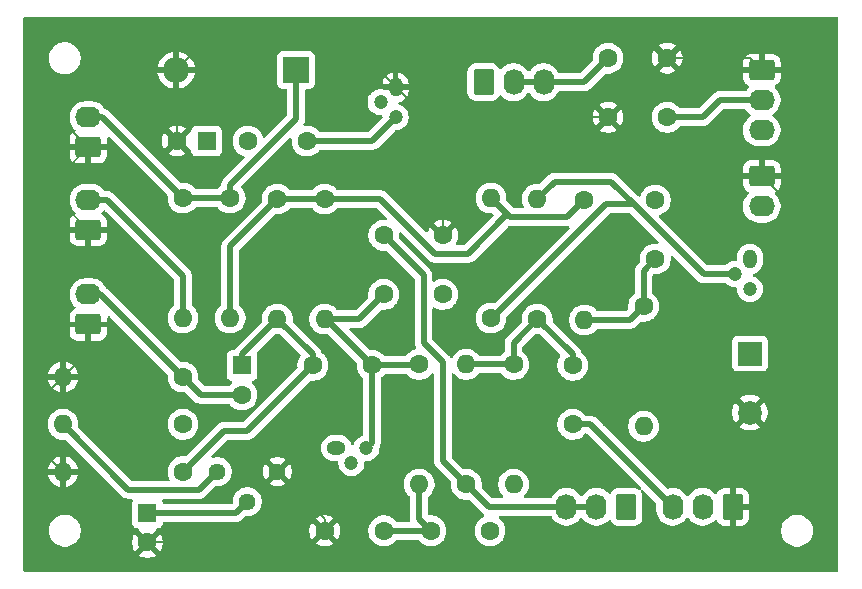
<source format=gbr>
%TF.GenerationSoftware,KiCad,Pcbnew,9.0.0*%
%TF.CreationDate,2025-05-08T12:22:06+01:00*%
%TF.ProjectId,BoxOfGilmour,426f784f-6647-4696-9c6d-6f75722e6b69,rev?*%
%TF.SameCoordinates,Original*%
%TF.FileFunction,Copper,L2,Bot*%
%TF.FilePolarity,Positive*%
%FSLAX46Y46*%
G04 Gerber Fmt 4.6, Leading zero omitted, Abs format (unit mm)*
G04 Created by KiCad (PCBNEW 9.0.0) date 2025-05-08 12:22:06*
%MOMM*%
%LPD*%
G01*
G04 APERTURE LIST*
G04 Aperture macros list*
%AMRoundRect*
0 Rectangle with rounded corners*
0 $1 Rounding radius*
0 $2 $3 $4 $5 $6 $7 $8 $9 X,Y pos of 4 corners*
0 Add a 4 corners polygon primitive as box body*
4,1,4,$2,$3,$4,$5,$6,$7,$8,$9,$2,$3,0*
0 Add four circle primitives for the rounded corners*
1,1,$1+$1,$2,$3*
1,1,$1+$1,$4,$5*
1,1,$1+$1,$6,$7*
1,1,$1+$1,$8,$9*
0 Add four rect primitives between the rounded corners*
20,1,$1+$1,$2,$3,$4,$5,0*
20,1,$1+$1,$4,$5,$6,$7,0*
20,1,$1+$1,$6,$7,$8,$9,0*
20,1,$1+$1,$8,$9,$2,$3,0*%
G04 Aperture macros list end*
%TA.AperFunction,ComponentPad*%
%ADD10C,1.600000*%
%TD*%
%TA.AperFunction,ComponentPad*%
%ADD11O,1.600000X1.600000*%
%TD*%
%TA.AperFunction,ComponentPad*%
%ADD12R,2.000000X2.000000*%
%TD*%
%TA.AperFunction,ComponentPad*%
%ADD13C,2.000000*%
%TD*%
%TA.AperFunction,ComponentPad*%
%ADD14RoundRect,0.250000X-0.845000X0.620000X-0.845000X-0.620000X0.845000X-0.620000X0.845000X0.620000X0*%
%TD*%
%TA.AperFunction,ComponentPad*%
%ADD15O,2.190000X1.740000*%
%TD*%
%TA.AperFunction,ComponentPad*%
%ADD16RoundRect,0.250000X0.845000X-0.620000X0.845000X0.620000X-0.845000X0.620000X-0.845000X-0.620000X0*%
%TD*%
%TA.AperFunction,ComponentPad*%
%ADD17R,1.600000X1.600000*%
%TD*%
%TA.AperFunction,ComponentPad*%
%ADD18O,1.600000X1.200000*%
%TD*%
%TA.AperFunction,ComponentPad*%
%ADD19C,1.200000*%
%TD*%
%TA.AperFunction,ComponentPad*%
%ADD20R,2.200000X2.200000*%
%TD*%
%TA.AperFunction,ComponentPad*%
%ADD21O,2.200000X2.200000*%
%TD*%
%TA.AperFunction,ComponentPad*%
%ADD22RoundRect,0.250000X-0.620000X-0.845000X0.620000X-0.845000X0.620000X0.845000X-0.620000X0.845000X0*%
%TD*%
%TA.AperFunction,ComponentPad*%
%ADD23O,1.740000X2.190000*%
%TD*%
%TA.AperFunction,ComponentPad*%
%ADD24RoundRect,0.250000X0.620000X0.845000X-0.620000X0.845000X-0.620000X-0.845000X0.620000X-0.845000X0*%
%TD*%
%TA.AperFunction,ComponentPad*%
%ADD25C,1.440000*%
%TD*%
%TA.AperFunction,ComponentPad*%
%ADD26O,1.200000X1.600000*%
%TD*%
%TA.AperFunction,Conductor*%
%ADD27C,0.500000*%
%TD*%
%TA.AperFunction,Conductor*%
%ADD28C,0.200000*%
%TD*%
G04 APERTURE END LIST*
D10*
%TO.P,C7,1*%
%TO.N,Net-(Q2-B)*%
X128000000Y-72000000D03*
%TO.P,C7,2*%
%TO.N,Earth*%
X128000000Y-67000000D03*
%TD*%
%TO.P,R6,1*%
%TO.N,Net-(Q1-C)*%
X126000000Y-77920000D03*
D11*
%TO.P,R6,2*%
%TO.N,Net-(C5-Pad2)*%
X126000000Y-88080000D03*
%TD*%
D10*
%TO.P,R14,1*%
%TO.N,+9V*%
X106000000Y-63840000D03*
D11*
%TO.P,R14,2*%
%TO.N,Net-(J5-Pin_2)*%
X106000000Y-74000000D03*
%TD*%
D12*
%TO.P,C10,1*%
%TO.N,Net-(J3-Pin_2)*%
X154000000Y-77000000D03*
D13*
%TO.P,C10,2*%
%TO.N,Earth*%
X154000000Y-82000000D03*
%TD*%
D10*
%TO.P,R4,1*%
%TO.N,Net-(C14-Pad1)*%
X118000000Y-63920000D03*
D11*
%TO.P,R4,2*%
%TO.N,Net-(Q1-C)*%
X118000000Y-74080000D03*
%TD*%
D14*
%TO.P,J4,1,Pin_1*%
%TO.N,Earth*%
X155000000Y-53000000D03*
D15*
%TO.P,J4,2,Pin_2*%
%TO.N,Net-(J4-Pin_2)*%
X155000000Y-55540000D03*
%TO.P,J4,3,Pin_3*%
%TO.N,Net-(J2-Pin_2)*%
X155000000Y-58080000D03*
%TD*%
D16*
%TO.P,J6,1,Pin_1*%
%TO.N,Earth*%
X98000000Y-74540000D03*
D15*
%TO.P,J6,2,Pin_2*%
%TO.N,Net-(J6-Pin_2)*%
X98000000Y-72000000D03*
%TD*%
D17*
%TO.P,C1,1*%
%TO.N,Net-(Q1-B)*%
X111000000Y-78000000D03*
D10*
%TO.P,C1,2*%
%TO.N,Net-(J6-Pin_2)*%
X111000000Y-80500000D03*
%TD*%
D18*
%TO.P,Q1,1,E*%
%TO.N,Net-(Q1-E)*%
X119000000Y-85000000D03*
D19*
%TO.P,Q1,2,B*%
%TO.N,Net-(Q1-B)*%
X120270000Y-86270000D03*
%TO.P,Q1,3,C*%
%TO.N,Net-(Q1-C)*%
X121540000Y-85000000D03*
%TD*%
D10*
%TO.P,C4,1*%
%TO.N,Net-(Q1-C)*%
X123000000Y-72000000D03*
%TO.P,C4,2*%
%TO.N,Net-(J1-Pin_2)*%
X123000000Y-67000000D03*
%TD*%
D20*
%TO.P,D2,1,K*%
%TO.N,+9V*%
X115580000Y-53000000D03*
D21*
%TO.P,D2,2,A*%
%TO.N,Earth*%
X105420000Y-53000000D03*
%TD*%
D10*
%TO.P,C11,1*%
%TO.N,Net-(C11-Pad1)*%
X146000000Y-69000000D03*
%TO.P,C11,2*%
%TO.N,Net-(J2-Pin_1)*%
X146000000Y-64000000D03*
%TD*%
D22*
%TO.P,J2,1,Pin_1*%
%TO.N,Net-(J2-Pin_1)*%
X131460000Y-54020000D03*
D23*
%TO.P,J2,2,Pin_2*%
%TO.N,Net-(J2-Pin_2)*%
X134000000Y-54020000D03*
%TO.P,J2,3,Pin_3*%
X136540000Y-54020000D03*
%TD*%
D24*
%TO.P,J3,1,Pin_1*%
%TO.N,Earth*%
X152540000Y-89980000D03*
D23*
%TO.P,J3,2,Pin_2*%
%TO.N,Net-(J3-Pin_2)*%
X150000000Y-89980000D03*
%TO.P,J3,3,Pin_3*%
%TO.N,Net-(J3-Pin_3)*%
X147460000Y-89980000D03*
%TD*%
D10*
%TO.P,C13,1*%
%TO.N,Net-(J4-Pin_2)*%
X147000000Y-57000000D03*
%TO.P,C13,2*%
%TO.N,Earth*%
X147000000Y-52000000D03*
%TD*%
D24*
%TO.P,J1,1,Pin_1*%
%TO.N,Net-(J1-Pin_1)*%
X143540000Y-89980000D03*
D23*
%TO.P,J1,2,Pin_2*%
%TO.N,Net-(J1-Pin_2)*%
X141000000Y-89980000D03*
%TO.P,J1,3,Pin_3*%
X138460000Y-89980000D03*
%TD*%
D10*
%TO.P,R12,1*%
%TO.N,Net-(Q2-B)*%
X134000000Y-77920000D03*
D11*
%TO.P,R12,2*%
%TO.N,Net-(J3-Pin_3)*%
X134000000Y-88080000D03*
%TD*%
D17*
%TO.P,C3,1*%
%TO.N,Net-(C3-Pad1)*%
X103000000Y-90500000D03*
D10*
%TO.P,C3,2*%
%TO.N,Earth*%
X103000000Y-93000000D03*
%TD*%
%TO.P,R13,1*%
%TO.N,+9V*%
X110000000Y-63840000D03*
D11*
%TO.P,R13,2*%
%TO.N,Net-(C14-Pad1)*%
X110000000Y-74000000D03*
%TD*%
D17*
%TO.P,C14,1*%
%TO.N,Net-(C14-Pad1)*%
X108000000Y-59000000D03*
D10*
%TO.P,C14,2*%
%TO.N,Earth*%
X105500000Y-59000000D03*
%TD*%
%TO.P,C12,1*%
%TO.N,Net-(J2-Pin_2)*%
X142000000Y-52000000D03*
%TO.P,C12,2*%
%TO.N,Earth*%
X142000000Y-57000000D03*
%TD*%
D25*
%TO.P,TR1(PGAIN)1,1,1*%
%TO.N,Net-(R5-Pad2)*%
X108920000Y-87000000D03*
%TO.P,TR1(PGAIN)1,2,2*%
%TO.N,Net-(C3-Pad1)*%
X111460000Y-89540000D03*
%TO.P,TR1(PGAIN)1,3,3*%
%TO.N,Earth*%
X114000000Y-87000000D03*
%TD*%
D10*
%TO.P,R10,1*%
%TO.N,Net-(C14-Pad1)*%
X140000000Y-64000000D03*
D11*
%TO.P,R10,2*%
%TO.N,Net-(C11-Pad1)*%
X140000000Y-74160000D03*
%TD*%
D16*
%TO.P,J10,1,Pin_1*%
%TO.N,Earth*%
X98000000Y-59540000D03*
D15*
%TO.P,J10,2,Pin_2*%
%TO.N,+9V*%
X98000000Y-57000000D03*
%TD*%
D14*
%TO.P,J7,1,Pin_1*%
%TO.N,Earth*%
X155000000Y-62000000D03*
D15*
%TO.P,J7,2,Pin_2*%
%TO.N,Net-(J4-Pin_2)*%
X155000000Y-64540000D03*
%TD*%
D26*
%TO.P,Q3,1,E*%
%TO.N,Net-(J3-Pin_3)*%
X154000000Y-69000000D03*
D19*
%TO.P,Q3,2,B*%
%TO.N,Net-(Q2-C)*%
X152730000Y-70270000D03*
%TO.P,Q3,3,C*%
%TO.N,Net-(Q3-C)*%
X154000000Y-71540000D03*
%TD*%
D10*
%TO.P,C5,1*%
%TO.N,Earth*%
X118000000Y-92000000D03*
%TO.P,C5,2*%
%TO.N,Net-(C5-Pad2)*%
X123000000Y-92000000D03*
%TD*%
%TO.P,C2,1*%
%TO.N,Net-(Q1-B)*%
X117000000Y-78000000D03*
%TO.P,C2,2*%
%TO.N,Net-(Q1-C)*%
X122000000Y-78000000D03*
%TD*%
%TO.P,C6,1*%
%TO.N,Net-(C5-Pad2)*%
X127000000Y-92000000D03*
%TO.P,C6,2*%
%TO.N,Net-(J1-Pin_1)*%
X132000000Y-92000000D03*
%TD*%
%TO.P,R9,1*%
%TO.N,Net-(Q2-B)*%
X136000000Y-74080000D03*
D11*
%TO.P,R9,2*%
%TO.N,Net-(Q2-C)*%
X136000000Y-63920000D03*
%TD*%
D10*
%TO.P,R2,1*%
%TO.N,Net-(C14-Pad1)*%
X114000000Y-63920000D03*
D11*
%TO.P,R2,2*%
%TO.N,Net-(Q1-B)*%
X114000000Y-74080000D03*
%TD*%
D10*
%TO.P,R8,1*%
%TO.N,Net-(Q2-C)*%
X132080000Y-74000000D03*
D11*
%TO.P,R8,2*%
%TO.N,Net-(C14-Pad1)*%
X132080000Y-63840000D03*
%TD*%
D10*
%TO.P,C8,1*%
%TO.N,Net-(Q2-B)*%
X111500000Y-59000000D03*
%TO.P,C8,2*%
%TO.N,Net-(Q2-C)*%
X116500000Y-59000000D03*
%TD*%
%TO.P,R5,1*%
%TO.N,Net-(Q1-E)*%
X106000000Y-83000000D03*
D11*
%TO.P,R5,2*%
%TO.N,Net-(R5-Pad2)*%
X95840000Y-83000000D03*
%TD*%
D10*
%TO.P,C9,1*%
%TO.N,Net-(Q2-B)*%
X139000000Y-78000000D03*
%TO.P,C9,2*%
%TO.N,Net-(J3-Pin_3)*%
X139000000Y-83000000D03*
%TD*%
D26*
%TO.P,Q2,1,E*%
%TO.N,Earth*%
X124000000Y-54460000D03*
D19*
%TO.P,Q2,2,B*%
%TO.N,Net-(Q2-B)*%
X122730000Y-55730000D03*
%TO.P,Q2,3,C*%
%TO.N,Net-(Q2-C)*%
X124000000Y-57000000D03*
%TD*%
D16*
%TO.P,J5,1,Pin_1*%
%TO.N,Earth*%
X98000000Y-66540000D03*
D15*
%TO.P,J5,2,Pin_2*%
%TO.N,Net-(J5-Pin_2)*%
X98000000Y-64000000D03*
%TD*%
D10*
%TO.P,R11,1*%
%TO.N,Net-(C11-Pad1)*%
X145000000Y-73000000D03*
D11*
%TO.P,R11,2*%
%TO.N,Net-(Q3-C)*%
X145000000Y-83160000D03*
%TD*%
D10*
%TO.P,R3,1*%
%TO.N,Net-(Q1-B)*%
X106000000Y-87000000D03*
D11*
%TO.P,R3,2*%
%TO.N,Earth*%
X95840000Y-87000000D03*
%TD*%
D10*
%TO.P,R7,1*%
%TO.N,Net-(J1-Pin_2)*%
X130000000Y-88080000D03*
D11*
%TO.P,R7,2*%
%TO.N,Net-(Q2-B)*%
X130000000Y-77920000D03*
%TD*%
D10*
%TO.P,R1,1*%
%TO.N,Net-(J6-Pin_2)*%
X106000000Y-79000000D03*
D11*
%TO.P,R1,2*%
%TO.N,Earth*%
X95840000Y-79000000D03*
%TD*%
D27*
%TO.N,Net-(J6-Pin_2)*%
X98000000Y-72000000D02*
X99000000Y-72000000D01*
X99000000Y-72000000D02*
X106000000Y-79000000D01*
X107500000Y-80500000D02*
X111000000Y-80500000D01*
X106000000Y-79000000D02*
X107500000Y-80500000D01*
%TO.N,Net-(Q1-B)*%
X109449000Y-83551000D02*
X111449000Y-83551000D01*
X106000000Y-87000000D02*
X109449000Y-83551000D01*
X111000000Y-77080000D02*
X114000000Y-74080000D01*
X111449000Y-83551000D02*
X117000000Y-78000000D01*
X111000000Y-78000000D02*
X111000000Y-77080000D01*
X114000000Y-74080000D02*
X117000000Y-77080000D01*
X117000000Y-77080000D02*
X117000000Y-78000000D01*
%TO.N,Net-(Q1-C)*%
X122000000Y-78000000D02*
X118080000Y-74080000D01*
X118000000Y-74080000D02*
X120920000Y-74080000D01*
X122000000Y-78000000D02*
X125920000Y-78000000D01*
X120920000Y-74080000D02*
X123000000Y-72000000D01*
X122000000Y-78000000D02*
X122000000Y-84540000D01*
X125920000Y-78000000D02*
X126000000Y-77920000D01*
X118080000Y-74080000D02*
X118000000Y-74080000D01*
X122000000Y-84540000D02*
X121540000Y-85000000D01*
D28*
%TO.N,Earth*%
X128000000Y-58460000D02*
X129460000Y-57000000D01*
X155000000Y-53000000D02*
X158500000Y-53000000D01*
X124000000Y-54460000D02*
X128000000Y-58460000D01*
D27*
X107920000Y-50500000D02*
X120040000Y-50500000D01*
D28*
X93500000Y-81340000D02*
X93500000Y-84660000D01*
X98000000Y-66540000D02*
X95460000Y-66540000D01*
X96000000Y-61540000D02*
X96000000Y-64540000D01*
X95460000Y-66540000D02*
X93500000Y-68500000D01*
X98000000Y-74540000D02*
X95040000Y-74540000D01*
X105500000Y-59000000D02*
X105500000Y-53080000D01*
X128000000Y-58460000D02*
X128000000Y-67000000D01*
X118000000Y-91000000D02*
X118000000Y-92000000D01*
X159000000Y-77000000D02*
X154000000Y-82000000D01*
X98000000Y-59540000D02*
X96304000Y-57844000D01*
X103000000Y-93000000D02*
X117000000Y-93000000D01*
X159000000Y-61500000D02*
X158500000Y-62000000D01*
X104960000Y-59540000D02*
X105500000Y-59000000D01*
X97000000Y-87000000D02*
X103000000Y-93000000D01*
X96000000Y-64540000D02*
X98000000Y-66540000D01*
X105500000Y-53080000D02*
X105420000Y-53000000D01*
X142000000Y-57000000D02*
X147000000Y-52000000D01*
X154000000Y-82000000D02*
X152540000Y-83460000D01*
X96304000Y-57844000D02*
X96304000Y-56390692D01*
X158500000Y-53000000D02*
X159000000Y-53500000D01*
X95840000Y-79000000D02*
X93500000Y-81340000D01*
X93500000Y-84660000D02*
X95840000Y-87000000D01*
X114000000Y-87000000D02*
X118000000Y-91000000D01*
D27*
X102029000Y-55529000D02*
X105500000Y-59000000D01*
D28*
X98000000Y-76840000D02*
X95840000Y-79000000D01*
X152540000Y-83460000D02*
X152540000Y-89980000D01*
X147000000Y-52000000D02*
X154000000Y-52000000D01*
X95040000Y-74540000D02*
X93500000Y-73000000D01*
X95840000Y-87000000D02*
X97000000Y-87000000D01*
X154000000Y-52000000D02*
X155000000Y-53000000D01*
X98000000Y-74540000D02*
X98000000Y-76840000D01*
X158500000Y-62000000D02*
X155000000Y-62000000D01*
X93500000Y-68500000D02*
X93500000Y-73000000D01*
X129460000Y-57000000D02*
X142000000Y-57000000D01*
X159000000Y-66000000D02*
X159000000Y-77000000D01*
X96304000Y-56390692D02*
X97165692Y-55529000D01*
X97165692Y-55529000D02*
X102029000Y-55529000D01*
X105420000Y-53000000D02*
X107920000Y-50500000D01*
X159000000Y-53500000D02*
X159000000Y-61500000D01*
X120040000Y-50500000D02*
X124000000Y-54460000D01*
X155000000Y-62000000D02*
X159000000Y-66000000D01*
X117000000Y-93000000D02*
X118000000Y-92000000D01*
X98000000Y-59540000D02*
X96000000Y-61540000D01*
D27*
%TO.N,Net-(C3-Pad1)*%
X103000000Y-90500000D02*
X110500000Y-90500000D01*
X110500000Y-90500000D02*
X111460000Y-89540000D01*
%TO.N,Net-(J1-Pin_2)*%
X126369000Y-76095554D02*
X128000000Y-77726554D01*
X131900000Y-89980000D02*
X138460000Y-89980000D01*
X130000000Y-88080000D02*
X131900000Y-89980000D01*
X123000000Y-67000000D02*
X126369000Y-70369000D01*
X126369000Y-70369000D02*
X126369000Y-76095554D01*
X138460000Y-89980000D02*
X141000000Y-89980000D01*
X128000000Y-86080000D02*
X130000000Y-88080000D01*
X128000000Y-77726554D02*
X128000000Y-86080000D01*
%TO.N,Net-(C5-Pad2)*%
X126000000Y-91000000D02*
X127000000Y-92000000D01*
X126000000Y-88080000D02*
X126000000Y-91000000D01*
X123000000Y-92000000D02*
X127000000Y-92000000D01*
%TO.N,Net-(Q2-B)*%
X134000000Y-76080000D02*
X136000000Y-74080000D01*
X130000000Y-77920000D02*
X134000000Y-77920000D01*
X136000000Y-74080000D02*
X139000000Y-77080000D01*
X134000000Y-77920000D02*
X134000000Y-76080000D01*
X139000000Y-77080000D02*
X139000000Y-78000000D01*
%TO.N,Net-(Q2-C)*%
X132080000Y-74000000D02*
X132193446Y-74000000D01*
X116500000Y-59000000D02*
X122000000Y-59000000D01*
X122000000Y-59000000D02*
X124000000Y-57000000D01*
X141846723Y-64346723D02*
X144153277Y-64346723D01*
X137471000Y-62449000D02*
X142255554Y-62449000D01*
X132193446Y-74000000D02*
X141846723Y-64346723D01*
X136000000Y-63920000D02*
X137471000Y-62449000D01*
X144153277Y-64346723D02*
X150076554Y-70270000D01*
X142255554Y-62449000D02*
X144153277Y-64346723D01*
X150076554Y-70270000D02*
X152730000Y-70270000D01*
%TO.N,Net-(J3-Pin_3)*%
X139000000Y-83000000D02*
X140480000Y-83000000D01*
X140480000Y-83000000D02*
X147460000Y-89980000D01*
X139000000Y-83080000D02*
X139000000Y-83000000D01*
%TO.N,Net-(C11-Pad1)*%
X145000000Y-73000000D02*
X145000000Y-70000000D01*
X140000000Y-74160000D02*
X143840000Y-74160000D01*
X143840000Y-74160000D02*
X145000000Y-73000000D01*
X145000000Y-70000000D02*
X146000000Y-69000000D01*
%TO.N,Net-(J2-Pin_2)*%
X136540000Y-54020000D02*
X139980000Y-54020000D01*
X139980000Y-54020000D02*
X142000000Y-52000000D01*
X134000000Y-54020000D02*
X136540000Y-54020000D01*
%TO.N,Net-(J4-Pin_2)*%
X147000000Y-57000000D02*
X150000000Y-57000000D01*
X151500000Y-55500000D02*
X151540000Y-55540000D01*
X151540000Y-55540000D02*
X155000000Y-55540000D01*
X150000000Y-57000000D02*
X151500000Y-55500000D01*
%TO.N,Net-(C14-Pad1)*%
X110000000Y-74000000D02*
X110000000Y-67920000D01*
X130129546Y-68551000D02*
X133460273Y-65220273D01*
X138529000Y-65471000D02*
X140000000Y-64000000D01*
X122726554Y-63920000D02*
X127357554Y-68551000D01*
X127357554Y-68551000D02*
X130129546Y-68551000D01*
X133711000Y-65471000D02*
X138529000Y-65471000D01*
X133711000Y-65471000D02*
X132080000Y-63840000D01*
X118000000Y-63920000D02*
X122726554Y-63920000D01*
X110000000Y-67920000D02*
X114000000Y-63920000D01*
X133460273Y-65220273D02*
X133711000Y-65471000D01*
X114000000Y-63920000D02*
X118000000Y-63920000D01*
%TO.N,+9V*%
X98000000Y-57000000D02*
X99160000Y-57000000D01*
X99160000Y-57000000D02*
X106000000Y-63840000D01*
X106000000Y-63840000D02*
X110000000Y-63840000D01*
X110000000Y-62708630D02*
X115580000Y-57128630D01*
X115580000Y-57128630D02*
X115580000Y-53000000D01*
X110000000Y-63840000D02*
X110000000Y-62708630D01*
%TO.N,Net-(J5-Pin_2)*%
X99595000Y-64000000D02*
X106000000Y-70405000D01*
X106000000Y-70405000D02*
X106000000Y-74000000D01*
X98000000Y-64000000D02*
X99595000Y-64000000D01*
%TO.N,Net-(R5-Pad2)*%
X101391000Y-88551000D02*
X107369000Y-88551000D01*
X95840000Y-83000000D02*
X101391000Y-88551000D01*
X107369000Y-88551000D02*
X108920000Y-87000000D01*
%TD*%
%TA.AperFunction,Conductor*%
%TO.N,Earth*%
G36*
X161442539Y-48520185D02*
G01*
X161488294Y-48572989D01*
X161499500Y-48624500D01*
X161499500Y-95375500D01*
X161479815Y-95442539D01*
X161427011Y-95488294D01*
X161375500Y-95499500D01*
X92624500Y-95499500D01*
X92557461Y-95479815D01*
X92511706Y-95427011D01*
X92500500Y-95375500D01*
X92500500Y-91893713D01*
X94649500Y-91893713D01*
X94649500Y-92106286D01*
X94676075Y-92274077D01*
X94682754Y-92316243D01*
X94709968Y-92400000D01*
X94748444Y-92518414D01*
X94844951Y-92707820D01*
X94969890Y-92879786D01*
X95120213Y-93030109D01*
X95292179Y-93155048D01*
X95292181Y-93155049D01*
X95292184Y-93155051D01*
X95481588Y-93251557D01*
X95683757Y-93317246D01*
X95893713Y-93350500D01*
X95893714Y-93350500D01*
X96106286Y-93350500D01*
X96106287Y-93350500D01*
X96316243Y-93317246D01*
X96518412Y-93251557D01*
X96707816Y-93155051D01*
X96848745Y-93052661D01*
X96879786Y-93030109D01*
X96879788Y-93030106D01*
X96879792Y-93030104D01*
X97030104Y-92879792D01*
X97155051Y-92707816D01*
X97251557Y-92518412D01*
X97317246Y-92316243D01*
X97350500Y-92106287D01*
X97350500Y-91893713D01*
X97317246Y-91683757D01*
X97251557Y-91481588D01*
X97155051Y-91292184D01*
X97155049Y-91292181D01*
X97155048Y-91292179D01*
X97030109Y-91120213D01*
X96879786Y-90969890D01*
X96707820Y-90844951D01*
X96518414Y-90748444D01*
X96518413Y-90748443D01*
X96518412Y-90748443D01*
X96316243Y-90682754D01*
X96316241Y-90682753D01*
X96316240Y-90682753D01*
X96154957Y-90657208D01*
X96106287Y-90649500D01*
X95893713Y-90649500D01*
X95845042Y-90657208D01*
X95683760Y-90682753D01*
X95481585Y-90748444D01*
X95292179Y-90844951D01*
X95120213Y-90969890D01*
X95120209Y-90969894D01*
X94969897Y-91120207D01*
X94969890Y-91120213D01*
X94844951Y-91292179D01*
X94748444Y-91481585D01*
X94682753Y-91683760D01*
X94649500Y-91893713D01*
X92500500Y-91893713D01*
X92500500Y-86750000D01*
X94563391Y-86750000D01*
X95524314Y-86750000D01*
X95519920Y-86754394D01*
X95467259Y-86845606D01*
X95440000Y-86947339D01*
X95440000Y-87052661D01*
X95467259Y-87154394D01*
X95519920Y-87245606D01*
X95524314Y-87250000D01*
X94563391Y-87250000D01*
X94572009Y-87304413D01*
X94635244Y-87499029D01*
X94728140Y-87681349D01*
X94848417Y-87846894D01*
X94848417Y-87846895D01*
X94993104Y-87991582D01*
X95158650Y-88111859D01*
X95340968Y-88204754D01*
X95535578Y-88267988D01*
X95590000Y-88276607D01*
X95590000Y-87315686D01*
X95594394Y-87320080D01*
X95685606Y-87372741D01*
X95787339Y-87400000D01*
X95892661Y-87400000D01*
X95994394Y-87372741D01*
X96085606Y-87320080D01*
X96090000Y-87315686D01*
X96090000Y-88276606D01*
X96144421Y-88267988D01*
X96339031Y-88204754D01*
X96521349Y-88111859D01*
X96686894Y-87991582D01*
X96686895Y-87991582D01*
X96831582Y-87846895D01*
X96831582Y-87846894D01*
X96951859Y-87681349D01*
X97044755Y-87499029D01*
X97107990Y-87304413D01*
X97116609Y-87250000D01*
X96155686Y-87250000D01*
X96160080Y-87245606D01*
X96212741Y-87154394D01*
X96240000Y-87052661D01*
X96240000Y-86947339D01*
X96212741Y-86845606D01*
X96160080Y-86754394D01*
X96155686Y-86750000D01*
X97116609Y-86750000D01*
X97107990Y-86695586D01*
X97044755Y-86500970D01*
X96951859Y-86318650D01*
X96831582Y-86153105D01*
X96831582Y-86153104D01*
X96686895Y-86008417D01*
X96521349Y-85888140D01*
X96339029Y-85795244D01*
X96144413Y-85732009D01*
X96090000Y-85723390D01*
X96090000Y-86684314D01*
X96085606Y-86679920D01*
X95994394Y-86627259D01*
X95892661Y-86600000D01*
X95787339Y-86600000D01*
X95685606Y-86627259D01*
X95594394Y-86679920D01*
X95590000Y-86684314D01*
X95590000Y-85723390D01*
X95535586Y-85732009D01*
X95340970Y-85795244D01*
X95158650Y-85888140D01*
X94993105Y-86008417D01*
X94993104Y-86008417D01*
X94848417Y-86153104D01*
X94848417Y-86153105D01*
X94728140Y-86318650D01*
X94635244Y-86500970D01*
X94572009Y-86695586D01*
X94563391Y-86750000D01*
X92500500Y-86750000D01*
X92500500Y-82897648D01*
X94539500Y-82897648D01*
X94539500Y-83102351D01*
X94571522Y-83304534D01*
X94634781Y-83499223D01*
X94698691Y-83624653D01*
X94716306Y-83659223D01*
X94727715Y-83681613D01*
X94848028Y-83847213D01*
X94992786Y-83991971D01*
X95147749Y-84104556D01*
X95158390Y-84112287D01*
X95253182Y-84160586D01*
X95340776Y-84205218D01*
X95340778Y-84205218D01*
X95340781Y-84205220D01*
X95445137Y-84239127D01*
X95535465Y-84268477D01*
X95619564Y-84281797D01*
X95737648Y-84300500D01*
X95737649Y-84300500D01*
X95942350Y-84300500D01*
X95942352Y-84300500D01*
X95998027Y-84291681D01*
X96067319Y-84300635D01*
X96105106Y-84326473D01*
X100808048Y-89029415D01*
X100808049Y-89029416D01*
X100860571Y-89081938D01*
X100912585Y-89133952D01*
X101035498Y-89216080D01*
X101035511Y-89216087D01*
X101172082Y-89272656D01*
X101172087Y-89272658D01*
X101172091Y-89272658D01*
X101172092Y-89272659D01*
X101317079Y-89301500D01*
X101317082Y-89301500D01*
X101635858Y-89301500D01*
X101702897Y-89321185D01*
X101748652Y-89373989D01*
X101758596Y-89443147D01*
X101752040Y-89468833D01*
X101705908Y-89592517D01*
X101699501Y-89652116D01*
X101699500Y-89652135D01*
X101699500Y-91347870D01*
X101699501Y-91347876D01*
X101705908Y-91407483D01*
X101756202Y-91542328D01*
X101756206Y-91542335D01*
X101842452Y-91657544D01*
X101842455Y-91657547D01*
X101957664Y-91743793D01*
X101957671Y-91743797D01*
X102002618Y-91760561D01*
X102092517Y-91794091D01*
X102152127Y-91800500D01*
X102152153Y-91800499D01*
X102155453Y-91800678D01*
X102155365Y-91802308D01*
X102216238Y-91820067D01*
X102262084Y-91872791D01*
X102269804Y-91916251D01*
X102953554Y-92600000D01*
X102947339Y-92600000D01*
X102845606Y-92627259D01*
X102754394Y-92679920D01*
X102679920Y-92754394D01*
X102627259Y-92845606D01*
X102600000Y-92947339D01*
X102600000Y-92953553D01*
X101920524Y-92274077D01*
X101920523Y-92274077D01*
X101888143Y-92318644D01*
X101795244Y-92500968D01*
X101732009Y-92695582D01*
X101700000Y-92897682D01*
X101700000Y-93102317D01*
X101732009Y-93304417D01*
X101795244Y-93499031D01*
X101888141Y-93681350D01*
X101888147Y-93681359D01*
X101920523Y-93725921D01*
X101920524Y-93725922D01*
X102600000Y-93046446D01*
X102600000Y-93052661D01*
X102627259Y-93154394D01*
X102679920Y-93245606D01*
X102754394Y-93320080D01*
X102845606Y-93372741D01*
X102947339Y-93400000D01*
X102953553Y-93400000D01*
X102274076Y-94079474D01*
X102318650Y-94111859D01*
X102500968Y-94204755D01*
X102695582Y-94267990D01*
X102897683Y-94300000D01*
X103102317Y-94300000D01*
X103304417Y-94267990D01*
X103499031Y-94204755D01*
X103681349Y-94111859D01*
X103725921Y-94079474D01*
X103046447Y-93400000D01*
X103052661Y-93400000D01*
X103154394Y-93372741D01*
X103245606Y-93320080D01*
X103320080Y-93245606D01*
X103372741Y-93154394D01*
X103400000Y-93052661D01*
X103400000Y-93046448D01*
X104079474Y-93725922D01*
X104079474Y-93725921D01*
X104111859Y-93681349D01*
X104204755Y-93499031D01*
X104267990Y-93304417D01*
X104300000Y-93102317D01*
X104300000Y-92897682D01*
X104267990Y-92695582D01*
X104204755Y-92500968D01*
X104111859Y-92318650D01*
X104079474Y-92274077D01*
X104079474Y-92274076D01*
X103400000Y-92953551D01*
X103400000Y-92947339D01*
X103372741Y-92845606D01*
X103320080Y-92754394D01*
X103245606Y-92679920D01*
X103154394Y-92627259D01*
X103052661Y-92600000D01*
X103046446Y-92600000D01*
X103730931Y-91915515D01*
X103734677Y-91897682D01*
X116700000Y-91897682D01*
X116700000Y-92102317D01*
X116732009Y-92304417D01*
X116795244Y-92499031D01*
X116888141Y-92681350D01*
X116888147Y-92681359D01*
X116920523Y-92725921D01*
X116920524Y-92725922D01*
X117600000Y-92046446D01*
X117600000Y-92052661D01*
X117627259Y-92154394D01*
X117679920Y-92245606D01*
X117754394Y-92320080D01*
X117845606Y-92372741D01*
X117947339Y-92400000D01*
X117953553Y-92400000D01*
X117274076Y-93079474D01*
X117318650Y-93111859D01*
X117500968Y-93204755D01*
X117695582Y-93267990D01*
X117897683Y-93300000D01*
X118102317Y-93300000D01*
X118304417Y-93267990D01*
X118499031Y-93204755D01*
X118681349Y-93111859D01*
X118725921Y-93079474D01*
X118046447Y-92400000D01*
X118052661Y-92400000D01*
X118154394Y-92372741D01*
X118245606Y-92320080D01*
X118320080Y-92245606D01*
X118372741Y-92154394D01*
X118400000Y-92052661D01*
X118400000Y-92046448D01*
X119079474Y-92725922D01*
X119079474Y-92725921D01*
X119111859Y-92681349D01*
X119204755Y-92499031D01*
X119267990Y-92304417D01*
X119300000Y-92102317D01*
X119300000Y-91897682D01*
X119299995Y-91897648D01*
X121699500Y-91897648D01*
X121699500Y-92102351D01*
X121731522Y-92304534D01*
X121794781Y-92499223D01*
X121858691Y-92624653D01*
X121887585Y-92681359D01*
X121887715Y-92681613D01*
X122008028Y-92847213D01*
X122152786Y-92991971D01*
X122273226Y-93079474D01*
X122318390Y-93112287D01*
X122402319Y-93155051D01*
X122500776Y-93205218D01*
X122500778Y-93205218D01*
X122500781Y-93205220D01*
X122605137Y-93239127D01*
X122695465Y-93268477D01*
X122796557Y-93284488D01*
X122897648Y-93300500D01*
X122897649Y-93300500D01*
X123102351Y-93300500D01*
X123102352Y-93300500D01*
X123304534Y-93268477D01*
X123499219Y-93205220D01*
X123681610Y-93112287D01*
X123836160Y-93000001D01*
X123847213Y-92991971D01*
X123847215Y-92991968D01*
X123847219Y-92991966D01*
X123991966Y-92847219D01*
X124011792Y-92819931D01*
X124025100Y-92801615D01*
X124080429Y-92758949D01*
X124125418Y-92750500D01*
X125874582Y-92750500D01*
X125941621Y-92770185D01*
X125974900Y-92801615D01*
X126008028Y-92847212D01*
X126008032Y-92847217D01*
X126152786Y-92991971D01*
X126273226Y-93079474D01*
X126318390Y-93112287D01*
X126402319Y-93155051D01*
X126500776Y-93205218D01*
X126500778Y-93205218D01*
X126500781Y-93205220D01*
X126605137Y-93239127D01*
X126695465Y-93268477D01*
X126796557Y-93284488D01*
X126897648Y-93300500D01*
X126897649Y-93300500D01*
X127102351Y-93300500D01*
X127102352Y-93300500D01*
X127304534Y-93268477D01*
X127499219Y-93205220D01*
X127681610Y-93112287D01*
X127836160Y-93000001D01*
X127847213Y-92991971D01*
X127847215Y-92991968D01*
X127847219Y-92991966D01*
X127991966Y-92847219D01*
X127991968Y-92847215D01*
X127991971Y-92847213D01*
X128062236Y-92750500D01*
X128112287Y-92681610D01*
X128205220Y-92499219D01*
X128268477Y-92304534D01*
X128300500Y-92102352D01*
X128300500Y-91897648D01*
X128280835Y-91773492D01*
X128268477Y-91695465D01*
X128229335Y-91574999D01*
X128205220Y-91500781D01*
X128205218Y-91500778D01*
X128205218Y-91500776D01*
X128142230Y-91377157D01*
X128112287Y-91318390D01*
X128094091Y-91293345D01*
X127991971Y-91152786D01*
X127847213Y-91008028D01*
X127681613Y-90887715D01*
X127681612Y-90887714D01*
X127681610Y-90887713D01*
X127597681Y-90844949D01*
X127499223Y-90794781D01*
X127304534Y-90731522D01*
X127129995Y-90703878D01*
X127102352Y-90699500D01*
X126897648Y-90699500D01*
X126893893Y-90700094D01*
X126824603Y-90691139D01*
X126771152Y-90646142D01*
X126750513Y-90579390D01*
X126750500Y-90577621D01*
X126750500Y-89205416D01*
X126770185Y-89138377D01*
X126801613Y-89105099D01*
X126847219Y-89071966D01*
X126991966Y-88927219D01*
X126991968Y-88927215D01*
X126991971Y-88927213D01*
X127072227Y-88816748D01*
X127112287Y-88761610D01*
X127205220Y-88579219D01*
X127268477Y-88384534D01*
X127300500Y-88182352D01*
X127300500Y-87977648D01*
X127293102Y-87930942D01*
X127268477Y-87775465D01*
X127224358Y-87639681D01*
X127205220Y-87580781D01*
X127205218Y-87580778D01*
X127205218Y-87580776D01*
X127148013Y-87468506D01*
X127112287Y-87398390D01*
X127079712Y-87353554D01*
X126991971Y-87232786D01*
X126847213Y-87088028D01*
X126681613Y-86967715D01*
X126681612Y-86967714D01*
X126681610Y-86967713D01*
X126624653Y-86938691D01*
X126499223Y-86874781D01*
X126304534Y-86811522D01*
X126129995Y-86783878D01*
X126102352Y-86779500D01*
X125897648Y-86779500D01*
X125873329Y-86783351D01*
X125695465Y-86811522D01*
X125500776Y-86874781D01*
X125318386Y-86967715D01*
X125152786Y-87088028D01*
X125008028Y-87232786D01*
X124887715Y-87398386D01*
X124794781Y-87580776D01*
X124731522Y-87775465D01*
X124699500Y-87977648D01*
X124699500Y-88182351D01*
X124731522Y-88384534D01*
X124794781Y-88579223D01*
X124823093Y-88634787D01*
X124879196Y-88744895D01*
X124887715Y-88761613D01*
X125008028Y-88927213D01*
X125008034Y-88927219D01*
X125152781Y-89071966D01*
X125198384Y-89105098D01*
X125241050Y-89160425D01*
X125249500Y-89205416D01*
X125249500Y-91073920D01*
X125254948Y-91101308D01*
X125248721Y-91170899D01*
X125205859Y-91226077D01*
X125139969Y-91249322D01*
X125133331Y-91249500D01*
X124125418Y-91249500D01*
X124058379Y-91229815D01*
X124025100Y-91198385D01*
X123991971Y-91152787D01*
X123991967Y-91152782D01*
X123847213Y-91008028D01*
X123681613Y-90887715D01*
X123681612Y-90887714D01*
X123681610Y-90887713D01*
X123597681Y-90844949D01*
X123499223Y-90794781D01*
X123304534Y-90731522D01*
X123129995Y-90703878D01*
X123102352Y-90699500D01*
X122897648Y-90699500D01*
X122873329Y-90703351D01*
X122695465Y-90731522D01*
X122500776Y-90794781D01*
X122318386Y-90887715D01*
X122152786Y-91008028D01*
X122008028Y-91152786D01*
X121887715Y-91318386D01*
X121794781Y-91500776D01*
X121731522Y-91695465D01*
X121699500Y-91897648D01*
X119299995Y-91897648D01*
X119267990Y-91695582D01*
X119204755Y-91500968D01*
X119111859Y-91318650D01*
X119079474Y-91274077D01*
X119079474Y-91274076D01*
X118400000Y-91953551D01*
X118400000Y-91947339D01*
X118372741Y-91845606D01*
X118320080Y-91754394D01*
X118245606Y-91679920D01*
X118154394Y-91627259D01*
X118052661Y-91600000D01*
X118046446Y-91600000D01*
X118725922Y-90920524D01*
X118725921Y-90920523D01*
X118681359Y-90888147D01*
X118681350Y-90888141D01*
X118499031Y-90795244D01*
X118304417Y-90732009D01*
X118102317Y-90700000D01*
X117897683Y-90700000D01*
X117695582Y-90732009D01*
X117500968Y-90795244D01*
X117318644Y-90888143D01*
X117274077Y-90920523D01*
X117274077Y-90920524D01*
X117953554Y-91600000D01*
X117947339Y-91600000D01*
X117845606Y-91627259D01*
X117754394Y-91679920D01*
X117679920Y-91754394D01*
X117627259Y-91845606D01*
X117600000Y-91947339D01*
X117600000Y-91953553D01*
X116920524Y-91274077D01*
X116920523Y-91274077D01*
X116888143Y-91318644D01*
X116795244Y-91500968D01*
X116732009Y-91695582D01*
X116700000Y-91897682D01*
X103734677Y-91897682D01*
X103741364Y-91865852D01*
X103790415Y-91816094D01*
X103824493Y-91803282D01*
X103837405Y-91800499D01*
X103847872Y-91800499D01*
X103907483Y-91794091D01*
X104042331Y-91743796D01*
X104157546Y-91657546D01*
X104243796Y-91542331D01*
X104294091Y-91407483D01*
X104299062Y-91361242D01*
X104325799Y-91296694D01*
X104383191Y-91256846D01*
X104422351Y-91250500D01*
X110573920Y-91250500D01*
X110677906Y-91229815D01*
X110718913Y-91221658D01*
X110855495Y-91165084D01*
X110922657Y-91120208D01*
X110978416Y-91082952D01*
X111265050Y-90796316D01*
X111326369Y-90762834D01*
X111359073Y-90760613D01*
X111359073Y-90760500D01*
X111360746Y-90760500D01*
X111362469Y-90760383D01*
X111363936Y-90760498D01*
X111363945Y-90760500D01*
X111363954Y-90760500D01*
X111556054Y-90760500D01*
X111556055Y-90760500D01*
X111745801Y-90730447D01*
X111928509Y-90671082D01*
X112099681Y-90583865D01*
X112255102Y-90470945D01*
X112390945Y-90335102D01*
X112503865Y-90179681D01*
X112591082Y-90008509D01*
X112650447Y-89825801D01*
X112680500Y-89636055D01*
X112680500Y-89443945D01*
X112650447Y-89254199D01*
X112614068Y-89142235D01*
X112591083Y-89071493D01*
X112575251Y-89040422D01*
X112503865Y-88900319D01*
X112390945Y-88744898D01*
X112255102Y-88609055D01*
X112099681Y-88496135D01*
X112024796Y-88457979D01*
X111928506Y-88408916D01*
X111745802Y-88349553D01*
X111650928Y-88334526D01*
X111556055Y-88319500D01*
X111363945Y-88319500D01*
X111300696Y-88329517D01*
X111174197Y-88349553D01*
X110991493Y-88408916D01*
X110820318Y-88496135D01*
X110747003Y-88549402D01*
X110664898Y-88609055D01*
X110664896Y-88609057D01*
X110664895Y-88609057D01*
X110529057Y-88744895D01*
X110529057Y-88744896D01*
X110529055Y-88744898D01*
X110516913Y-88761610D01*
X110416135Y-88900318D01*
X110328916Y-89071493D01*
X110269553Y-89254197D01*
X110239500Y-89443945D01*
X110239500Y-89625500D01*
X110219815Y-89692539D01*
X110167011Y-89738294D01*
X110115500Y-89749500D01*
X104422351Y-89749500D01*
X104355312Y-89729815D01*
X104309557Y-89677011D01*
X104303291Y-89660152D01*
X104300231Y-89649640D01*
X104294091Y-89592517D01*
X104246360Y-89464544D01*
X104245082Y-89460152D01*
X104245154Y-89429604D01*
X104242976Y-89399141D01*
X104245236Y-89395000D01*
X104245248Y-89390282D01*
X104261823Y-89364623D01*
X104276461Y-89337818D01*
X104280601Y-89335557D01*
X104283162Y-89331594D01*
X104310974Y-89318972D01*
X104337784Y-89304334D01*
X104344924Y-89303566D01*
X104346787Y-89302721D01*
X104349329Y-89303092D01*
X104364142Y-89301500D01*
X107442920Y-89301500D01*
X107540462Y-89282096D01*
X107587913Y-89272658D01*
X107724495Y-89216084D01*
X107773729Y-89183186D01*
X107847416Y-89133952D01*
X108725049Y-88256317D01*
X108786370Y-88222834D01*
X108819073Y-88220613D01*
X108819073Y-88220500D01*
X108820746Y-88220500D01*
X108822469Y-88220383D01*
X108823936Y-88220498D01*
X108823945Y-88220500D01*
X108823954Y-88220500D01*
X109016054Y-88220500D01*
X109016055Y-88220500D01*
X109205801Y-88190447D01*
X109388509Y-88131082D01*
X109559681Y-88043865D01*
X109715102Y-87930945D01*
X109850945Y-87795102D01*
X109963865Y-87639681D01*
X110051082Y-87468509D01*
X110110447Y-87285801D01*
X110140500Y-87096055D01*
X110140500Y-86903984D01*
X112780000Y-86903984D01*
X112780000Y-87096015D01*
X112810040Y-87285684D01*
X112869383Y-87468321D01*
X112956561Y-87639415D01*
X112977798Y-87668646D01*
X113600000Y-87046445D01*
X113600000Y-87052661D01*
X113627259Y-87154394D01*
X113679920Y-87245606D01*
X113754394Y-87320080D01*
X113845606Y-87372741D01*
X113947339Y-87400000D01*
X113953554Y-87400000D01*
X113331351Y-88022200D01*
X113331352Y-88022201D01*
X113360577Y-88043434D01*
X113531678Y-88130616D01*
X113714315Y-88189959D01*
X113903985Y-88220000D01*
X114096015Y-88220000D01*
X114285684Y-88189959D01*
X114468321Y-88130616D01*
X114639419Y-88043436D01*
X114668646Y-88022201D01*
X114668646Y-88022200D01*
X114046447Y-87400000D01*
X114052661Y-87400000D01*
X114154394Y-87372741D01*
X114245606Y-87320080D01*
X114320080Y-87245606D01*
X114372741Y-87154394D01*
X114400000Y-87052661D01*
X114400000Y-87046446D01*
X115022200Y-87668646D01*
X115022201Y-87668646D01*
X115043436Y-87639419D01*
X115130616Y-87468321D01*
X115189959Y-87285684D01*
X115220000Y-87096015D01*
X115220000Y-86903984D01*
X115189959Y-86714315D01*
X115130616Y-86531678D01*
X115043434Y-86360577D01*
X115022201Y-86331352D01*
X115022200Y-86331351D01*
X114400000Y-86953552D01*
X114400000Y-86947339D01*
X114372741Y-86845606D01*
X114320080Y-86754394D01*
X114245606Y-86679920D01*
X114154394Y-86627259D01*
X114052661Y-86600000D01*
X114046447Y-86600000D01*
X114668646Y-85977798D01*
X114639415Y-85956561D01*
X114468321Y-85869383D01*
X114285684Y-85810040D01*
X114096015Y-85780000D01*
X113903985Y-85780000D01*
X113714315Y-85810040D01*
X113531678Y-85869383D01*
X113360578Y-85956564D01*
X113331352Y-85977798D01*
X113331351Y-85977798D01*
X113953554Y-86600000D01*
X113947339Y-86600000D01*
X113845606Y-86627259D01*
X113754394Y-86679920D01*
X113679920Y-86754394D01*
X113627259Y-86845606D01*
X113600000Y-86947339D01*
X113600000Y-86953553D01*
X112977798Y-86331351D01*
X112977798Y-86331352D01*
X112956564Y-86360578D01*
X112869383Y-86531678D01*
X112810040Y-86714315D01*
X112780000Y-86903984D01*
X110140500Y-86903984D01*
X110140500Y-86903945D01*
X110110447Y-86714199D01*
X110059832Y-86558421D01*
X110051083Y-86531493D01*
X110027254Y-86484727D01*
X109963865Y-86360319D01*
X109850945Y-86204898D01*
X109715102Y-86069055D01*
X109559681Y-85956135D01*
X109388506Y-85868916D01*
X109205802Y-85809553D01*
X109110928Y-85794526D01*
X109016055Y-85779500D01*
X108823945Y-85779500D01*
X108785995Y-85785510D01*
X108634195Y-85809553D01*
X108558986Y-85833990D01*
X108489145Y-85835985D01*
X108429313Y-85799904D01*
X108398485Y-85737203D01*
X108406450Y-85667789D01*
X108432988Y-85628378D01*
X108638920Y-85422447D01*
X109723548Y-84337819D01*
X109784871Y-84304334D01*
X109811229Y-84301500D01*
X111522920Y-84301500D01*
X111621969Y-84281797D01*
X111667913Y-84272658D01*
X111804495Y-84216084D01*
X111855230Y-84182184D01*
X111927416Y-84133952D01*
X116734894Y-79326471D01*
X116796215Y-79292988D01*
X116841970Y-79291681D01*
X116897648Y-79300500D01*
X116897649Y-79300500D01*
X117102351Y-79300500D01*
X117102352Y-79300500D01*
X117304534Y-79268477D01*
X117499219Y-79205220D01*
X117681610Y-79112287D01*
X117777901Y-79042328D01*
X117847213Y-78991971D01*
X117847215Y-78991968D01*
X117847219Y-78991966D01*
X117991966Y-78847219D01*
X117991968Y-78847215D01*
X117991971Y-78847213D01*
X118079057Y-78727347D01*
X118112287Y-78681610D01*
X118205220Y-78499219D01*
X118268477Y-78304534D01*
X118300500Y-78102352D01*
X118300500Y-77897648D01*
X118298926Y-77887713D01*
X118268477Y-77695465D01*
X118205218Y-77500776D01*
X118164455Y-77420776D01*
X118112287Y-77318390D01*
X118062236Y-77249500D01*
X117991971Y-77152786D01*
X117847219Y-77008034D01*
X117847211Y-77008028D01*
X117773878Y-76954749D01*
X117731213Y-76899420D01*
X117730744Y-76898197D01*
X117727139Y-76888642D01*
X117721659Y-76861088D01*
X117666645Y-76728274D01*
X117665956Y-76726448D01*
X117665918Y-76725953D01*
X117665764Y-76725522D01*
X117582954Y-76601588D01*
X117582953Y-76601587D01*
X117582951Y-76601584D01*
X117478416Y-76497049D01*
X115326472Y-74345105D01*
X115292988Y-74283783D01*
X115291681Y-74238028D01*
X115300500Y-74182352D01*
X115300500Y-73977648D01*
X115286410Y-73888690D01*
X115268477Y-73775465D01*
X115237981Y-73681610D01*
X115205220Y-73580781D01*
X115205218Y-73580778D01*
X115205218Y-73580776D01*
X115139426Y-73451654D01*
X115112287Y-73398390D01*
X115083222Y-73358385D01*
X114991971Y-73232786D01*
X114847213Y-73088028D01*
X114681613Y-72967715D01*
X114681612Y-72967714D01*
X114681610Y-72967713D01*
X114622832Y-72937764D01*
X114499223Y-72874781D01*
X114304534Y-72811522D01*
X114129995Y-72783878D01*
X114102352Y-72779500D01*
X113897648Y-72779500D01*
X113873329Y-72783351D01*
X113695465Y-72811522D01*
X113500776Y-72874781D01*
X113318386Y-72967715D01*
X113152786Y-73088028D01*
X113008028Y-73232786D01*
X112887715Y-73398386D01*
X112794781Y-73580776D01*
X112731522Y-73775465D01*
X112699500Y-73977648D01*
X112699500Y-74182351D01*
X112708318Y-74238026D01*
X112699363Y-74307320D01*
X112673526Y-74345105D01*
X110417048Y-76601583D01*
X110388448Y-76644389D01*
X110334836Y-76689195D01*
X110285345Y-76699500D01*
X110152130Y-76699500D01*
X110152123Y-76699501D01*
X110092516Y-76705908D01*
X109957671Y-76756202D01*
X109957664Y-76756206D01*
X109842455Y-76842452D01*
X109842452Y-76842455D01*
X109756206Y-76957664D01*
X109756202Y-76957671D01*
X109705908Y-77092517D01*
X109699611Y-77151091D01*
X109699501Y-77152123D01*
X109699500Y-77152135D01*
X109699500Y-78847870D01*
X109699501Y-78847876D01*
X109705908Y-78907483D01*
X109756202Y-79042328D01*
X109756206Y-79042335D01*
X109842452Y-79157544D01*
X109842455Y-79157547D01*
X109957664Y-79243793D01*
X109957671Y-79243797D01*
X110092514Y-79294090D01*
X110092517Y-79294091D01*
X110092519Y-79294091D01*
X110098033Y-79295394D01*
X110158751Y-79329965D01*
X110191139Y-79391874D01*
X110184915Y-79461466D01*
X110155033Y-79503396D01*
X110156226Y-79504589D01*
X110008032Y-79652782D01*
X110008028Y-79652787D01*
X109974900Y-79698385D01*
X109919571Y-79741051D01*
X109874582Y-79749500D01*
X107862229Y-79749500D01*
X107795190Y-79729815D01*
X107774548Y-79713181D01*
X107326473Y-79265106D01*
X107292988Y-79203783D01*
X107291681Y-79158028D01*
X107300500Y-79102352D01*
X107300500Y-78897648D01*
X107279842Y-78767219D01*
X107268477Y-78695465D01*
X107205218Y-78500776D01*
X107163662Y-78419219D01*
X107112287Y-78318390D01*
X107086531Y-78282939D01*
X106991971Y-78152786D01*
X106847213Y-78008028D01*
X106681613Y-77887715D01*
X106681612Y-77887714D01*
X106681610Y-77887713D01*
X106624653Y-77858691D01*
X106499223Y-77794781D01*
X106304534Y-77731522D01*
X106129995Y-77703878D01*
X106102352Y-77699500D01*
X105897648Y-77699500D01*
X105841972Y-77708318D01*
X105772679Y-77699363D01*
X105734894Y-77673526D01*
X99478422Y-71417053D01*
X99477330Y-71416157D01*
X99476524Y-71415155D01*
X99474109Y-71412740D01*
X99474370Y-71412478D01*
X99445507Y-71376595D01*
X99397157Y-71281701D01*
X99270359Y-71107179D01*
X99117821Y-70954641D01*
X98943299Y-70827843D01*
X98751089Y-70729908D01*
X98545926Y-70663246D01*
X98545924Y-70663245D01*
X98545922Y-70663245D01*
X98332866Y-70629500D01*
X98332861Y-70629500D01*
X97667139Y-70629500D01*
X97667134Y-70629500D01*
X97454077Y-70663245D01*
X97454074Y-70663246D01*
X97342497Y-70699500D01*
X97248908Y-70729909D01*
X97056700Y-70827843D01*
X96971846Y-70889494D01*
X96882179Y-70954641D01*
X96882177Y-70954643D01*
X96882176Y-70954643D01*
X96729643Y-71107176D01*
X96729643Y-71107177D01*
X96729641Y-71107179D01*
X96675186Y-71182129D01*
X96602843Y-71281700D01*
X96504909Y-71473908D01*
X96438245Y-71679077D01*
X96404500Y-71892133D01*
X96404500Y-72107866D01*
X96437844Y-72318390D01*
X96438246Y-72320926D01*
X96504908Y-72526089D01*
X96602843Y-72718299D01*
X96729641Y-72892821D01*
X96729643Y-72892823D01*
X96872003Y-73035183D01*
X96905488Y-73096506D01*
X96900504Y-73166198D01*
X96858632Y-73222131D01*
X96836728Y-73235245D01*
X96835885Y-73235637D01*
X96686654Y-73327684D01*
X96562684Y-73451654D01*
X96470643Y-73600875D01*
X96470641Y-73600880D01*
X96415494Y-73767302D01*
X96415493Y-73767309D01*
X96405000Y-73870013D01*
X96405000Y-74290000D01*
X97457291Y-74290000D01*
X97445548Y-74310339D01*
X97405000Y-74461667D01*
X97405000Y-74618333D01*
X97445548Y-74769661D01*
X97457291Y-74790000D01*
X96405001Y-74790000D01*
X96405001Y-75209986D01*
X96415494Y-75312697D01*
X96470641Y-75479119D01*
X96470643Y-75479124D01*
X96562684Y-75628345D01*
X96686654Y-75752315D01*
X96835875Y-75844356D01*
X96835880Y-75844358D01*
X97002302Y-75899505D01*
X97002309Y-75899506D01*
X97105019Y-75909999D01*
X97749999Y-75909999D01*
X97750000Y-75909998D01*
X97750000Y-75082709D01*
X97770339Y-75094452D01*
X97921667Y-75135000D01*
X98078333Y-75135000D01*
X98229661Y-75094452D01*
X98250000Y-75082709D01*
X98250000Y-75909999D01*
X98894972Y-75909999D01*
X98894986Y-75909998D01*
X98997697Y-75899505D01*
X99164119Y-75844358D01*
X99164124Y-75844356D01*
X99313345Y-75752315D01*
X99437315Y-75628345D01*
X99529356Y-75479124D01*
X99529358Y-75479119D01*
X99584505Y-75312697D01*
X99584506Y-75312690D01*
X99594999Y-75209986D01*
X99595000Y-75209973D01*
X99595000Y-74790000D01*
X98542709Y-74790000D01*
X98554452Y-74769661D01*
X98595000Y-74618333D01*
X98595000Y-74461667D01*
X98554452Y-74310339D01*
X98542709Y-74290000D01*
X99594999Y-74290000D01*
X99594999Y-73955729D01*
X99614684Y-73888690D01*
X99667488Y-73842935D01*
X99736646Y-73832991D01*
X99800202Y-73862016D01*
X99806680Y-73868048D01*
X104673526Y-78734894D01*
X104707011Y-78796217D01*
X104708318Y-78841972D01*
X104699500Y-78897647D01*
X104699500Y-79102351D01*
X104731522Y-79304534D01*
X104794781Y-79499223D01*
X104799271Y-79508034D01*
X104873026Y-79652786D01*
X104887715Y-79681613D01*
X105008028Y-79847213D01*
X105152786Y-79991971D01*
X105307749Y-80104556D01*
X105318390Y-80112287D01*
X105434607Y-80171503D01*
X105500776Y-80205218D01*
X105500778Y-80205218D01*
X105500781Y-80205220D01*
X105605137Y-80239127D01*
X105695465Y-80268477D01*
X105779564Y-80281797D01*
X105897648Y-80300500D01*
X105897649Y-80300500D01*
X106102350Y-80300500D01*
X106102352Y-80300500D01*
X106158027Y-80291681D01*
X106227319Y-80300635D01*
X106265106Y-80326473D01*
X107021580Y-81082948D01*
X107021584Y-81082951D01*
X107144498Y-81165080D01*
X107144511Y-81165087D01*
X107262188Y-81213830D01*
X107281087Y-81221658D01*
X107281091Y-81221658D01*
X107281092Y-81221659D01*
X107426079Y-81250500D01*
X107426082Y-81250500D01*
X107573917Y-81250500D01*
X109874582Y-81250500D01*
X109941621Y-81270185D01*
X109974900Y-81301615D01*
X110008028Y-81347212D01*
X110008032Y-81347217D01*
X110152786Y-81491971D01*
X110301342Y-81599901D01*
X110318390Y-81612287D01*
X110434607Y-81671503D01*
X110500776Y-81705218D01*
X110500778Y-81705218D01*
X110500781Y-81705220D01*
X110605137Y-81739127D01*
X110695465Y-81768477D01*
X110796557Y-81784488D01*
X110897648Y-81800500D01*
X110897649Y-81800500D01*
X111102351Y-81800500D01*
X111102352Y-81800500D01*
X111304534Y-81768477D01*
X111499219Y-81705220D01*
X111681610Y-81612287D01*
X111774590Y-81544732D01*
X111847213Y-81491971D01*
X111847215Y-81491968D01*
X111847219Y-81491966D01*
X111991966Y-81347219D01*
X111991968Y-81347215D01*
X111991971Y-81347213D01*
X112062236Y-81250500D01*
X112112287Y-81181610D01*
X112205220Y-80999219D01*
X112268477Y-80804534D01*
X112300500Y-80602352D01*
X112300500Y-80397648D01*
X112268477Y-80195466D01*
X112205220Y-80000781D01*
X112205218Y-80000778D01*
X112205218Y-80000776D01*
X112171503Y-79934607D01*
X112112287Y-79818390D01*
X112062236Y-79749500D01*
X111991971Y-79652786D01*
X111843774Y-79504589D01*
X111845219Y-79503143D01*
X111811737Y-79451806D01*
X111811268Y-79381938D01*
X111848646Y-79322907D01*
X111901967Y-79295394D01*
X111907478Y-79294091D01*
X111907483Y-79294091D01*
X112042331Y-79243796D01*
X112157546Y-79157546D01*
X112243796Y-79042331D01*
X112294091Y-78907483D01*
X112300500Y-78847873D01*
X112300499Y-77152128D01*
X112294091Y-77092517D01*
X112286732Y-77072787D01*
X112255318Y-76988561D01*
X112250334Y-76918870D01*
X112283817Y-76857549D01*
X113734894Y-75406471D01*
X113796215Y-75372988D01*
X113841970Y-75371681D01*
X113897648Y-75380500D01*
X113897649Y-75380500D01*
X114102350Y-75380500D01*
X114102352Y-75380500D01*
X114158027Y-75371681D01*
X114227319Y-75380635D01*
X114265106Y-75406473D01*
X115934569Y-77075937D01*
X115968054Y-77137260D01*
X115963070Y-77206952D01*
X115947206Y-77236503D01*
X115887715Y-77318386D01*
X115794781Y-77500776D01*
X115731522Y-77695465D01*
X115699500Y-77897648D01*
X115699500Y-78102351D01*
X115708318Y-78158026D01*
X115699363Y-78227320D01*
X115673526Y-78265105D01*
X111174451Y-82764181D01*
X111113128Y-82797666D01*
X111086770Y-82800500D01*
X109375076Y-82800500D01*
X109346242Y-82806234D01*
X109346243Y-82806235D01*
X109230092Y-82829339D01*
X109230086Y-82829341D01*
X109167017Y-82855466D01*
X109093508Y-82885914D01*
X109055502Y-82911309D01*
X108970582Y-82968049D01*
X106265105Y-85673526D01*
X106203782Y-85707011D01*
X106158026Y-85708318D01*
X106102352Y-85699500D01*
X105897648Y-85699500D01*
X105873329Y-85703351D01*
X105695465Y-85731522D01*
X105500776Y-85794781D01*
X105318386Y-85887715D01*
X105152786Y-86008028D01*
X105008028Y-86152786D01*
X104887715Y-86318386D01*
X104794781Y-86500776D01*
X104731522Y-86695465D01*
X104699500Y-86897648D01*
X104699500Y-87102351D01*
X104731522Y-87304534D01*
X104794781Y-87499223D01*
X104856426Y-87620205D01*
X104869322Y-87688874D01*
X104843046Y-87753614D01*
X104785940Y-87793872D01*
X104745941Y-87800500D01*
X101753229Y-87800500D01*
X101686190Y-87780815D01*
X101665548Y-87764181D01*
X97166473Y-83265106D01*
X97132988Y-83203783D01*
X97131681Y-83158028D01*
X97140500Y-83102352D01*
X97140500Y-82897648D01*
X104699500Y-82897648D01*
X104699500Y-83102351D01*
X104731522Y-83304534D01*
X104794781Y-83499223D01*
X104858691Y-83624653D01*
X104876306Y-83659223D01*
X104887715Y-83681613D01*
X105008028Y-83847213D01*
X105152786Y-83991971D01*
X105307749Y-84104556D01*
X105318390Y-84112287D01*
X105413182Y-84160586D01*
X105500776Y-84205218D01*
X105500778Y-84205218D01*
X105500781Y-84205220D01*
X105605137Y-84239127D01*
X105695465Y-84268477D01*
X105779564Y-84281797D01*
X105897648Y-84300500D01*
X105897649Y-84300500D01*
X106102351Y-84300500D01*
X106102352Y-84300500D01*
X106304534Y-84268477D01*
X106499219Y-84205220D01*
X106681610Y-84112287D01*
X106774590Y-84044732D01*
X106847213Y-83991971D01*
X106847215Y-83991968D01*
X106847219Y-83991966D01*
X106991966Y-83847219D01*
X106991968Y-83847215D01*
X106991971Y-83847213D01*
X107062236Y-83750500D01*
X107112287Y-83681610D01*
X107205220Y-83499219D01*
X107268477Y-83304534D01*
X107300500Y-83102352D01*
X107300500Y-82897648D01*
X107268477Y-82695466D01*
X107205220Y-82500781D01*
X107205218Y-82500778D01*
X107205218Y-82500776D01*
X107153920Y-82400099D01*
X107112287Y-82318390D01*
X107104017Y-82307007D01*
X106991971Y-82152786D01*
X106847213Y-82008028D01*
X106681613Y-81887715D01*
X106681612Y-81887714D01*
X106681610Y-81887713D01*
X106624653Y-81858691D01*
X106499223Y-81794781D01*
X106304534Y-81731522D01*
X106129995Y-81703878D01*
X106102352Y-81699500D01*
X105897648Y-81699500D01*
X105873329Y-81703351D01*
X105695465Y-81731522D01*
X105500776Y-81794781D01*
X105318386Y-81887715D01*
X105152786Y-82008028D01*
X105008028Y-82152786D01*
X104887715Y-82318386D01*
X104794781Y-82500776D01*
X104731522Y-82695465D01*
X104699500Y-82897648D01*
X97140500Y-82897648D01*
X97108477Y-82695466D01*
X97045220Y-82500781D01*
X97045218Y-82500778D01*
X97045218Y-82500776D01*
X96993920Y-82400099D01*
X96952287Y-82318390D01*
X96944017Y-82307007D01*
X96831971Y-82152786D01*
X96687213Y-82008028D01*
X96521613Y-81887715D01*
X96521612Y-81887714D01*
X96521610Y-81887713D01*
X96464653Y-81858691D01*
X96339223Y-81794781D01*
X96144534Y-81731522D01*
X95969995Y-81703878D01*
X95942352Y-81699500D01*
X95737648Y-81699500D01*
X95713329Y-81703351D01*
X95535465Y-81731522D01*
X95340776Y-81794781D01*
X95158386Y-81887715D01*
X94992786Y-82008028D01*
X94848028Y-82152786D01*
X94727715Y-82318386D01*
X94634781Y-82500776D01*
X94571522Y-82695465D01*
X94539500Y-82897648D01*
X92500500Y-82897648D01*
X92500500Y-78750000D01*
X94563391Y-78750000D01*
X95524314Y-78750000D01*
X95519920Y-78754394D01*
X95467259Y-78845606D01*
X95440000Y-78947339D01*
X95440000Y-79052661D01*
X95467259Y-79154394D01*
X95519920Y-79245606D01*
X95524314Y-79250000D01*
X94563391Y-79250000D01*
X94572009Y-79304413D01*
X94635244Y-79499029D01*
X94728140Y-79681349D01*
X94848417Y-79846894D01*
X94848417Y-79846895D01*
X94993104Y-79991582D01*
X95158650Y-80111859D01*
X95340968Y-80204754D01*
X95535578Y-80267988D01*
X95590000Y-80276607D01*
X95590000Y-79315686D01*
X95594394Y-79320080D01*
X95685606Y-79372741D01*
X95787339Y-79400000D01*
X95892661Y-79400000D01*
X95994394Y-79372741D01*
X96085606Y-79320080D01*
X96090000Y-79315686D01*
X96090000Y-80276606D01*
X96144421Y-80267988D01*
X96339031Y-80204754D01*
X96521349Y-80111859D01*
X96686894Y-79991582D01*
X96686895Y-79991582D01*
X96831582Y-79846895D01*
X96831582Y-79846894D01*
X96951859Y-79681349D01*
X97044755Y-79499029D01*
X97107990Y-79304413D01*
X97116609Y-79250000D01*
X96155686Y-79250000D01*
X96160080Y-79245606D01*
X96212741Y-79154394D01*
X96240000Y-79052661D01*
X96240000Y-78947339D01*
X96212741Y-78845606D01*
X96160080Y-78754394D01*
X96155686Y-78750000D01*
X97116609Y-78750000D01*
X97107990Y-78695586D01*
X97044755Y-78500970D01*
X96951859Y-78318650D01*
X96831582Y-78153105D01*
X96831582Y-78153104D01*
X96686895Y-78008417D01*
X96521349Y-77888140D01*
X96339029Y-77795244D01*
X96144413Y-77732009D01*
X96090000Y-77723390D01*
X96090000Y-78684314D01*
X96085606Y-78679920D01*
X95994394Y-78627259D01*
X95892661Y-78600000D01*
X95787339Y-78600000D01*
X95685606Y-78627259D01*
X95594394Y-78679920D01*
X95590000Y-78684314D01*
X95590000Y-77723390D01*
X95535586Y-77732009D01*
X95340970Y-77795244D01*
X95158650Y-77888140D01*
X94993105Y-78008417D01*
X94993104Y-78008417D01*
X94848417Y-78153104D01*
X94848417Y-78153105D01*
X94728140Y-78318650D01*
X94635244Y-78500970D01*
X94572009Y-78695586D01*
X94563391Y-78750000D01*
X92500500Y-78750000D01*
X92500500Y-63892133D01*
X96404500Y-63892133D01*
X96404500Y-64107866D01*
X96438245Y-64320922D01*
X96438246Y-64320926D01*
X96504908Y-64526089D01*
X96602843Y-64718299D01*
X96729641Y-64892821D01*
X96729643Y-64892823D01*
X96872003Y-65035183D01*
X96905488Y-65096506D01*
X96900504Y-65166198D01*
X96858632Y-65222131D01*
X96836728Y-65235245D01*
X96835885Y-65235637D01*
X96686654Y-65327684D01*
X96562684Y-65451654D01*
X96470643Y-65600875D01*
X96470641Y-65600880D01*
X96415494Y-65767302D01*
X96415493Y-65767309D01*
X96405000Y-65870013D01*
X96405000Y-66290000D01*
X97457291Y-66290000D01*
X97445548Y-66310339D01*
X97405000Y-66461667D01*
X97405000Y-66618333D01*
X97445548Y-66769661D01*
X97457291Y-66790000D01*
X96405001Y-66790000D01*
X96405001Y-67209986D01*
X96415494Y-67312697D01*
X96470641Y-67479119D01*
X96470643Y-67479124D01*
X96562684Y-67628345D01*
X96686654Y-67752315D01*
X96835875Y-67844356D01*
X96835880Y-67844358D01*
X97002302Y-67899505D01*
X97002309Y-67899506D01*
X97105019Y-67909999D01*
X97749999Y-67909999D01*
X97750000Y-67909998D01*
X97750000Y-67082709D01*
X97770339Y-67094452D01*
X97921667Y-67135000D01*
X98078333Y-67135000D01*
X98229661Y-67094452D01*
X98250000Y-67082709D01*
X98250000Y-67909999D01*
X98894972Y-67909999D01*
X98894986Y-67909998D01*
X98997697Y-67899505D01*
X99164119Y-67844358D01*
X99164124Y-67844356D01*
X99313345Y-67752315D01*
X99437315Y-67628345D01*
X99529356Y-67479124D01*
X99529358Y-67479119D01*
X99584505Y-67312697D01*
X99584506Y-67312690D01*
X99594999Y-67209986D01*
X99595000Y-67209973D01*
X99595000Y-66790000D01*
X98542709Y-66790000D01*
X98554452Y-66769661D01*
X98595000Y-66618333D01*
X98595000Y-66461667D01*
X98554452Y-66310339D01*
X98542709Y-66290000D01*
X99594999Y-66290000D01*
X99594999Y-65870028D01*
X99594998Y-65870013D01*
X99584505Y-65767302D01*
X99529358Y-65600880D01*
X99529356Y-65600875D01*
X99437315Y-65451654D01*
X99313345Y-65327684D01*
X99164118Y-65235640D01*
X99163277Y-65235248D01*
X99162796Y-65234824D01*
X99157975Y-65231851D01*
X99158483Y-65231027D01*
X99110836Y-65189078D01*
X99091681Y-65121885D01*
X99111894Y-65055003D01*
X99127987Y-65035192D01*
X99260727Y-64902452D01*
X99322048Y-64868970D01*
X99391740Y-64873954D01*
X99436087Y-64902455D01*
X105213181Y-70679549D01*
X105246666Y-70740872D01*
X105249500Y-70767230D01*
X105249500Y-72874582D01*
X105229815Y-72941621D01*
X105198385Y-72974900D01*
X105152787Y-73008028D01*
X105152782Y-73008032D01*
X105008028Y-73152786D01*
X104887715Y-73318386D01*
X104794781Y-73500776D01*
X104731522Y-73695465D01*
X104699500Y-73897648D01*
X104699500Y-74102351D01*
X104731522Y-74304534D01*
X104794781Y-74499223D01*
X104835542Y-74579219D01*
X104878207Y-74662954D01*
X104887715Y-74681613D01*
X105008028Y-74847213D01*
X105152786Y-74991971D01*
X105262892Y-75071966D01*
X105318390Y-75112287D01*
X105434607Y-75171503D01*
X105500776Y-75205218D01*
X105500778Y-75205218D01*
X105500781Y-75205220D01*
X105605137Y-75239127D01*
X105695465Y-75268477D01*
X105796557Y-75284488D01*
X105897648Y-75300500D01*
X105897649Y-75300500D01*
X106102351Y-75300500D01*
X106102352Y-75300500D01*
X106304534Y-75268477D01*
X106499219Y-75205220D01*
X106681610Y-75112287D01*
X106778103Y-75042181D01*
X106847213Y-74991971D01*
X106847215Y-74991968D01*
X106847219Y-74991966D01*
X106991966Y-74847219D01*
X106991968Y-74847215D01*
X106991971Y-74847213D01*
X107066171Y-74745084D01*
X107112287Y-74681610D01*
X107205220Y-74499219D01*
X107268477Y-74304534D01*
X107300500Y-74102352D01*
X107300500Y-73897648D01*
X108699500Y-73897648D01*
X108699500Y-74102351D01*
X108731522Y-74304534D01*
X108794781Y-74499223D01*
X108835542Y-74579219D01*
X108878207Y-74662954D01*
X108887715Y-74681613D01*
X109008028Y-74847213D01*
X109152786Y-74991971D01*
X109262892Y-75071966D01*
X109318390Y-75112287D01*
X109434607Y-75171503D01*
X109500776Y-75205218D01*
X109500778Y-75205218D01*
X109500781Y-75205220D01*
X109605137Y-75239127D01*
X109695465Y-75268477D01*
X109796557Y-75284488D01*
X109897648Y-75300500D01*
X109897649Y-75300500D01*
X110102351Y-75300500D01*
X110102352Y-75300500D01*
X110304534Y-75268477D01*
X110499219Y-75205220D01*
X110681610Y-75112287D01*
X110778103Y-75042181D01*
X110847213Y-74991971D01*
X110847215Y-74991968D01*
X110847219Y-74991966D01*
X110991966Y-74847219D01*
X110991968Y-74847215D01*
X110991971Y-74847213D01*
X111066171Y-74745084D01*
X111112287Y-74681610D01*
X111205220Y-74499219D01*
X111268477Y-74304534D01*
X111300500Y-74102352D01*
X111300500Y-73897648D01*
X111268477Y-73695466D01*
X111205220Y-73500781D01*
X111205218Y-73500778D01*
X111205218Y-73500776D01*
X111138838Y-73370500D01*
X111112287Y-73318390D01*
X111077197Y-73270092D01*
X110991971Y-73152786D01*
X110847217Y-73008032D01*
X110847212Y-73008028D01*
X110801615Y-72974900D01*
X110758949Y-72919571D01*
X110750500Y-72874582D01*
X110750500Y-68282228D01*
X110770185Y-68215189D01*
X110786814Y-68194552D01*
X113734894Y-65246471D01*
X113796215Y-65212988D01*
X113841970Y-65211681D01*
X113897648Y-65220500D01*
X113897649Y-65220500D01*
X114102351Y-65220500D01*
X114102352Y-65220500D01*
X114304534Y-65188477D01*
X114499219Y-65125220D01*
X114681610Y-65032287D01*
X114774590Y-64964732D01*
X114847213Y-64911971D01*
X114847215Y-64911968D01*
X114847219Y-64911966D01*
X114991966Y-64767219D01*
X114994650Y-64763524D01*
X115025100Y-64721615D01*
X115080429Y-64678949D01*
X115125418Y-64670500D01*
X116874582Y-64670500D01*
X116941621Y-64690185D01*
X116974900Y-64721615D01*
X117008028Y-64767212D01*
X117008032Y-64767217D01*
X117152786Y-64911971D01*
X117262892Y-64991966D01*
X117318390Y-65032287D01*
X117434607Y-65091503D01*
X117500776Y-65125218D01*
X117500778Y-65125218D01*
X117500781Y-65125220D01*
X117605137Y-65159127D01*
X117695465Y-65188477D01*
X117779564Y-65201797D01*
X117897648Y-65220500D01*
X117897649Y-65220500D01*
X118102351Y-65220500D01*
X118102352Y-65220500D01*
X118304534Y-65188477D01*
X118499219Y-65125220D01*
X118681610Y-65032287D01*
X118774590Y-64964732D01*
X118847213Y-64911971D01*
X118847215Y-64911968D01*
X118847219Y-64911966D01*
X118991966Y-64767219D01*
X118994650Y-64763524D01*
X119025100Y-64721615D01*
X119080429Y-64678949D01*
X119125418Y-64670500D01*
X122364324Y-64670500D01*
X122431363Y-64690185D01*
X122452005Y-64706819D01*
X123239255Y-65494069D01*
X123272740Y-65555392D01*
X123267756Y-65625084D01*
X123225884Y-65681017D01*
X123160420Y-65705434D01*
X123132179Y-65704224D01*
X123124779Y-65703052D01*
X123102352Y-65699500D01*
X122897648Y-65699500D01*
X122873329Y-65703351D01*
X122695465Y-65731522D01*
X122500776Y-65794781D01*
X122318386Y-65887715D01*
X122152786Y-66008028D01*
X122008028Y-66152786D01*
X121887715Y-66318386D01*
X121794781Y-66500776D01*
X121731522Y-66695465D01*
X121704224Y-66867823D01*
X121699500Y-66897648D01*
X121699500Y-67102352D01*
X121702704Y-67122580D01*
X121731522Y-67304534D01*
X121794781Y-67499223D01*
X121887715Y-67681613D01*
X122008028Y-67847213D01*
X122152786Y-67991971D01*
X122307749Y-68104556D01*
X122318390Y-68112287D01*
X122397864Y-68152781D01*
X122500776Y-68205218D01*
X122500778Y-68205218D01*
X122500781Y-68205220D01*
X122605137Y-68239127D01*
X122695465Y-68268477D01*
X122779564Y-68281797D01*
X122897648Y-68300500D01*
X122897649Y-68300500D01*
X123102350Y-68300500D01*
X123102352Y-68300500D01*
X123158027Y-68291681D01*
X123227319Y-68300635D01*
X123265106Y-68326473D01*
X125582181Y-70643548D01*
X125615666Y-70704871D01*
X125618500Y-70731229D01*
X125618500Y-76169472D01*
X125618500Y-76169474D01*
X125618499Y-76169474D01*
X125647340Y-76314461D01*
X125647343Y-76314471D01*
X125703914Y-76451046D01*
X125721459Y-76477304D01*
X125742337Y-76543982D01*
X125723852Y-76611362D01*
X125671873Y-76658052D01*
X125656676Y-76664126D01*
X125500776Y-76714781D01*
X125318386Y-76807715D01*
X125152786Y-76928028D01*
X125008032Y-77072782D01*
X125008028Y-77072787D01*
X124916777Y-77198385D01*
X124861448Y-77241051D01*
X124816459Y-77249500D01*
X123125418Y-77249500D01*
X123058379Y-77229815D01*
X123025100Y-77198385D01*
X122991971Y-77152787D01*
X122991967Y-77152782D01*
X122847213Y-77008028D01*
X122681613Y-76887715D01*
X122681612Y-76887714D01*
X122681610Y-76887713D01*
X122622406Y-76857547D01*
X122499223Y-76794781D01*
X122304534Y-76731522D01*
X122129995Y-76703878D01*
X122102352Y-76699500D01*
X121897648Y-76699500D01*
X121841971Y-76708318D01*
X121772678Y-76699363D01*
X121734893Y-76673526D01*
X120103549Y-75042181D01*
X120070064Y-74980858D01*
X120075048Y-74911166D01*
X120116920Y-74855233D01*
X120182384Y-74830816D01*
X120191230Y-74830500D01*
X120993920Y-74830500D01*
X121091462Y-74811096D01*
X121138913Y-74801658D01*
X121275495Y-74745084D01*
X121324729Y-74712186D01*
X121398416Y-74662952D01*
X122734894Y-73326471D01*
X122796215Y-73292988D01*
X122841970Y-73291681D01*
X122897648Y-73300500D01*
X122897649Y-73300500D01*
X123102351Y-73300500D01*
X123102352Y-73300500D01*
X123304534Y-73268477D01*
X123499219Y-73205220D01*
X123681610Y-73112287D01*
X123774590Y-73044732D01*
X123847213Y-72991971D01*
X123847215Y-72991968D01*
X123847219Y-72991966D01*
X123991966Y-72847219D01*
X123991968Y-72847215D01*
X123991971Y-72847213D01*
X124044732Y-72774590D01*
X124112287Y-72681610D01*
X124205220Y-72499219D01*
X124268477Y-72304534D01*
X124300500Y-72102352D01*
X124300500Y-71897648D01*
X124299627Y-71892139D01*
X124268477Y-71695465D01*
X124205218Y-71500776D01*
X124148868Y-71390185D01*
X124112287Y-71318390D01*
X124104556Y-71307749D01*
X123991971Y-71152786D01*
X123847213Y-71008028D01*
X123681613Y-70887715D01*
X123681612Y-70887714D01*
X123681610Y-70887713D01*
X123613386Y-70852951D01*
X123499223Y-70794781D01*
X123304534Y-70731522D01*
X123129995Y-70703878D01*
X123102352Y-70699500D01*
X122897648Y-70699500D01*
X122890779Y-70700588D01*
X122695465Y-70731522D01*
X122500776Y-70794781D01*
X122318386Y-70887715D01*
X122152786Y-71008028D01*
X122008028Y-71152786D01*
X121887715Y-71318386D01*
X121794781Y-71500776D01*
X121731522Y-71695465D01*
X121700373Y-71892139D01*
X121699500Y-71897648D01*
X121699500Y-72102352D01*
X121706980Y-72149581D01*
X121708318Y-72158026D01*
X121699363Y-72227320D01*
X121673526Y-72265105D01*
X120645451Y-73293181D01*
X120584128Y-73326666D01*
X120557770Y-73329500D01*
X119125418Y-73329500D01*
X119058379Y-73309815D01*
X119025100Y-73278385D01*
X118991971Y-73232787D01*
X118991967Y-73232782D01*
X118847213Y-73088028D01*
X118681613Y-72967715D01*
X118681612Y-72967714D01*
X118681610Y-72967713D01*
X118622832Y-72937764D01*
X118499223Y-72874781D01*
X118304534Y-72811522D01*
X118129995Y-72783878D01*
X118102352Y-72779500D01*
X117897648Y-72779500D01*
X117873329Y-72783351D01*
X117695465Y-72811522D01*
X117500776Y-72874781D01*
X117318386Y-72967715D01*
X117152786Y-73088028D01*
X117008028Y-73232786D01*
X116887715Y-73398386D01*
X116794781Y-73580776D01*
X116731522Y-73775465D01*
X116699500Y-73977648D01*
X116699500Y-74182351D01*
X116731522Y-74384534D01*
X116794781Y-74579223D01*
X116835542Y-74659219D01*
X116878207Y-74742954D01*
X116887715Y-74761613D01*
X117008028Y-74927213D01*
X117152786Y-75071971D01*
X117262892Y-75151966D01*
X117318390Y-75192287D01*
X117434607Y-75251503D01*
X117500776Y-75285218D01*
X117500778Y-75285218D01*
X117500781Y-75285220D01*
X117605137Y-75319127D01*
X117695465Y-75348477D01*
X117772909Y-75360743D01*
X117897648Y-75380500D01*
X117897649Y-75380500D01*
X118102351Y-75380500D01*
X118102352Y-75380500D01*
X118227088Y-75360743D01*
X118296381Y-75369697D01*
X118334167Y-75395535D01*
X120673526Y-77734893D01*
X120707011Y-77796216D01*
X120708318Y-77841971D01*
X120699500Y-77897647D01*
X120699500Y-78102351D01*
X120731522Y-78304534D01*
X120794781Y-78499223D01*
X120846951Y-78601610D01*
X120886357Y-78678949D01*
X120887715Y-78681613D01*
X121008028Y-78847213D01*
X121008034Y-78847219D01*
X121152781Y-78991966D01*
X121198384Y-79025098D01*
X121241050Y-79080425D01*
X121249500Y-79125416D01*
X121249500Y-83847164D01*
X121229815Y-83914203D01*
X121177011Y-83959958D01*
X121163822Y-83965093D01*
X121150598Y-83969390D01*
X121117550Y-83980128D01*
X120963211Y-84058768D01*
X120889554Y-84112284D01*
X120823072Y-84160586D01*
X120823070Y-84160588D01*
X120823069Y-84160588D01*
X120700588Y-84283069D01*
X120700588Y-84283070D01*
X120700586Y-84283072D01*
X120669053Y-84326473D01*
X120598768Y-84423211D01*
X120520128Y-84577552D01*
X120487931Y-84676644D01*
X120448493Y-84734320D01*
X120384135Y-84761518D01*
X120315288Y-84749603D01*
X120263813Y-84702359D01*
X120252069Y-84676644D01*
X120219873Y-84577555D01*
X120141232Y-84423212D01*
X120039414Y-84283072D01*
X119916928Y-84160586D01*
X119776788Y-84058768D01*
X119622445Y-83980127D01*
X119457701Y-83926598D01*
X119457699Y-83926597D01*
X119457698Y-83926597D01*
X119326271Y-83905781D01*
X119286611Y-83899500D01*
X118713389Y-83899500D01*
X118673728Y-83905781D01*
X118542302Y-83926597D01*
X118377552Y-83980128D01*
X118223211Y-84058768D01*
X118149554Y-84112284D01*
X118083072Y-84160586D01*
X118083070Y-84160588D01*
X118083069Y-84160588D01*
X117960588Y-84283069D01*
X117960588Y-84283070D01*
X117960586Y-84283072D01*
X117929053Y-84326473D01*
X117858768Y-84423211D01*
X117780128Y-84577552D01*
X117726597Y-84742302D01*
X117723554Y-84761518D01*
X117699500Y-84913389D01*
X117699500Y-85086611D01*
X117726598Y-85257701D01*
X117780127Y-85422445D01*
X117858768Y-85576788D01*
X117960586Y-85716928D01*
X118083072Y-85839414D01*
X118223212Y-85941232D01*
X118377555Y-86019873D01*
X118542299Y-86073402D01*
X118713389Y-86100500D01*
X119045500Y-86100500D01*
X119112539Y-86120185D01*
X119158294Y-86172989D01*
X119169500Y-86224500D01*
X119169500Y-86356610D01*
X119194267Y-86512987D01*
X119196598Y-86527701D01*
X119246057Y-86679920D01*
X119250128Y-86692447D01*
X119298976Y-86788318D01*
X119328768Y-86846788D01*
X119430586Y-86986928D01*
X119553072Y-87109414D01*
X119693212Y-87211232D01*
X119847555Y-87289873D01*
X120012299Y-87343402D01*
X120183389Y-87370500D01*
X120183390Y-87370500D01*
X120356610Y-87370500D01*
X120356611Y-87370500D01*
X120527701Y-87343402D01*
X120692445Y-87289873D01*
X120846788Y-87211232D01*
X120986928Y-87109414D01*
X121109414Y-86986928D01*
X121211232Y-86846788D01*
X121289873Y-86692445D01*
X121343402Y-86527701D01*
X121370500Y-86356611D01*
X121370500Y-86224500D01*
X121390185Y-86157461D01*
X121442989Y-86111706D01*
X121494500Y-86100500D01*
X121626610Y-86100500D01*
X121626611Y-86100500D01*
X121797701Y-86073402D01*
X121962445Y-86019873D01*
X122116788Y-85941232D01*
X122256928Y-85839414D01*
X122379414Y-85716928D01*
X122481232Y-85576788D01*
X122559873Y-85422445D01*
X122613402Y-85257701D01*
X122640500Y-85086611D01*
X122640500Y-84969901D01*
X122660185Y-84902862D01*
X122661370Y-84901053D01*
X122665084Y-84895495D01*
X122721658Y-84758913D01*
X122750500Y-84613918D01*
X122750500Y-84466083D01*
X122750500Y-79125416D01*
X122770185Y-79058377D01*
X122801613Y-79025099D01*
X122847219Y-78991966D01*
X122991966Y-78847219D01*
X122995778Y-78841972D01*
X123025100Y-78801615D01*
X123080429Y-78758949D01*
X123125418Y-78750500D01*
X124939953Y-78750500D01*
X125006992Y-78770185D01*
X125027634Y-78786819D01*
X125152786Y-78911971D01*
X125262892Y-78991966D01*
X125318390Y-79032287D01*
X125412866Y-79080425D01*
X125500776Y-79125218D01*
X125500778Y-79125218D01*
X125500781Y-79125220D01*
X125590569Y-79154394D01*
X125695465Y-79188477D01*
X125792103Y-79203783D01*
X125897648Y-79220500D01*
X125897649Y-79220500D01*
X126102351Y-79220500D01*
X126102352Y-79220500D01*
X126304534Y-79188477D01*
X126499219Y-79125220D01*
X126681610Y-79032287D01*
X126798532Y-78947339D01*
X126847213Y-78911971D01*
X126847215Y-78911968D01*
X126847219Y-78911966D01*
X126991966Y-78767219D01*
X126992635Y-78766299D01*
X127025181Y-78721502D01*
X127080510Y-78678836D01*
X127150123Y-78672855D01*
X127211919Y-78705460D01*
X127246277Y-78766299D01*
X127249500Y-78794386D01*
X127249500Y-86153918D01*
X127249500Y-86153920D01*
X127249499Y-86153920D01*
X127278340Y-86298907D01*
X127278343Y-86298917D01*
X127334914Y-86435492D01*
X127334915Y-86435494D01*
X127334916Y-86435495D01*
X127364320Y-86479502D01*
X127367812Y-86484727D01*
X127367813Y-86484730D01*
X127417046Y-86558414D01*
X127417052Y-86558421D01*
X128673526Y-87814893D01*
X128707011Y-87876216D01*
X128708318Y-87921971D01*
X128699500Y-87977647D01*
X128699500Y-88182351D01*
X128731522Y-88384534D01*
X128794781Y-88579223D01*
X128823093Y-88634787D01*
X128879196Y-88744895D01*
X128887715Y-88761613D01*
X129008028Y-88927213D01*
X129152786Y-89071971D01*
X129269836Y-89157011D01*
X129318390Y-89192287D01*
X129391425Y-89229500D01*
X129500776Y-89285218D01*
X129500778Y-89285218D01*
X129500781Y-89285220D01*
X129559608Y-89304334D01*
X129695465Y-89348477D01*
X129779564Y-89361797D01*
X129897648Y-89380500D01*
X129897649Y-89380500D01*
X130102350Y-89380500D01*
X130102352Y-89380500D01*
X130158026Y-89371681D01*
X130227318Y-89380635D01*
X130265105Y-89406473D01*
X131421586Y-90562954D01*
X131443538Y-90577621D01*
X131476784Y-90599834D01*
X131521591Y-90653445D01*
X131530300Y-90722770D01*
X131500147Y-90785798D01*
X131464191Y-90813423D01*
X131318386Y-90887715D01*
X131152786Y-91008028D01*
X131008028Y-91152786D01*
X130887715Y-91318386D01*
X130794781Y-91500776D01*
X130731522Y-91695465D01*
X130699500Y-91897648D01*
X130699500Y-92102351D01*
X130731522Y-92304534D01*
X130794781Y-92499223D01*
X130858691Y-92624653D01*
X130887585Y-92681359D01*
X130887715Y-92681613D01*
X131008028Y-92847213D01*
X131152786Y-92991971D01*
X131273226Y-93079474D01*
X131318390Y-93112287D01*
X131402319Y-93155051D01*
X131500776Y-93205218D01*
X131500778Y-93205218D01*
X131500781Y-93205220D01*
X131605137Y-93239127D01*
X131695465Y-93268477D01*
X131796557Y-93284488D01*
X131897648Y-93300500D01*
X131897649Y-93300500D01*
X132102351Y-93300500D01*
X132102352Y-93300500D01*
X132304534Y-93268477D01*
X132499219Y-93205220D01*
X132681610Y-93112287D01*
X132836160Y-93000001D01*
X132847213Y-92991971D01*
X132847215Y-92991968D01*
X132847219Y-92991966D01*
X132991966Y-92847219D01*
X132991968Y-92847215D01*
X132991971Y-92847213D01*
X133062236Y-92750500D01*
X133112287Y-92681610D01*
X133205220Y-92499219D01*
X133268477Y-92304534D01*
X133300500Y-92102352D01*
X133300500Y-91897648D01*
X133299877Y-91893713D01*
X156649500Y-91893713D01*
X156649500Y-92106286D01*
X156676075Y-92274077D01*
X156682754Y-92316243D01*
X156709968Y-92400000D01*
X156748444Y-92518414D01*
X156844951Y-92707820D01*
X156969890Y-92879786D01*
X157120213Y-93030109D01*
X157292179Y-93155048D01*
X157292181Y-93155049D01*
X157292184Y-93155051D01*
X157481588Y-93251557D01*
X157683757Y-93317246D01*
X157893713Y-93350500D01*
X157893714Y-93350500D01*
X158106286Y-93350500D01*
X158106287Y-93350500D01*
X158316243Y-93317246D01*
X158518412Y-93251557D01*
X158707816Y-93155051D01*
X158848745Y-93052661D01*
X158879786Y-93030109D01*
X158879788Y-93030106D01*
X158879792Y-93030104D01*
X159030104Y-92879792D01*
X159030106Y-92879788D01*
X159030109Y-92879786D01*
X159155048Y-92707820D01*
X159155049Y-92707819D01*
X159155051Y-92707816D01*
X159251557Y-92518412D01*
X159317246Y-92316243D01*
X159350500Y-92106287D01*
X159350500Y-91893713D01*
X159317246Y-91683757D01*
X159251557Y-91481588D01*
X159155051Y-91292184D01*
X159155049Y-91292181D01*
X159155048Y-91292179D01*
X159030109Y-91120213D01*
X158879786Y-90969890D01*
X158707820Y-90844951D01*
X158518414Y-90748444D01*
X158518413Y-90748443D01*
X158518412Y-90748443D01*
X158316243Y-90682754D01*
X158316241Y-90682753D01*
X158316240Y-90682753D01*
X158154957Y-90657208D01*
X158106287Y-90649500D01*
X157893713Y-90649500D01*
X157845042Y-90657208D01*
X157683760Y-90682753D01*
X157481585Y-90748444D01*
X157292179Y-90844951D01*
X157120213Y-90969890D01*
X157120209Y-90969894D01*
X156969897Y-91120207D01*
X156969890Y-91120213D01*
X156844951Y-91292179D01*
X156748444Y-91481585D01*
X156682753Y-91683760D01*
X156649500Y-91893713D01*
X133299877Y-91893713D01*
X133280835Y-91773492D01*
X133268477Y-91695465D01*
X133229335Y-91574999D01*
X133205220Y-91500781D01*
X133205218Y-91500778D01*
X133205218Y-91500776D01*
X133142230Y-91377157D01*
X133112287Y-91318390D01*
X133094091Y-91293345D01*
X132991971Y-91152786D01*
X132847219Y-91008034D01*
X132773974Y-90954819D01*
X132731308Y-90899489D01*
X132725329Y-90829875D01*
X132757934Y-90768080D01*
X132818773Y-90733723D01*
X132846859Y-90730500D01*
X137113620Y-90730500D01*
X137180659Y-90750185D01*
X137224105Y-90798205D01*
X137287843Y-90923299D01*
X137414641Y-91097821D01*
X137567179Y-91250359D01*
X137741701Y-91377157D01*
X137933911Y-91475092D01*
X138139074Y-91541754D01*
X138218973Y-91554408D01*
X138352134Y-91575500D01*
X138352139Y-91575500D01*
X138567866Y-91575500D01*
X138686230Y-91556752D01*
X138780926Y-91541754D01*
X138986089Y-91475092D01*
X139178299Y-91377157D01*
X139352821Y-91250359D01*
X139505359Y-91097821D01*
X139629682Y-90926704D01*
X139685012Y-90884040D01*
X139754626Y-90878061D01*
X139816420Y-90910667D01*
X139830315Y-90926702D01*
X139954641Y-91097821D01*
X140107179Y-91250359D01*
X140281701Y-91377157D01*
X140473911Y-91475092D01*
X140679074Y-91541754D01*
X140758973Y-91554408D01*
X140892134Y-91575500D01*
X140892139Y-91575500D01*
X141107866Y-91575500D01*
X141226230Y-91556752D01*
X141320926Y-91541754D01*
X141526089Y-91475092D01*
X141718299Y-91377157D01*
X141892821Y-91250359D01*
X142034807Y-91108372D01*
X142096126Y-91074890D01*
X142165818Y-91079874D01*
X142221752Y-91121745D01*
X142234864Y-91143645D01*
X142235181Y-91144326D01*
X142235186Y-91144334D01*
X142327288Y-91293656D01*
X142451344Y-91417712D01*
X142600666Y-91509814D01*
X142767203Y-91564999D01*
X142869991Y-91575500D01*
X144210008Y-91575499D01*
X144312797Y-91564999D01*
X144479334Y-91509814D01*
X144628656Y-91417712D01*
X144752712Y-91293656D01*
X144844814Y-91144334D01*
X144899999Y-90977797D01*
X144910500Y-90875009D01*
X144910499Y-89084992D01*
X144909901Y-89079142D01*
X144899999Y-88982203D01*
X144899998Y-88982200D01*
X144872865Y-88900318D01*
X144844814Y-88815666D01*
X144774814Y-88702177D01*
X144756375Y-88634787D01*
X144777298Y-88568124D01*
X144830940Y-88523354D01*
X144900270Y-88514693D01*
X144963278Y-88544890D01*
X144968035Y-88549402D01*
X146053181Y-89634548D01*
X146086666Y-89695871D01*
X146089500Y-89722229D01*
X146089500Y-90312866D01*
X146123245Y-90525922D01*
X146123246Y-90525926D01*
X146189908Y-90731089D01*
X146287843Y-90923299D01*
X146414641Y-91097821D01*
X146567179Y-91250359D01*
X146741701Y-91377157D01*
X146933911Y-91475092D01*
X147139074Y-91541754D01*
X147218973Y-91554408D01*
X147352134Y-91575500D01*
X147352139Y-91575500D01*
X147567866Y-91575500D01*
X147686230Y-91556752D01*
X147780926Y-91541754D01*
X147986089Y-91475092D01*
X148178299Y-91377157D01*
X148352821Y-91250359D01*
X148505359Y-91097821D01*
X148629682Y-90926704D01*
X148685012Y-90884040D01*
X148754626Y-90878061D01*
X148816420Y-90910667D01*
X148830315Y-90926702D01*
X148954641Y-91097821D01*
X149107179Y-91250359D01*
X149281701Y-91377157D01*
X149473911Y-91475092D01*
X149679074Y-91541754D01*
X149758973Y-91554408D01*
X149892134Y-91575500D01*
X149892139Y-91575500D01*
X150107866Y-91575500D01*
X150226230Y-91556752D01*
X150320926Y-91541754D01*
X150526089Y-91475092D01*
X150718299Y-91377157D01*
X150892821Y-91250359D01*
X151035186Y-91107993D01*
X151096505Y-91074511D01*
X151166197Y-91079495D01*
X151222131Y-91121366D01*
X151235248Y-91143277D01*
X151235640Y-91144118D01*
X151327684Y-91293345D01*
X151451654Y-91417315D01*
X151600875Y-91509356D01*
X151600880Y-91509358D01*
X151767302Y-91564505D01*
X151767309Y-91564506D01*
X151870019Y-91574999D01*
X152289999Y-91574999D01*
X152290000Y-91574998D01*
X152290000Y-90522709D01*
X152310339Y-90534452D01*
X152461667Y-90575000D01*
X152618333Y-90575000D01*
X152769661Y-90534452D01*
X152790000Y-90522709D01*
X152790000Y-91574999D01*
X153209972Y-91574999D01*
X153209986Y-91574998D01*
X153312697Y-91564505D01*
X153479119Y-91509358D01*
X153479124Y-91509356D01*
X153628345Y-91417315D01*
X153752315Y-91293345D01*
X153844356Y-91144124D01*
X153844358Y-91144119D01*
X153899505Y-90977697D01*
X153899506Y-90977690D01*
X153909999Y-90874986D01*
X153910000Y-90874973D01*
X153910000Y-90230000D01*
X153082709Y-90230000D01*
X153094452Y-90209661D01*
X153135000Y-90058333D01*
X153135000Y-89901667D01*
X153094452Y-89750339D01*
X153082709Y-89730000D01*
X153909999Y-89730000D01*
X153909999Y-89085028D01*
X153909998Y-89085013D01*
X153899505Y-88982302D01*
X153844358Y-88815880D01*
X153844356Y-88815875D01*
X153752315Y-88666654D01*
X153628345Y-88542684D01*
X153479124Y-88450643D01*
X153479119Y-88450641D01*
X153312697Y-88395494D01*
X153312690Y-88395493D01*
X153209986Y-88385000D01*
X152790000Y-88385000D01*
X152790000Y-89437290D01*
X152769661Y-89425548D01*
X152618333Y-89385000D01*
X152461667Y-89385000D01*
X152310339Y-89425548D01*
X152290000Y-89437290D01*
X152290000Y-88385000D01*
X151870028Y-88385000D01*
X151870012Y-88385001D01*
X151767302Y-88395494D01*
X151600880Y-88450641D01*
X151600875Y-88450643D01*
X151451654Y-88542684D01*
X151327684Y-88666654D01*
X151235637Y-88815885D01*
X151235245Y-88816728D01*
X151234821Y-88817208D01*
X151231851Y-88822025D01*
X151231027Y-88821517D01*
X151189072Y-88869167D01*
X151121879Y-88888318D01*
X151054998Y-88868101D01*
X151035183Y-88852003D01*
X150892823Y-88709643D01*
X150892821Y-88709641D01*
X150718299Y-88582843D01*
X150526089Y-88484908D01*
X150320926Y-88418246D01*
X150320924Y-88418245D01*
X150320922Y-88418245D01*
X150107866Y-88384500D01*
X150107861Y-88384500D01*
X149892139Y-88384500D01*
X149892134Y-88384500D01*
X149679077Y-88418245D01*
X149473908Y-88484909D01*
X149281700Y-88582843D01*
X149210206Y-88634787D01*
X149107179Y-88709641D01*
X149107177Y-88709643D01*
X149107176Y-88709643D01*
X148954643Y-88862176D01*
X148954643Y-88862177D01*
X148954641Y-88862179D01*
X148926931Y-88900319D01*
X148830318Y-89033294D01*
X148774988Y-89075959D01*
X148705374Y-89081938D01*
X148643579Y-89049332D01*
X148629682Y-89033294D01*
X148607435Y-89002674D01*
X148505359Y-88862179D01*
X148352821Y-88709641D01*
X148178299Y-88582843D01*
X147986089Y-88484908D01*
X147780926Y-88418246D01*
X147780924Y-88418245D01*
X147780922Y-88418245D01*
X147567866Y-88384500D01*
X147567861Y-88384500D01*
X147352139Y-88384500D01*
X147352134Y-88384500D01*
X147139074Y-88418245D01*
X147075888Y-88438775D01*
X147006047Y-88440769D01*
X146949891Y-88408524D01*
X141681826Y-83140457D01*
X141599017Y-83057648D01*
X143699500Y-83057648D01*
X143699500Y-83262351D01*
X143731522Y-83464534D01*
X143794781Y-83659223D01*
X143887715Y-83841613D01*
X144008028Y-84007213D01*
X144152786Y-84151971D01*
X144307749Y-84264556D01*
X144318390Y-84272287D01*
X144424736Y-84326473D01*
X144500776Y-84365218D01*
X144500778Y-84365218D01*
X144500781Y-84365220D01*
X144605137Y-84399127D01*
X144695465Y-84428477D01*
X144796557Y-84444488D01*
X144897648Y-84460500D01*
X144897649Y-84460500D01*
X145102351Y-84460500D01*
X145102352Y-84460500D01*
X145304534Y-84428477D01*
X145499219Y-84365220D01*
X145681610Y-84272287D01*
X145805626Y-84182185D01*
X145847213Y-84151971D01*
X145847215Y-84151968D01*
X145847219Y-84151966D01*
X145991966Y-84007219D01*
X145991968Y-84007215D01*
X145991971Y-84007213D01*
X146050541Y-83926597D01*
X146112287Y-83841610D01*
X146205220Y-83659219D01*
X146268477Y-83464534D01*
X146300500Y-83262352D01*
X146300500Y-83057648D01*
X146268477Y-82855466D01*
X146259988Y-82829341D01*
X146216490Y-82695466D01*
X146205220Y-82660781D01*
X146205218Y-82660778D01*
X146205218Y-82660776D01*
X146161921Y-82575802D01*
X146112287Y-82478390D01*
X146055406Y-82400099D01*
X145991971Y-82312786D01*
X145847213Y-82168028D01*
X145681614Y-82047715D01*
X145563553Y-81987560D01*
X145499223Y-81954781D01*
X145304534Y-81891522D01*
X145244079Y-81881947D01*
X152500000Y-81881947D01*
X152500000Y-82118052D01*
X152536934Y-82351247D01*
X152609897Y-82575802D01*
X152717087Y-82786174D01*
X152777338Y-82869104D01*
X152777340Y-82869105D01*
X153517037Y-82129408D01*
X153534075Y-82192993D01*
X153599901Y-82307007D01*
X153692993Y-82400099D01*
X153807007Y-82465925D01*
X153870590Y-82482962D01*
X153130893Y-83222658D01*
X153213828Y-83282914D01*
X153424197Y-83390102D01*
X153648752Y-83463065D01*
X153648751Y-83463065D01*
X153881948Y-83500000D01*
X154118052Y-83500000D01*
X154351247Y-83463065D01*
X154575802Y-83390102D01*
X154786163Y-83282918D01*
X154786169Y-83282914D01*
X154869104Y-83222658D01*
X154869105Y-83222658D01*
X154129408Y-82482962D01*
X154192993Y-82465925D01*
X154307007Y-82400099D01*
X154400099Y-82307007D01*
X154465925Y-82192993D01*
X154482962Y-82129409D01*
X155222658Y-82869105D01*
X155222658Y-82869104D01*
X155282914Y-82786169D01*
X155282918Y-82786163D01*
X155390102Y-82575802D01*
X155463065Y-82351247D01*
X155500000Y-82118052D01*
X155500000Y-81881947D01*
X155463065Y-81648752D01*
X155390102Y-81424197D01*
X155282914Y-81213828D01*
X155222658Y-81130894D01*
X155222658Y-81130893D01*
X154482962Y-81870590D01*
X154465925Y-81807007D01*
X154400099Y-81692993D01*
X154307007Y-81599901D01*
X154192993Y-81534075D01*
X154129409Y-81517037D01*
X154869105Y-80777340D01*
X154869104Y-80777338D01*
X154786174Y-80717087D01*
X154575802Y-80609897D01*
X154351247Y-80536934D01*
X154351248Y-80536934D01*
X154118052Y-80500000D01*
X153881948Y-80500000D01*
X153648752Y-80536934D01*
X153424197Y-80609897D01*
X153213830Y-80717084D01*
X153130894Y-80777340D01*
X153870591Y-81517037D01*
X153807007Y-81534075D01*
X153692993Y-81599901D01*
X153599901Y-81692993D01*
X153534075Y-81807007D01*
X153517037Y-81870591D01*
X152777340Y-81130894D01*
X152717084Y-81213830D01*
X152609897Y-81424197D01*
X152536934Y-81648752D01*
X152500000Y-81881947D01*
X145244079Y-81881947D01*
X145129995Y-81863878D01*
X145102352Y-81859500D01*
X144897648Y-81859500D01*
X144873329Y-81863351D01*
X144695465Y-81891522D01*
X144500776Y-81954781D01*
X144318386Y-82047715D01*
X144152786Y-82168028D01*
X144008028Y-82312786D01*
X143887715Y-82478386D01*
X143794781Y-82660776D01*
X143731522Y-82855465D01*
X143699500Y-83057648D01*
X141599017Y-83057648D01*
X140958418Y-82417049D01*
X140876010Y-82361987D01*
X140859936Y-82351247D01*
X140835495Y-82334916D01*
X140835492Y-82334914D01*
X140835491Y-82334914D01*
X140698917Y-82278343D01*
X140698907Y-82278340D01*
X140553920Y-82249500D01*
X140553918Y-82249500D01*
X140125418Y-82249500D01*
X140058379Y-82229815D01*
X140025100Y-82198385D01*
X139991971Y-82152787D01*
X139991967Y-82152782D01*
X139847213Y-82008028D01*
X139681613Y-81887715D01*
X139681612Y-81887714D01*
X139681610Y-81887713D01*
X139624653Y-81858691D01*
X139499223Y-81794781D01*
X139304534Y-81731522D01*
X139129995Y-81703878D01*
X139102352Y-81699500D01*
X138897648Y-81699500D01*
X138873329Y-81703351D01*
X138695465Y-81731522D01*
X138500776Y-81794781D01*
X138318386Y-81887715D01*
X138152786Y-82008028D01*
X138008028Y-82152786D01*
X137887715Y-82318386D01*
X137794781Y-82500776D01*
X137731522Y-82695465D01*
X137699500Y-82897648D01*
X137699500Y-83102351D01*
X137731522Y-83304534D01*
X137794781Y-83499223D01*
X137858691Y-83624653D01*
X137876306Y-83659223D01*
X137887715Y-83681613D01*
X138008028Y-83847213D01*
X138152786Y-83991971D01*
X138307749Y-84104556D01*
X138318390Y-84112287D01*
X138413182Y-84160586D01*
X138500776Y-84205218D01*
X138500778Y-84205218D01*
X138500781Y-84205220D01*
X138605137Y-84239127D01*
X138695465Y-84268477D01*
X138779564Y-84281797D01*
X138897648Y-84300500D01*
X138897649Y-84300500D01*
X139102351Y-84300500D01*
X139102352Y-84300500D01*
X139304534Y-84268477D01*
X139499219Y-84205220D01*
X139681610Y-84112287D01*
X139774590Y-84044732D01*
X139847213Y-83991971D01*
X139847215Y-83991968D01*
X139847219Y-83991966D01*
X139991966Y-83847219D01*
X140021880Y-83806044D01*
X140077208Y-83763379D01*
X140146822Y-83757398D01*
X140208617Y-83790003D01*
X140209880Y-83791248D01*
X144745596Y-88326964D01*
X144779081Y-88388287D01*
X144774097Y-88457979D01*
X144732225Y-88513912D01*
X144666761Y-88538329D01*
X144598488Y-88523477D01*
X144592843Y-88520198D01*
X144479334Y-88450186D01*
X144312797Y-88395001D01*
X144312795Y-88395000D01*
X144210010Y-88384500D01*
X142869998Y-88384500D01*
X142869981Y-88384501D01*
X142767203Y-88395000D01*
X142767200Y-88395001D01*
X142600668Y-88450185D01*
X142600663Y-88450187D01*
X142451342Y-88542289D01*
X142327289Y-88666342D01*
X142235179Y-88815677D01*
X142234861Y-88816360D01*
X142234518Y-88816748D01*
X142231395Y-88821813D01*
X142230529Y-88821278D01*
X142188683Y-88868794D01*
X142121487Y-88887939D01*
X142054608Y-88867716D01*
X142034804Y-88851624D01*
X141892823Y-88709643D01*
X141892821Y-88709641D01*
X141718299Y-88582843D01*
X141526089Y-88484908D01*
X141320926Y-88418246D01*
X141320924Y-88418245D01*
X141320922Y-88418245D01*
X141107866Y-88384500D01*
X141107861Y-88384500D01*
X140892139Y-88384500D01*
X140892134Y-88384500D01*
X140679077Y-88418245D01*
X140473908Y-88484909D01*
X140281700Y-88582843D01*
X140210206Y-88634787D01*
X140107179Y-88709641D01*
X140107177Y-88709643D01*
X140107176Y-88709643D01*
X139954643Y-88862176D01*
X139954643Y-88862177D01*
X139954641Y-88862179D01*
X139926931Y-88900319D01*
X139830318Y-89033294D01*
X139774988Y-89075959D01*
X139705374Y-89081938D01*
X139643579Y-89049332D01*
X139629682Y-89033294D01*
X139607435Y-89002674D01*
X139505359Y-88862179D01*
X139352821Y-88709641D01*
X139178299Y-88582843D01*
X138986089Y-88484908D01*
X138780926Y-88418246D01*
X138780924Y-88418245D01*
X138780922Y-88418245D01*
X138567866Y-88384500D01*
X138567861Y-88384500D01*
X138352139Y-88384500D01*
X138352134Y-88384500D01*
X138139077Y-88418245D01*
X137933908Y-88484909D01*
X137741700Y-88582843D01*
X137670206Y-88634787D01*
X137567179Y-88709641D01*
X137567177Y-88709643D01*
X137567176Y-88709643D01*
X137414643Y-88862176D01*
X137414643Y-88862177D01*
X137414641Y-88862179D01*
X137386931Y-88900319D01*
X137287843Y-89036700D01*
X137224105Y-89161795D01*
X137176131Y-89212591D01*
X137113620Y-89229500D01*
X134989047Y-89229500D01*
X134922008Y-89209815D01*
X134876253Y-89157011D01*
X134866309Y-89087853D01*
X134895334Y-89024297D01*
X134901366Y-89017819D01*
X134936985Y-88982200D01*
X134991966Y-88927219D01*
X134991968Y-88927215D01*
X134991971Y-88927213D01*
X135072227Y-88816748D01*
X135112287Y-88761610D01*
X135205220Y-88579219D01*
X135268477Y-88384534D01*
X135300500Y-88182352D01*
X135300500Y-87977648D01*
X135293102Y-87930942D01*
X135268477Y-87775465D01*
X135224358Y-87639681D01*
X135205220Y-87580781D01*
X135205218Y-87580778D01*
X135205218Y-87580776D01*
X135148013Y-87468506D01*
X135112287Y-87398390D01*
X135079712Y-87353554D01*
X134991971Y-87232786D01*
X134847213Y-87088028D01*
X134681613Y-86967715D01*
X134681612Y-86967714D01*
X134681610Y-86967713D01*
X134624653Y-86938691D01*
X134499223Y-86874781D01*
X134304534Y-86811522D01*
X134129995Y-86783878D01*
X134102352Y-86779500D01*
X133897648Y-86779500D01*
X133873329Y-86783351D01*
X133695465Y-86811522D01*
X133500776Y-86874781D01*
X133318386Y-86967715D01*
X133152786Y-87088028D01*
X133008028Y-87232786D01*
X132887715Y-87398386D01*
X132794781Y-87580776D01*
X132731522Y-87775465D01*
X132699500Y-87977648D01*
X132699500Y-88182351D01*
X132731522Y-88384534D01*
X132794781Y-88579223D01*
X132823093Y-88634787D01*
X132879196Y-88744895D01*
X132887715Y-88761613D01*
X133008028Y-88927213D01*
X133098634Y-89017819D01*
X133132119Y-89079142D01*
X133127135Y-89148834D01*
X133085263Y-89204767D01*
X133019799Y-89229184D01*
X133010953Y-89229500D01*
X132262230Y-89229500D01*
X132195191Y-89209815D01*
X132174549Y-89193181D01*
X131326473Y-88345105D01*
X131292988Y-88283782D01*
X131291681Y-88238027D01*
X131300500Y-88182352D01*
X131300500Y-87977648D01*
X131293102Y-87930942D01*
X131268477Y-87775465D01*
X131224358Y-87639681D01*
X131205220Y-87580781D01*
X131205218Y-87580778D01*
X131205218Y-87580776D01*
X131148013Y-87468506D01*
X131112287Y-87398390D01*
X131079712Y-87353554D01*
X130991971Y-87232786D01*
X130847213Y-87088028D01*
X130681613Y-86967715D01*
X130681612Y-86967714D01*
X130681610Y-86967713D01*
X130624653Y-86938691D01*
X130499223Y-86874781D01*
X130304534Y-86811522D01*
X130129995Y-86783878D01*
X130102352Y-86779500D01*
X129897648Y-86779500D01*
X129841971Y-86788318D01*
X129772678Y-86779363D01*
X129734893Y-86753526D01*
X128786819Y-85805451D01*
X128753334Y-85744128D01*
X128750500Y-85717770D01*
X128750500Y-78794386D01*
X128770185Y-78727347D01*
X128822989Y-78681592D01*
X128892147Y-78671648D01*
X128955703Y-78700673D01*
X128974819Y-78721502D01*
X129008030Y-78767215D01*
X129152786Y-78911971D01*
X129262892Y-78991966D01*
X129318390Y-79032287D01*
X129412866Y-79080425D01*
X129500776Y-79125218D01*
X129500778Y-79125218D01*
X129500781Y-79125220D01*
X129590569Y-79154394D01*
X129695465Y-79188477D01*
X129792103Y-79203783D01*
X129897648Y-79220500D01*
X129897649Y-79220500D01*
X130102351Y-79220500D01*
X130102352Y-79220500D01*
X130304534Y-79188477D01*
X130499219Y-79125220D01*
X130681610Y-79032287D01*
X130798532Y-78947339D01*
X130847213Y-78911971D01*
X130847215Y-78911968D01*
X130847219Y-78911966D01*
X130991966Y-78767219D01*
X130994650Y-78763524D01*
X131025100Y-78721615D01*
X131080429Y-78678949D01*
X131125418Y-78670500D01*
X132874582Y-78670500D01*
X132941621Y-78690185D01*
X132974900Y-78721615D01*
X133008028Y-78767212D01*
X133008032Y-78767217D01*
X133152786Y-78911971D01*
X133262892Y-78991966D01*
X133318390Y-79032287D01*
X133412866Y-79080425D01*
X133500776Y-79125218D01*
X133500778Y-79125218D01*
X133500781Y-79125220D01*
X133590569Y-79154394D01*
X133695465Y-79188477D01*
X133792103Y-79203783D01*
X133897648Y-79220500D01*
X133897649Y-79220500D01*
X134102351Y-79220500D01*
X134102352Y-79220500D01*
X134304534Y-79188477D01*
X134499219Y-79125220D01*
X134681610Y-79032287D01*
X134798532Y-78947339D01*
X134847213Y-78911971D01*
X134847215Y-78911968D01*
X134847219Y-78911966D01*
X134991966Y-78767219D01*
X134991968Y-78767215D01*
X134991971Y-78767213D01*
X135062236Y-78670500D01*
X135112287Y-78601610D01*
X135205220Y-78419219D01*
X135268477Y-78224534D01*
X135300500Y-78022352D01*
X135300500Y-77817648D01*
X135297105Y-77796216D01*
X135268477Y-77615465D01*
X135239127Y-77525137D01*
X135205220Y-77420781D01*
X135205218Y-77420778D01*
X135205218Y-77420776D01*
X135171503Y-77354607D01*
X135112287Y-77238390D01*
X135062236Y-77169500D01*
X134991971Y-77072786D01*
X134847217Y-76928032D01*
X134847212Y-76928028D01*
X134801615Y-76894900D01*
X134758949Y-76839571D01*
X134750500Y-76794582D01*
X134750500Y-76442228D01*
X134770185Y-76375189D01*
X134786814Y-76354551D01*
X135734894Y-75406471D01*
X135796215Y-75372988D01*
X135841970Y-75371681D01*
X135897648Y-75380500D01*
X135897649Y-75380500D01*
X136102350Y-75380500D01*
X136102352Y-75380500D01*
X136158027Y-75371681D01*
X136227319Y-75380635D01*
X136265106Y-75406473D01*
X137934569Y-77075937D01*
X137968054Y-77137260D01*
X137963070Y-77206952D01*
X137947206Y-77236503D01*
X137887715Y-77318386D01*
X137794781Y-77500776D01*
X137731522Y-77695465D01*
X137699500Y-77897648D01*
X137699500Y-78102351D01*
X137731522Y-78304534D01*
X137794781Y-78499223D01*
X137846951Y-78601610D01*
X137886357Y-78678949D01*
X137887715Y-78681613D01*
X138008028Y-78847213D01*
X138152786Y-78991971D01*
X138307749Y-79104556D01*
X138318390Y-79112287D01*
X138401030Y-79154394D01*
X138500776Y-79205218D01*
X138500778Y-79205218D01*
X138500781Y-79205220D01*
X138605137Y-79239127D01*
X138695465Y-79268477D01*
X138779564Y-79281797D01*
X138897648Y-79300500D01*
X138897649Y-79300500D01*
X139102351Y-79300500D01*
X139102352Y-79300500D01*
X139304534Y-79268477D01*
X139499219Y-79205220D01*
X139681610Y-79112287D01*
X139777901Y-79042328D01*
X139847213Y-78991971D01*
X139847215Y-78991968D01*
X139847219Y-78991966D01*
X139991966Y-78847219D01*
X139991968Y-78847215D01*
X139991971Y-78847213D01*
X140079057Y-78727347D01*
X140112287Y-78681610D01*
X140205220Y-78499219D01*
X140268477Y-78304534D01*
X140300500Y-78102352D01*
X140300500Y-77897648D01*
X140298926Y-77887713D01*
X140268477Y-77695465D01*
X140205218Y-77500776D01*
X140164455Y-77420776D01*
X140112287Y-77318390D01*
X140062236Y-77249500D01*
X139991971Y-77152786D01*
X139847219Y-77008034D01*
X139847211Y-77008028D01*
X139773878Y-76954749D01*
X139731213Y-76899420D01*
X139730744Y-76898197D01*
X139727139Y-76888642D01*
X139721659Y-76861088D01*
X139666645Y-76728274D01*
X139665956Y-76726448D01*
X139665918Y-76725953D01*
X139665764Y-76725522D01*
X139582954Y-76601588D01*
X139582953Y-76601587D01*
X139582951Y-76601584D01*
X139478416Y-76497049D01*
X138933502Y-75952135D01*
X152499500Y-75952135D01*
X152499500Y-78047870D01*
X152499501Y-78047876D01*
X152505908Y-78107483D01*
X152556202Y-78242328D01*
X152556206Y-78242335D01*
X152642452Y-78357544D01*
X152642455Y-78357547D01*
X152757664Y-78443793D01*
X152757671Y-78443797D01*
X152892517Y-78494091D01*
X152892516Y-78494091D01*
X152899444Y-78494835D01*
X152952127Y-78500500D01*
X155047872Y-78500499D01*
X155107483Y-78494091D01*
X155242331Y-78443796D01*
X155357546Y-78357546D01*
X155443796Y-78242331D01*
X155494091Y-78107483D01*
X155500500Y-78047873D01*
X155500499Y-75952128D01*
X155494091Y-75892517D01*
X155482370Y-75861092D01*
X155443797Y-75757671D01*
X155443793Y-75757664D01*
X155357547Y-75642455D01*
X155357544Y-75642452D01*
X155242335Y-75556206D01*
X155242328Y-75556202D01*
X155107482Y-75505908D01*
X155107483Y-75505908D01*
X155047883Y-75499501D01*
X155047881Y-75499500D01*
X155047873Y-75499500D01*
X155047864Y-75499500D01*
X152952129Y-75499500D01*
X152952123Y-75499501D01*
X152892516Y-75505908D01*
X152757671Y-75556202D01*
X152757664Y-75556206D01*
X152642455Y-75642452D01*
X152642452Y-75642455D01*
X152556206Y-75757664D01*
X152556202Y-75757671D01*
X152505908Y-75892517D01*
X152504029Y-75909999D01*
X152499501Y-75952123D01*
X152499500Y-75952135D01*
X138933502Y-75952135D01*
X137326472Y-74345105D01*
X137292988Y-74283783D01*
X137291681Y-74238028D01*
X137300500Y-74182352D01*
X137300500Y-73977648D01*
X137286410Y-73888690D01*
X137268477Y-73775465D01*
X137237981Y-73681610D01*
X137205220Y-73580781D01*
X137205218Y-73580778D01*
X137205218Y-73580776D01*
X137139426Y-73451654D01*
X137112287Y-73398390D01*
X137083222Y-73358385D01*
X136991971Y-73232786D01*
X136847213Y-73088028D01*
X136681613Y-72967715D01*
X136681612Y-72967714D01*
X136681610Y-72967713D01*
X136622832Y-72937764D01*
X136499223Y-72874781D01*
X136304534Y-72811522D01*
X136129995Y-72783878D01*
X136102352Y-72779500D01*
X135897648Y-72779500D01*
X135873329Y-72783351D01*
X135695465Y-72811522D01*
X135500776Y-72874781D01*
X135318386Y-72967715D01*
X135152786Y-73088028D01*
X135008028Y-73232786D01*
X134887715Y-73398386D01*
X134794781Y-73580776D01*
X134731522Y-73775465D01*
X134699500Y-73977648D01*
X134699500Y-74182351D01*
X134708318Y-74238026D01*
X134699363Y-74307320D01*
X134673526Y-74345105D01*
X133417050Y-75601580D01*
X133417044Y-75601588D01*
X133367812Y-75675268D01*
X133367813Y-75675269D01*
X133334921Y-75724496D01*
X133334914Y-75724508D01*
X133278342Y-75861086D01*
X133278340Y-75861092D01*
X133249500Y-76006079D01*
X133249500Y-76794582D01*
X133229815Y-76861621D01*
X133198385Y-76894900D01*
X133152787Y-76928028D01*
X133152782Y-76928032D01*
X133008032Y-77072782D01*
X133008028Y-77072787D01*
X132974900Y-77118385D01*
X132919571Y-77161051D01*
X132874582Y-77169500D01*
X131125418Y-77169500D01*
X131058379Y-77149815D01*
X131025100Y-77118385D01*
X130991971Y-77072787D01*
X130991967Y-77072782D01*
X130847213Y-76928028D01*
X130681613Y-76807715D01*
X130681612Y-76807714D01*
X130681610Y-76807713D01*
X130624653Y-76778691D01*
X130499223Y-76714781D01*
X130304534Y-76651522D01*
X130129995Y-76623878D01*
X130102352Y-76619500D01*
X129897648Y-76619500D01*
X129873329Y-76623351D01*
X129695465Y-76651522D01*
X129500776Y-76714781D01*
X129318386Y-76807715D01*
X129152786Y-76928028D01*
X129008028Y-77072786D01*
X128887712Y-77238389D01*
X128887711Y-77238391D01*
X128849089Y-77314191D01*
X128801115Y-77364987D01*
X128733294Y-77381782D01*
X128667159Y-77359244D01*
X128635503Y-77326787D01*
X128582952Y-77248139D01*
X128533198Y-77198385D01*
X128478416Y-77143603D01*
X127831862Y-76497049D01*
X127155819Y-75821005D01*
X127122334Y-75759682D01*
X127119500Y-75733324D01*
X127119500Y-73211149D01*
X127139185Y-73144110D01*
X127191989Y-73098355D01*
X127261147Y-73088411D01*
X127314127Y-73109914D01*
X127314234Y-73109741D01*
X127315282Y-73110383D01*
X127316385Y-73110831D01*
X127318151Y-73112113D01*
X127318390Y-73112287D01*
X127428865Y-73168577D01*
X127500776Y-73205218D01*
X127500778Y-73205218D01*
X127500781Y-73205220D01*
X127594395Y-73235637D01*
X127695465Y-73268477D01*
X127779564Y-73281797D01*
X127897648Y-73300500D01*
X127897649Y-73300500D01*
X128102351Y-73300500D01*
X128102352Y-73300500D01*
X128304534Y-73268477D01*
X128499219Y-73205220D01*
X128681610Y-73112287D01*
X128774590Y-73044732D01*
X128847213Y-72991971D01*
X128847215Y-72991968D01*
X128847219Y-72991966D01*
X128991966Y-72847219D01*
X128991968Y-72847215D01*
X128991971Y-72847213D01*
X129044732Y-72774590D01*
X129112287Y-72681610D01*
X129205220Y-72499219D01*
X129268477Y-72304534D01*
X129300500Y-72102352D01*
X129300500Y-71897648D01*
X129299627Y-71892139D01*
X129268477Y-71695465D01*
X129205218Y-71500776D01*
X129148868Y-71390185D01*
X129112287Y-71318390D01*
X129104556Y-71307749D01*
X128991971Y-71152786D01*
X128847213Y-71008028D01*
X128681613Y-70887715D01*
X128681612Y-70887714D01*
X128681610Y-70887713D01*
X128613386Y-70852951D01*
X128499223Y-70794781D01*
X128304534Y-70731522D01*
X128129995Y-70703878D01*
X128102352Y-70699500D01*
X127897648Y-70699500D01*
X127890779Y-70700588D01*
X127695465Y-70731522D01*
X127500776Y-70794781D01*
X127318383Y-70887716D01*
X127316374Y-70889176D01*
X127315482Y-70889494D01*
X127314234Y-70890259D01*
X127314073Y-70889996D01*
X127250565Y-70912649D01*
X127182513Y-70896816D01*
X127133824Y-70846704D01*
X127119500Y-70788850D01*
X127119500Y-70295079D01*
X127090659Y-70150092D01*
X127090658Y-70150091D01*
X127090658Y-70150087D01*
X127044815Y-70039411D01*
X127034087Y-70013511D01*
X127034080Y-70013498D01*
X126951952Y-69890585D01*
X126908580Y-69847213D01*
X126847416Y-69786049D01*
X124326473Y-67265106D01*
X124292988Y-67203783D01*
X124291681Y-67158028D01*
X124300500Y-67102352D01*
X124300500Y-66897648D01*
X124295776Y-66867822D01*
X124304731Y-66798530D01*
X124349727Y-66745078D01*
X124416478Y-66724438D01*
X124483792Y-66743163D01*
X124505930Y-66760744D01*
X126879138Y-69133952D01*
X126879144Y-69133957D01*
X126919128Y-69160672D01*
X126932335Y-69169496D01*
X126932337Y-69169497D01*
X126932340Y-69169500D01*
X126932341Y-69169500D01*
X127002059Y-69216084D01*
X127002061Y-69216085D01*
X127002065Y-69216087D01*
X127120406Y-69265105D01*
X127138641Y-69272658D01*
X127138645Y-69272658D01*
X127138646Y-69272659D01*
X127283633Y-69301500D01*
X127283636Y-69301500D01*
X130203466Y-69301500D01*
X130301008Y-69282096D01*
X130348459Y-69272658D01*
X130485041Y-69216084D01*
X130554759Y-69169500D01*
X130607962Y-69133952D01*
X133492904Y-66249007D01*
X133499862Y-66245208D01*
X133504501Y-66238774D01*
X133530091Y-66228701D01*
X133554225Y-66215524D01*
X133563791Y-66215438D01*
X133569516Y-66213185D01*
X133604755Y-66215069D01*
X133608229Y-66215760D01*
X133608241Y-66215766D01*
X133608241Y-66215763D01*
X133622661Y-66218631D01*
X133637081Y-66221500D01*
X138609010Y-66221500D01*
X138609010Y-66223698D01*
X138667944Y-66234873D01*
X138718656Y-66282936D01*
X138735333Y-66350786D01*
X138712680Y-66416882D01*
X138699137Y-66432940D01*
X132443039Y-72689037D01*
X132381716Y-72722522D01*
X132335960Y-72723829D01*
X132218753Y-72705265D01*
X132182352Y-72699500D01*
X131977648Y-72699500D01*
X131953329Y-72703351D01*
X131775465Y-72731522D01*
X131580776Y-72794781D01*
X131398386Y-72887715D01*
X131232786Y-73008028D01*
X131088028Y-73152786D01*
X130967715Y-73318386D01*
X130874781Y-73500776D01*
X130811522Y-73695465D01*
X130779500Y-73897648D01*
X130779500Y-74102351D01*
X130811522Y-74304534D01*
X130874781Y-74499223D01*
X130915542Y-74579219D01*
X130958207Y-74662954D01*
X130967715Y-74681613D01*
X131088028Y-74847213D01*
X131232786Y-74991971D01*
X131342892Y-75071966D01*
X131398390Y-75112287D01*
X131514607Y-75171503D01*
X131580776Y-75205218D01*
X131580778Y-75205218D01*
X131580781Y-75205220D01*
X131685137Y-75239127D01*
X131775465Y-75268477D01*
X131876557Y-75284488D01*
X131977648Y-75300500D01*
X131977649Y-75300500D01*
X132182351Y-75300500D01*
X132182352Y-75300500D01*
X132384534Y-75268477D01*
X132579219Y-75205220D01*
X132761610Y-75112287D01*
X132858103Y-75042181D01*
X132927213Y-74991971D01*
X132927215Y-74991968D01*
X132927219Y-74991966D01*
X133071966Y-74847219D01*
X133071968Y-74847215D01*
X133071971Y-74847213D01*
X133146171Y-74745084D01*
X133192287Y-74681610D01*
X133285220Y-74499219D01*
X133348477Y-74304534D01*
X133380500Y-74102352D01*
X133380500Y-73925675D01*
X133400185Y-73858636D01*
X133416819Y-73837994D01*
X142121271Y-65133542D01*
X142182594Y-65100057D01*
X142208952Y-65097223D01*
X143791047Y-65097223D01*
X143858086Y-65116908D01*
X143878728Y-65133542D01*
X146239255Y-67494069D01*
X146272740Y-67555392D01*
X146267756Y-67625084D01*
X146225884Y-67681017D01*
X146160420Y-67705434D01*
X146132179Y-67704224D01*
X146124779Y-67703052D01*
X146102352Y-67699500D01*
X145897648Y-67699500D01*
X145887597Y-67701092D01*
X145695465Y-67731522D01*
X145500776Y-67794781D01*
X145318386Y-67887715D01*
X145152786Y-68008028D01*
X145008028Y-68152786D01*
X144887715Y-68318386D01*
X144794781Y-68500776D01*
X144731522Y-68695465D01*
X144704224Y-68867823D01*
X144699500Y-68897648D01*
X144699500Y-69102352D01*
X144704505Y-69133952D01*
X144708318Y-69158026D01*
X144699363Y-69227320D01*
X144673526Y-69265105D01*
X144417047Y-69521584D01*
X144417043Y-69521589D01*
X144396009Y-69553071D01*
X144396009Y-69553072D01*
X144334913Y-69644508D01*
X144278343Y-69781082D01*
X144278340Y-69781092D01*
X144249500Y-69926079D01*
X144249500Y-71874582D01*
X144229815Y-71941621D01*
X144198385Y-71974900D01*
X144152787Y-72008028D01*
X144152782Y-72008032D01*
X144008028Y-72152786D01*
X143887715Y-72318386D01*
X143794781Y-72500776D01*
X143731522Y-72695465D01*
X143699500Y-72897648D01*
X143699500Y-73102351D01*
X143708318Y-73158026D01*
X143707616Y-73163450D01*
X143709529Y-73168577D01*
X143703186Y-73197731D01*
X143699363Y-73227320D01*
X143695530Y-73232924D01*
X143694677Y-73236850D01*
X143673529Y-73265101D01*
X143565449Y-73373182D01*
X143504129Y-73406666D01*
X143477770Y-73409500D01*
X141125418Y-73409500D01*
X141058379Y-73389815D01*
X141025100Y-73358385D01*
X140991971Y-73312787D01*
X140991967Y-73312782D01*
X140847213Y-73168028D01*
X140681613Y-73047715D01*
X140681612Y-73047714D01*
X140681610Y-73047713D01*
X140603724Y-73008028D01*
X140499223Y-72954781D01*
X140304534Y-72891522D01*
X140129995Y-72863878D01*
X140102352Y-72859500D01*
X139897648Y-72859500D01*
X139873329Y-72863351D01*
X139695465Y-72891522D01*
X139500776Y-72954781D01*
X139318386Y-73047715D01*
X139152786Y-73168028D01*
X139008028Y-73312786D01*
X138887715Y-73478386D01*
X138794781Y-73660776D01*
X138731522Y-73855465D01*
X138699500Y-74057648D01*
X138699500Y-74262351D01*
X138731522Y-74464534D01*
X138794781Y-74659223D01*
X138837443Y-74742950D01*
X138882213Y-74830816D01*
X138887715Y-74841613D01*
X139008028Y-75007213D01*
X139152786Y-75151971D01*
X139307749Y-75264556D01*
X139318390Y-75272287D01*
X139434607Y-75331503D01*
X139500776Y-75365218D01*
X139500778Y-75365218D01*
X139500781Y-75365220D01*
X139594081Y-75395535D01*
X139695465Y-75428477D01*
X139796557Y-75444488D01*
X139897648Y-75460500D01*
X139897649Y-75460500D01*
X140102351Y-75460500D01*
X140102352Y-75460500D01*
X140304534Y-75428477D01*
X140499219Y-75365220D01*
X140681610Y-75272287D01*
X140774590Y-75204732D01*
X140847213Y-75151971D01*
X140847215Y-75151968D01*
X140847219Y-75151966D01*
X140991966Y-75007219D01*
X140994650Y-75003524D01*
X141025100Y-74961615D01*
X141080429Y-74918949D01*
X141125418Y-74910500D01*
X143913920Y-74910500D01*
X144011462Y-74891096D01*
X144058913Y-74881658D01*
X144195495Y-74825084D01*
X144244729Y-74792186D01*
X144318416Y-74742952D01*
X144734895Y-74326471D01*
X144796216Y-74292988D01*
X144841971Y-74291681D01*
X144897648Y-74300500D01*
X144897649Y-74300500D01*
X145102351Y-74300500D01*
X145102352Y-74300500D01*
X145304534Y-74268477D01*
X145499219Y-74205220D01*
X145681610Y-74112287D01*
X145774590Y-74044732D01*
X145847213Y-73991971D01*
X145847215Y-73991968D01*
X145847219Y-73991966D01*
X145991966Y-73847219D01*
X145991968Y-73847215D01*
X145991971Y-73847213D01*
X146044732Y-73774590D01*
X146112287Y-73681610D01*
X146205220Y-73499219D01*
X146268477Y-73304534D01*
X146300500Y-73102352D01*
X146300500Y-72897648D01*
X146272762Y-72722522D01*
X146268477Y-72695465D01*
X146224420Y-72559873D01*
X146205220Y-72500781D01*
X146205218Y-72500778D01*
X146205218Y-72500776D01*
X146143380Y-72379414D01*
X146112287Y-72318390D01*
X146102220Y-72304534D01*
X145991971Y-72152786D01*
X145847217Y-72008032D01*
X145847212Y-72008028D01*
X145801615Y-71974900D01*
X145758949Y-71919571D01*
X145750500Y-71874582D01*
X145750500Y-70422379D01*
X145770185Y-70355340D01*
X145822989Y-70309585D01*
X145892147Y-70299641D01*
X145893873Y-70299902D01*
X145897648Y-70300500D01*
X145897649Y-70300500D01*
X146102351Y-70300500D01*
X146102352Y-70300500D01*
X146304534Y-70268477D01*
X146499219Y-70205220D01*
X146681610Y-70112287D01*
X146817583Y-70013498D01*
X146847213Y-69991971D01*
X146847219Y-69991966D01*
X146913106Y-69926079D01*
X146991966Y-69847219D01*
X146991968Y-69847215D01*
X146991971Y-69847213D01*
X147044732Y-69774590D01*
X147112287Y-69681610D01*
X147205220Y-69499219D01*
X147268477Y-69304534D01*
X147300500Y-69102352D01*
X147300500Y-68897648D01*
X147295775Y-68867819D01*
X147304729Y-68798530D01*
X147349724Y-68745077D01*
X147416475Y-68724436D01*
X147483789Y-68743160D01*
X147505929Y-68760742D01*
X149493603Y-70748416D01*
X149598138Y-70852951D01*
X149598141Y-70852953D01*
X149598142Y-70852954D01*
X149721048Y-70935077D01*
X149721052Y-70935079D01*
X149721059Y-70935084D01*
X149761780Y-70951951D01*
X149857642Y-70991659D01*
X149973795Y-71014763D01*
X149998489Y-71019675D01*
X150002635Y-71020500D01*
X150002636Y-71020500D01*
X150002637Y-71020500D01*
X150150472Y-71020500D01*
X151872796Y-71020500D01*
X151939835Y-71040185D01*
X151960477Y-71056819D01*
X152013072Y-71109414D01*
X152153212Y-71211232D01*
X152307555Y-71289873D01*
X152472299Y-71343402D01*
X152643389Y-71370500D01*
X152643390Y-71370500D01*
X152775500Y-71370500D01*
X152842539Y-71390185D01*
X152888294Y-71442989D01*
X152899500Y-71494500D01*
X152899500Y-71626611D01*
X152926598Y-71797701D01*
X152980127Y-71962445D01*
X153058768Y-72116788D01*
X153160586Y-72256928D01*
X153283072Y-72379414D01*
X153423212Y-72481232D01*
X153577555Y-72559873D01*
X153742299Y-72613402D01*
X153913389Y-72640500D01*
X153913390Y-72640500D01*
X154086610Y-72640500D01*
X154086611Y-72640500D01*
X154257701Y-72613402D01*
X154422445Y-72559873D01*
X154576788Y-72481232D01*
X154716928Y-72379414D01*
X154839414Y-72256928D01*
X154941232Y-72116788D01*
X155019873Y-71962445D01*
X155073402Y-71797701D01*
X155100500Y-71626611D01*
X155100500Y-71453389D01*
X155073402Y-71282299D01*
X155019873Y-71117555D01*
X154941232Y-70963212D01*
X154839414Y-70823072D01*
X154716928Y-70700586D01*
X154576788Y-70598768D01*
X154422445Y-70520127D01*
X154323353Y-70487929D01*
X154265679Y-70448494D01*
X154238481Y-70384135D01*
X154250396Y-70315289D01*
X154297640Y-70263813D01*
X154323350Y-70252070D01*
X154422445Y-70219873D01*
X154576788Y-70141232D01*
X154716928Y-70039414D01*
X154839414Y-69916928D01*
X154941232Y-69776788D01*
X155019873Y-69622445D01*
X155073402Y-69457701D01*
X155100500Y-69286611D01*
X155100500Y-68713389D01*
X155073402Y-68542299D01*
X155019873Y-68377555D01*
X154941232Y-68223212D01*
X154839414Y-68083072D01*
X154716928Y-67960586D01*
X154576788Y-67858768D01*
X154422445Y-67780127D01*
X154257701Y-67726598D01*
X154257699Y-67726597D01*
X154257698Y-67726597D01*
X154096662Y-67701092D01*
X154086611Y-67699500D01*
X153913389Y-67699500D01*
X153903338Y-67701092D01*
X153742302Y-67726597D01*
X153577552Y-67780128D01*
X153423211Y-67858768D01*
X153367141Y-67899506D01*
X153283072Y-67960586D01*
X153283070Y-67960588D01*
X153283069Y-67960588D01*
X153160588Y-68083069D01*
X153160588Y-68083070D01*
X153160586Y-68083072D01*
X153139362Y-68112284D01*
X153058768Y-68223211D01*
X152980128Y-68377552D01*
X152926597Y-68542302D01*
X152899500Y-68713389D01*
X152899500Y-69045500D01*
X152879815Y-69112539D01*
X152827011Y-69158294D01*
X152775500Y-69169500D01*
X152643389Y-69169500D01*
X152603728Y-69175781D01*
X152472302Y-69196597D01*
X152307552Y-69250128D01*
X152153211Y-69328768D01*
X152073256Y-69386859D01*
X152013072Y-69430586D01*
X152013070Y-69430588D01*
X152013069Y-69430588D01*
X151960477Y-69483181D01*
X151899154Y-69516666D01*
X151872796Y-69519500D01*
X150438783Y-69519500D01*
X150371744Y-69499815D01*
X150351102Y-69483181D01*
X146320714Y-65452793D01*
X146287229Y-65391470D01*
X146292213Y-65321778D01*
X146334085Y-65265845D01*
X146370076Y-65247181D01*
X146372255Y-65246473D01*
X146499219Y-65205220D01*
X146681610Y-65112287D01*
X146774590Y-65044732D01*
X146847213Y-64991971D01*
X146847215Y-64991968D01*
X146847219Y-64991966D01*
X146991966Y-64847219D01*
X146991968Y-64847215D01*
X146991971Y-64847213D01*
X147050094Y-64767212D01*
X147112287Y-64681610D01*
X147205220Y-64499219D01*
X147227018Y-64432133D01*
X153404500Y-64432133D01*
X153404500Y-64647866D01*
X153423404Y-64767219D01*
X153438246Y-64860926D01*
X153504908Y-65066089D01*
X153602843Y-65258299D01*
X153729641Y-65432821D01*
X153882179Y-65585359D01*
X154056701Y-65712157D01*
X154248911Y-65810092D01*
X154454074Y-65876754D01*
X154525969Y-65888141D01*
X154667134Y-65910500D01*
X154667139Y-65910500D01*
X155332866Y-65910500D01*
X155451230Y-65891752D01*
X155545926Y-65876754D01*
X155751089Y-65810092D01*
X155943299Y-65712157D01*
X156117821Y-65585359D01*
X156270359Y-65432821D01*
X156397157Y-65258299D01*
X156495092Y-65066089D01*
X156561754Y-64860926D01*
X156585045Y-64713872D01*
X156595500Y-64647866D01*
X156595500Y-64432133D01*
X156573002Y-64290095D01*
X156561754Y-64219074D01*
X156495092Y-64013911D01*
X156397157Y-63821701D01*
X156270359Y-63647179D01*
X156127996Y-63504816D01*
X156094511Y-63443493D01*
X156099495Y-63373801D01*
X156141367Y-63317868D01*
X156163289Y-63304745D01*
X156164127Y-63304354D01*
X156313345Y-63212315D01*
X156437315Y-63088345D01*
X156529356Y-62939124D01*
X156529358Y-62939119D01*
X156584505Y-62772697D01*
X156584506Y-62772690D01*
X156594999Y-62669986D01*
X156595000Y-62669973D01*
X156595000Y-62250000D01*
X155542709Y-62250000D01*
X155554452Y-62229661D01*
X155595000Y-62078333D01*
X155595000Y-61921667D01*
X155554452Y-61770339D01*
X155542709Y-61750000D01*
X156594999Y-61750000D01*
X156594999Y-61330028D01*
X156594998Y-61330013D01*
X156584505Y-61227302D01*
X156529358Y-61060880D01*
X156529356Y-61060875D01*
X156437315Y-60911654D01*
X156313345Y-60787684D01*
X156164124Y-60695643D01*
X156164119Y-60695641D01*
X155997697Y-60640494D01*
X155997690Y-60640493D01*
X155894986Y-60630000D01*
X155250000Y-60630000D01*
X155250000Y-61457290D01*
X155229661Y-61445548D01*
X155078333Y-61405000D01*
X154921667Y-61405000D01*
X154770339Y-61445548D01*
X154750000Y-61457290D01*
X154750000Y-60630000D01*
X154105028Y-60630000D01*
X154105012Y-60630001D01*
X154002302Y-60640494D01*
X153835880Y-60695641D01*
X153835875Y-60695643D01*
X153686654Y-60787684D01*
X153562684Y-60911654D01*
X153470643Y-61060875D01*
X153470641Y-61060880D01*
X153415494Y-61227302D01*
X153415493Y-61227309D01*
X153405000Y-61330013D01*
X153405000Y-61750000D01*
X154457291Y-61750000D01*
X154445548Y-61770339D01*
X154405000Y-61921667D01*
X154405000Y-62078333D01*
X154445548Y-62229661D01*
X154457291Y-62250000D01*
X153405001Y-62250000D01*
X153405001Y-62669986D01*
X153415494Y-62772697D01*
X153470641Y-62939119D01*
X153470643Y-62939124D01*
X153562684Y-63088345D01*
X153686654Y-63212315D01*
X153835876Y-63304356D01*
X153836716Y-63304748D01*
X153837195Y-63305170D01*
X153842025Y-63308149D01*
X153841516Y-63308973D01*
X153889160Y-63350915D01*
X153908318Y-63418107D01*
X153888109Y-63484990D01*
X153872004Y-63504816D01*
X153729640Y-63647180D01*
X153602843Y-63821700D01*
X153504909Y-64013908D01*
X153438245Y-64219077D01*
X153404500Y-64432133D01*
X147227018Y-64432133D01*
X147268477Y-64304534D01*
X147300500Y-64102352D01*
X147300500Y-63897648D01*
X147299627Y-63892139D01*
X147268477Y-63695465D01*
X147216490Y-63535466D01*
X147205220Y-63500781D01*
X147205218Y-63500778D01*
X147205218Y-63500776D01*
X147140520Y-63373801D01*
X147112287Y-63318390D01*
X147085631Y-63281701D01*
X146991971Y-63152786D01*
X146847213Y-63008028D01*
X146681613Y-62887715D01*
X146681612Y-62887714D01*
X146681610Y-62887713D01*
X146592033Y-62842071D01*
X146499223Y-62794781D01*
X146304534Y-62731522D01*
X146129995Y-62703878D01*
X146102352Y-62699500D01*
X145897648Y-62699500D01*
X145873329Y-62703351D01*
X145695465Y-62731522D01*
X145500776Y-62794781D01*
X145318386Y-62887715D01*
X145152786Y-63008028D01*
X145008028Y-63152786D01*
X144887715Y-63318386D01*
X144794781Y-63500776D01*
X144752819Y-63629924D01*
X144713381Y-63687599D01*
X144649022Y-63714797D01*
X144580176Y-63702882D01*
X144547207Y-63679286D01*
X142733975Y-61866052D01*
X142733968Y-61866046D01*
X142660283Y-61816812D01*
X142660283Y-61816813D01*
X142611045Y-61783913D01*
X142474471Y-61727343D01*
X142474461Y-61727340D01*
X142329474Y-61698500D01*
X142329472Y-61698500D01*
X137544917Y-61698500D01*
X137397082Y-61698500D01*
X137397080Y-61698500D01*
X137252092Y-61727340D01*
X137252082Y-61727343D01*
X137115511Y-61783912D01*
X137115498Y-61783919D01*
X136992584Y-61866048D01*
X136992580Y-61866051D01*
X136265105Y-62593526D01*
X136203782Y-62627011D01*
X136158026Y-62628318D01*
X136102352Y-62619500D01*
X135897648Y-62619500D01*
X135873329Y-62623351D01*
X135695465Y-62651522D01*
X135500776Y-62714781D01*
X135318386Y-62807715D01*
X135152786Y-62928028D01*
X135008028Y-63072786D01*
X134887715Y-63238386D01*
X134794781Y-63420776D01*
X134731522Y-63615465D01*
X134699500Y-63817648D01*
X134699500Y-64022351D01*
X134731522Y-64224534D01*
X134794781Y-64419223D01*
X134835542Y-64499219D01*
X134846952Y-64521613D01*
X134856426Y-64540205D01*
X134869322Y-64608874D01*
X134843046Y-64673614D01*
X134785940Y-64713872D01*
X134745941Y-64720500D01*
X134073230Y-64720500D01*
X134043793Y-64711856D01*
X134013804Y-64705333D01*
X134008787Y-64701577D01*
X134006191Y-64700815D01*
X133985550Y-64684182D01*
X133971868Y-64670500D01*
X133938689Y-64637321D01*
X133938686Y-64637319D01*
X133406473Y-64105106D01*
X133372988Y-64043783D01*
X133371681Y-63998028D01*
X133380500Y-63942352D01*
X133380500Y-63737648D01*
X133373819Y-63695465D01*
X133348477Y-63535465D01*
X133318593Y-63443493D01*
X133285220Y-63340781D01*
X133285218Y-63340778D01*
X133285218Y-63340776D01*
X133241471Y-63254919D01*
X133192287Y-63158390D01*
X133163222Y-63118385D01*
X133071971Y-62992786D01*
X132927213Y-62848028D01*
X132761613Y-62727715D01*
X132761612Y-62727714D01*
X132761610Y-62727713D01*
X132648315Y-62669986D01*
X132579223Y-62634781D01*
X132384534Y-62571522D01*
X132209995Y-62543878D01*
X132182352Y-62539500D01*
X131977648Y-62539500D01*
X131953329Y-62543351D01*
X131775465Y-62571522D01*
X131580776Y-62634781D01*
X131398386Y-62727715D01*
X131232786Y-62848028D01*
X131088028Y-62992786D01*
X130967715Y-63158386D01*
X130874781Y-63340776D01*
X130811522Y-63535465D01*
X130779500Y-63737648D01*
X130779500Y-63942351D01*
X130811522Y-64144534D01*
X130874781Y-64339223D01*
X130900118Y-64388948D01*
X130956306Y-64499223D01*
X130967715Y-64521613D01*
X131088028Y-64687213D01*
X131232786Y-64831971D01*
X131342892Y-64911966D01*
X131398390Y-64952287D01*
X131514607Y-65011503D01*
X131580776Y-65045218D01*
X131580778Y-65045218D01*
X131580781Y-65045220D01*
X131685137Y-65079127D01*
X131775465Y-65108477D01*
X131828696Y-65116908D01*
X131977648Y-65140500D01*
X131977649Y-65140500D01*
X132179316Y-65140500D01*
X132246355Y-65160185D01*
X132292110Y-65212989D01*
X132302054Y-65282147D01*
X132273029Y-65345703D01*
X132266997Y-65352181D01*
X129854997Y-67764181D01*
X129793674Y-67797666D01*
X129767316Y-67800500D01*
X129253499Y-67800500D01*
X129186460Y-67780815D01*
X129140705Y-67728011D01*
X129130761Y-67658853D01*
X129143014Y-67620205D01*
X129204755Y-67499031D01*
X129267990Y-67304417D01*
X129300000Y-67102317D01*
X129300000Y-66897682D01*
X129267990Y-66695582D01*
X129204755Y-66500968D01*
X129111859Y-66318650D01*
X129079474Y-66274077D01*
X129079474Y-66274076D01*
X128400000Y-66953551D01*
X128400000Y-66947339D01*
X128372741Y-66845606D01*
X128320080Y-66754394D01*
X128245606Y-66679920D01*
X128154394Y-66627259D01*
X128052661Y-66600000D01*
X128046446Y-66600000D01*
X128725922Y-65920524D01*
X128725921Y-65920523D01*
X128681359Y-65888147D01*
X128681350Y-65888141D01*
X128499031Y-65795244D01*
X128304417Y-65732009D01*
X128102317Y-65700000D01*
X127897683Y-65700000D01*
X127695582Y-65732009D01*
X127500968Y-65795244D01*
X127318644Y-65888143D01*
X127274077Y-65920523D01*
X127274077Y-65920524D01*
X127953554Y-66600000D01*
X127947339Y-66600000D01*
X127845606Y-66627259D01*
X127754394Y-66679920D01*
X127679920Y-66754394D01*
X127627259Y-66845606D01*
X127600000Y-66947339D01*
X127600000Y-66953553D01*
X126920524Y-66274077D01*
X126920523Y-66274077D01*
X126888143Y-66318644D01*
X126795244Y-66500968D01*
X126753216Y-66630319D01*
X126713778Y-66687994D01*
X126649419Y-66715192D01*
X126580573Y-66703277D01*
X126547604Y-66679681D01*
X123204975Y-63337052D01*
X123204968Y-63337046D01*
X123129062Y-63286328D01*
X123129061Y-63286328D01*
X123082055Y-63254919D01*
X123082042Y-63254912D01*
X122945471Y-63198343D01*
X122945461Y-63198340D01*
X122800474Y-63169500D01*
X122800472Y-63169500D01*
X119125418Y-63169500D01*
X119058379Y-63149815D01*
X119025100Y-63118385D01*
X118991971Y-63072787D01*
X118991967Y-63072782D01*
X118847213Y-62928028D01*
X118681613Y-62807715D01*
X118681612Y-62807714D01*
X118681610Y-62807713D01*
X118622832Y-62777764D01*
X118499223Y-62714781D01*
X118304534Y-62651522D01*
X118129995Y-62623878D01*
X118102352Y-62619500D01*
X117897648Y-62619500D01*
X117873329Y-62623351D01*
X117695465Y-62651522D01*
X117500776Y-62714781D01*
X117318386Y-62807715D01*
X117152786Y-62928028D01*
X117008032Y-63072782D01*
X117008028Y-63072787D01*
X116974900Y-63118385D01*
X116919571Y-63161051D01*
X116874582Y-63169500D01*
X115125418Y-63169500D01*
X115058379Y-63149815D01*
X115025100Y-63118385D01*
X114991971Y-63072787D01*
X114991967Y-63072782D01*
X114847213Y-62928028D01*
X114681613Y-62807715D01*
X114681612Y-62807714D01*
X114681610Y-62807713D01*
X114622832Y-62777764D01*
X114499223Y-62714781D01*
X114304534Y-62651522D01*
X114129995Y-62623878D01*
X114102352Y-62619500D01*
X113897648Y-62619500D01*
X113873329Y-62623351D01*
X113695465Y-62651522D01*
X113500776Y-62714781D01*
X113318386Y-62807715D01*
X113152786Y-62928028D01*
X113008028Y-63072786D01*
X112887715Y-63238386D01*
X112794781Y-63420776D01*
X112731522Y-63615465D01*
X112699500Y-63817648D01*
X112699500Y-64022351D01*
X112708318Y-64078026D01*
X112699363Y-64147320D01*
X112673526Y-64185105D01*
X109417050Y-67441580D01*
X109417044Y-67441588D01*
X109367812Y-67515268D01*
X109367813Y-67515269D01*
X109334921Y-67564496D01*
X109334914Y-67564508D01*
X109278342Y-67701086D01*
X109278340Y-67701092D01*
X109249500Y-67846079D01*
X109249500Y-72874582D01*
X109229815Y-72941621D01*
X109198385Y-72974900D01*
X109152787Y-73008028D01*
X109152782Y-73008032D01*
X109008028Y-73152786D01*
X108887715Y-73318386D01*
X108794781Y-73500776D01*
X108731522Y-73695465D01*
X108699500Y-73897648D01*
X107300500Y-73897648D01*
X107268477Y-73695466D01*
X107205220Y-73500781D01*
X107205218Y-73500778D01*
X107205218Y-73500776D01*
X107138838Y-73370500D01*
X107112287Y-73318390D01*
X107077197Y-73270092D01*
X106991971Y-73152786D01*
X106847217Y-73008032D01*
X106847212Y-73008028D01*
X106801615Y-72974900D01*
X106758949Y-72919571D01*
X106750500Y-72874582D01*
X106750500Y-70331079D01*
X106721659Y-70186092D01*
X106721658Y-70186091D01*
X106721658Y-70186087D01*
X106665084Y-70049505D01*
X106626638Y-69991966D01*
X106626638Y-69991965D01*
X106582950Y-69926581D01*
X100073421Y-63417052D01*
X100073414Y-63417046D01*
X99999729Y-63367812D01*
X99999729Y-63367813D01*
X99950491Y-63334913D01*
X99813917Y-63278343D01*
X99813907Y-63278340D01*
X99668920Y-63249500D01*
X99668918Y-63249500D01*
X99436943Y-63249500D01*
X99369904Y-63229815D01*
X99336625Y-63198386D01*
X99315638Y-63169500D01*
X99270359Y-63107179D01*
X99117821Y-62954641D01*
X98943299Y-62827843D01*
X98751089Y-62729908D01*
X98545926Y-62663246D01*
X98545924Y-62663245D01*
X98545922Y-62663245D01*
X98332866Y-62629500D01*
X98332861Y-62629500D01*
X97667139Y-62629500D01*
X97667134Y-62629500D01*
X97454077Y-62663245D01*
X97454074Y-62663246D01*
X97255667Y-62727713D01*
X97248908Y-62729909D01*
X97056700Y-62827843D01*
X96974297Y-62887713D01*
X96882179Y-62954641D01*
X96882177Y-62954643D01*
X96882176Y-62954643D01*
X96729643Y-63107176D01*
X96729643Y-63107177D01*
X96729641Y-63107179D01*
X96692437Y-63158386D01*
X96602843Y-63281700D01*
X96504909Y-63473908D01*
X96438245Y-63679077D01*
X96404500Y-63892133D01*
X92500500Y-63892133D01*
X92500500Y-56892133D01*
X96404500Y-56892133D01*
X96404500Y-57107866D01*
X96438112Y-57320080D01*
X96438246Y-57320926D01*
X96504908Y-57526089D01*
X96602843Y-57718299D01*
X96729641Y-57892821D01*
X96729643Y-57892823D01*
X96872003Y-58035183D01*
X96905488Y-58096506D01*
X96900504Y-58166198D01*
X96858632Y-58222131D01*
X96836728Y-58235245D01*
X96835885Y-58235637D01*
X96686654Y-58327684D01*
X96562684Y-58451654D01*
X96470643Y-58600875D01*
X96470641Y-58600880D01*
X96415494Y-58767302D01*
X96415493Y-58767309D01*
X96405000Y-58870013D01*
X96405000Y-59290000D01*
X97457291Y-59290000D01*
X97445548Y-59310339D01*
X97405000Y-59461667D01*
X97405000Y-59618333D01*
X97445548Y-59769661D01*
X97457291Y-59790000D01*
X96405001Y-59790000D01*
X96405001Y-60209986D01*
X96415494Y-60312697D01*
X96470641Y-60479119D01*
X96470643Y-60479124D01*
X96562684Y-60628345D01*
X96686654Y-60752315D01*
X96835875Y-60844356D01*
X96835880Y-60844358D01*
X97002302Y-60899505D01*
X97002309Y-60899506D01*
X97105019Y-60909999D01*
X97749999Y-60909999D01*
X97750000Y-60909998D01*
X97750000Y-60082709D01*
X97770339Y-60094452D01*
X97921667Y-60135000D01*
X98078333Y-60135000D01*
X98229661Y-60094452D01*
X98250000Y-60082709D01*
X98250000Y-60909999D01*
X98894972Y-60909999D01*
X98894986Y-60909998D01*
X98997697Y-60899505D01*
X99164119Y-60844358D01*
X99164124Y-60844356D01*
X99313345Y-60752315D01*
X99437315Y-60628345D01*
X99529356Y-60479124D01*
X99529358Y-60479119D01*
X99584505Y-60312697D01*
X99584506Y-60312690D01*
X99594999Y-60209986D01*
X99595000Y-60209973D01*
X99595000Y-59790000D01*
X98542709Y-59790000D01*
X98554452Y-59769661D01*
X98595000Y-59618333D01*
X98595000Y-59461667D01*
X98554452Y-59310339D01*
X98542709Y-59290000D01*
X99594999Y-59290000D01*
X99594999Y-58870028D01*
X99594998Y-58870013D01*
X99587907Y-58800597D01*
X99600677Y-58731904D01*
X99648557Y-58681020D01*
X99716347Y-58664099D01*
X99782524Y-58686515D01*
X99798946Y-58700314D01*
X104673526Y-63574894D01*
X104707011Y-63636217D01*
X104708318Y-63681972D01*
X104699500Y-63737647D01*
X104699500Y-63942351D01*
X104731522Y-64144534D01*
X104794781Y-64339223D01*
X104820118Y-64388948D01*
X104876306Y-64499223D01*
X104887715Y-64521613D01*
X105008028Y-64687213D01*
X105152786Y-64831971D01*
X105262892Y-64911966D01*
X105318390Y-64952287D01*
X105434607Y-65011503D01*
X105500776Y-65045218D01*
X105500778Y-65045218D01*
X105500781Y-65045220D01*
X105605137Y-65079127D01*
X105695465Y-65108477D01*
X105748696Y-65116908D01*
X105897648Y-65140500D01*
X105897649Y-65140500D01*
X106102351Y-65140500D01*
X106102352Y-65140500D01*
X106304534Y-65108477D01*
X106499219Y-65045220D01*
X106681610Y-64952287D01*
X106807359Y-64860926D01*
X106847213Y-64831971D01*
X106847215Y-64831968D01*
X106847219Y-64831966D01*
X106991966Y-64687219D01*
X106996041Y-64681610D01*
X107025100Y-64641615D01*
X107080429Y-64598949D01*
X107125418Y-64590500D01*
X108874582Y-64590500D01*
X108941621Y-64610185D01*
X108974900Y-64641615D01*
X109008028Y-64687212D01*
X109008032Y-64687217D01*
X109152786Y-64831971D01*
X109262892Y-64911966D01*
X109318390Y-64952287D01*
X109434607Y-65011503D01*
X109500776Y-65045218D01*
X109500778Y-65045218D01*
X109500781Y-65045220D01*
X109605137Y-65079127D01*
X109695465Y-65108477D01*
X109748696Y-65116908D01*
X109897648Y-65140500D01*
X109897649Y-65140500D01*
X110102351Y-65140500D01*
X110102352Y-65140500D01*
X110304534Y-65108477D01*
X110499219Y-65045220D01*
X110681610Y-64952287D01*
X110807359Y-64860926D01*
X110847213Y-64831971D01*
X110847215Y-64831968D01*
X110847219Y-64831966D01*
X110991966Y-64687219D01*
X110991968Y-64687215D01*
X110991971Y-64687213D01*
X111047934Y-64610185D01*
X111112287Y-64521610D01*
X111205220Y-64339219D01*
X111268477Y-64144534D01*
X111300500Y-63942352D01*
X111300500Y-63737648D01*
X111293819Y-63695465D01*
X111268477Y-63535465D01*
X111238593Y-63443493D01*
X111205220Y-63340781D01*
X111205218Y-63340778D01*
X111205218Y-63340776D01*
X111161471Y-63254919D01*
X111112287Y-63158390D01*
X111083222Y-63118385D01*
X110991971Y-62992786D01*
X110972271Y-62973086D01*
X110938786Y-62911763D01*
X110943770Y-62842071D01*
X110972267Y-62797729D01*
X114991214Y-58778781D01*
X115052535Y-58745298D01*
X115122227Y-58750282D01*
X115178160Y-58792154D01*
X115202577Y-58857618D01*
X115201367Y-58885856D01*
X115199500Y-58897647D01*
X115199500Y-59102351D01*
X115231522Y-59304534D01*
X115294781Y-59499223D01*
X115337443Y-59582950D01*
X115387585Y-59681359D01*
X115387715Y-59681613D01*
X115508028Y-59847213D01*
X115652786Y-59991971D01*
X115773226Y-60079474D01*
X115818390Y-60112287D01*
X115907212Y-60157544D01*
X116000776Y-60205218D01*
X116000778Y-60205218D01*
X116000781Y-60205220D01*
X116105137Y-60239127D01*
X116195465Y-60268477D01*
X116296557Y-60284488D01*
X116397648Y-60300500D01*
X116397649Y-60300500D01*
X116602351Y-60300500D01*
X116602352Y-60300500D01*
X116804534Y-60268477D01*
X116999219Y-60205220D01*
X117181610Y-60112287D01*
X117277901Y-60042328D01*
X117347213Y-59991971D01*
X117347215Y-59991968D01*
X117347219Y-59991966D01*
X117491966Y-59847219D01*
X117494650Y-59843524D01*
X117525100Y-59801615D01*
X117580429Y-59758949D01*
X117625418Y-59750500D01*
X122073920Y-59750500D01*
X122172296Y-59730931D01*
X122218913Y-59721658D01*
X122355495Y-59665084D01*
X122404729Y-59632186D01*
X122478416Y-59582952D01*
X123924548Y-58136818D01*
X123985871Y-58103334D01*
X124012229Y-58100500D01*
X124086610Y-58100500D01*
X124086611Y-58100500D01*
X124257701Y-58073402D01*
X124422445Y-58019873D01*
X124576788Y-57941232D01*
X124716928Y-57839414D01*
X124839414Y-57716928D01*
X124941232Y-57576788D01*
X125019873Y-57422445D01*
X125073402Y-57257701D01*
X125100500Y-57086611D01*
X125100500Y-56913389D01*
X125098012Y-56897682D01*
X140700000Y-56897682D01*
X140700000Y-57102317D01*
X140732009Y-57304417D01*
X140795244Y-57499031D01*
X140888141Y-57681350D01*
X140888147Y-57681359D01*
X140920523Y-57725921D01*
X140920524Y-57725922D01*
X141600000Y-57046446D01*
X141600000Y-57052661D01*
X141627259Y-57154394D01*
X141679920Y-57245606D01*
X141754394Y-57320080D01*
X141845606Y-57372741D01*
X141947339Y-57400000D01*
X141953553Y-57400000D01*
X141274076Y-58079474D01*
X141318650Y-58111859D01*
X141500968Y-58204755D01*
X141695582Y-58267990D01*
X141897683Y-58300000D01*
X142102317Y-58300000D01*
X142304417Y-58267990D01*
X142499031Y-58204755D01*
X142681349Y-58111859D01*
X142725921Y-58079474D01*
X142046447Y-57400000D01*
X142052661Y-57400000D01*
X142154394Y-57372741D01*
X142245606Y-57320080D01*
X142320080Y-57245606D01*
X142372741Y-57154394D01*
X142400000Y-57052661D01*
X142400000Y-57046448D01*
X143079474Y-57725922D01*
X143079474Y-57725921D01*
X143111859Y-57681349D01*
X143204755Y-57499031D01*
X143267990Y-57304417D01*
X143300000Y-57102317D01*
X143300000Y-56897682D01*
X143299995Y-56897648D01*
X145699500Y-56897648D01*
X145699500Y-57102351D01*
X145731522Y-57304534D01*
X145794781Y-57499223D01*
X145834303Y-57576788D01*
X145887585Y-57681359D01*
X145887715Y-57681613D01*
X146008028Y-57847213D01*
X146152786Y-57991971D01*
X146273226Y-58079474D01*
X146318390Y-58112287D01*
X146403106Y-58155452D01*
X146500776Y-58205218D01*
X146500778Y-58205218D01*
X146500781Y-58205220D01*
X146594395Y-58235637D01*
X146695465Y-58268477D01*
X146730822Y-58274077D01*
X146897648Y-58300500D01*
X146897649Y-58300500D01*
X147102351Y-58300500D01*
X147102352Y-58300500D01*
X147304534Y-58268477D01*
X147499219Y-58205220D01*
X147681610Y-58112287D01*
X147774590Y-58044732D01*
X147847213Y-57991971D01*
X147847215Y-57991968D01*
X147847219Y-57991966D01*
X147991966Y-57847219D01*
X148010771Y-57821336D01*
X148025100Y-57801615D01*
X148080429Y-57758949D01*
X148125418Y-57750500D01*
X150073920Y-57750500D01*
X150171462Y-57731096D01*
X150218913Y-57721658D01*
X150355495Y-57665084D01*
X150404729Y-57632186D01*
X150478416Y-57582952D01*
X151734548Y-56326818D01*
X151795871Y-56293334D01*
X151822229Y-56290500D01*
X153563057Y-56290500D01*
X153630096Y-56310185D01*
X153663374Y-56341613D01*
X153729641Y-56432821D01*
X153882179Y-56585359D01*
X153966258Y-56646446D01*
X154053294Y-56709682D01*
X154095959Y-56765012D01*
X154101938Y-56834626D01*
X154069332Y-56896421D01*
X154053294Y-56910318D01*
X153992483Y-56954500D01*
X153882179Y-57034641D01*
X153882177Y-57034643D01*
X153882176Y-57034643D01*
X153729643Y-57187176D01*
X153729643Y-57187177D01*
X153729641Y-57187179D01*
X153718475Y-57202548D01*
X153602843Y-57361700D01*
X153504909Y-57553908D01*
X153438245Y-57759077D01*
X153404500Y-57972133D01*
X153404500Y-58187866D01*
X153428082Y-58336754D01*
X153438246Y-58400926D01*
X153504908Y-58606089D01*
X153602843Y-58798299D01*
X153729641Y-58972821D01*
X153882179Y-59125359D01*
X154056701Y-59252157D01*
X154248911Y-59350092D01*
X154454074Y-59416754D01*
X154533973Y-59429408D01*
X154667134Y-59450500D01*
X154667139Y-59450500D01*
X155332866Y-59450500D01*
X155451230Y-59431752D01*
X155545926Y-59416754D01*
X155751089Y-59350092D01*
X155943299Y-59252157D01*
X156117821Y-59125359D01*
X156270359Y-58972821D01*
X156397157Y-58798299D01*
X156495092Y-58606089D01*
X156561754Y-58400926D01*
X156582476Y-58270092D01*
X156595500Y-58187866D01*
X156595500Y-57972133D01*
X156561754Y-57759077D01*
X156561754Y-57759074D01*
X156495092Y-57553911D01*
X156397157Y-57361701D01*
X156270359Y-57187179D01*
X156117821Y-57034641D01*
X155946704Y-56910317D01*
X155904040Y-56854988D01*
X155898061Y-56785374D01*
X155930667Y-56723580D01*
X155946702Y-56709684D01*
X156117821Y-56585359D01*
X156270359Y-56432821D01*
X156397157Y-56258299D01*
X156495092Y-56066089D01*
X156561754Y-55860926D01*
X156576752Y-55766230D01*
X156595500Y-55647866D01*
X156595500Y-55432133D01*
X156573002Y-55290095D01*
X156561754Y-55219074D01*
X156495092Y-55013911D01*
X156397157Y-54821701D01*
X156270359Y-54647179D01*
X156127996Y-54504816D01*
X156094511Y-54443493D01*
X156099495Y-54373801D01*
X156141367Y-54317868D01*
X156163289Y-54304745D01*
X156164127Y-54304354D01*
X156313345Y-54212315D01*
X156437315Y-54088345D01*
X156529356Y-53939124D01*
X156529358Y-53939119D01*
X156584505Y-53772697D01*
X156584506Y-53772690D01*
X156594999Y-53669986D01*
X156595000Y-53669973D01*
X156595000Y-53250000D01*
X155542709Y-53250000D01*
X155554452Y-53229661D01*
X155595000Y-53078333D01*
X155595000Y-52921667D01*
X155554452Y-52770339D01*
X155542709Y-52750000D01*
X156594999Y-52750000D01*
X156594999Y-52330028D01*
X156594998Y-52330013D01*
X156584505Y-52227302D01*
X156529358Y-52060880D01*
X156529356Y-52060875D01*
X156437315Y-51911654D01*
X156313345Y-51787684D01*
X156164124Y-51695643D01*
X156164119Y-51695641D01*
X155997697Y-51640494D01*
X155997690Y-51640493D01*
X155894986Y-51630000D01*
X155250000Y-51630000D01*
X155250000Y-52457290D01*
X155229661Y-52445548D01*
X155078333Y-52405000D01*
X154921667Y-52405000D01*
X154770339Y-52445548D01*
X154750000Y-52457290D01*
X154750000Y-51630000D01*
X154105028Y-51630000D01*
X154105012Y-51630001D01*
X154002302Y-51640494D01*
X153835880Y-51695641D01*
X153835875Y-51695643D01*
X153686654Y-51787684D01*
X153562684Y-51911654D01*
X153470643Y-52060875D01*
X153470641Y-52060880D01*
X153415494Y-52227302D01*
X153415493Y-52227309D01*
X153405000Y-52330013D01*
X153405000Y-52750000D01*
X154457291Y-52750000D01*
X154445548Y-52770339D01*
X154405000Y-52921667D01*
X154405000Y-53078333D01*
X154445548Y-53229661D01*
X154457291Y-53250000D01*
X153405001Y-53250000D01*
X153405001Y-53669986D01*
X153415494Y-53772697D01*
X153470641Y-53939119D01*
X153470643Y-53939124D01*
X153562684Y-54088345D01*
X153686654Y-54212315D01*
X153835876Y-54304356D01*
X153836716Y-54304748D01*
X153837195Y-54305170D01*
X153842025Y-54308149D01*
X153841516Y-54308973D01*
X153889160Y-54350915D01*
X153908318Y-54418107D01*
X153888109Y-54484990D01*
X153872004Y-54504816D01*
X153729640Y-54647180D01*
X153663375Y-54738386D01*
X153608044Y-54781051D01*
X153563057Y-54789500D01*
X151770514Y-54789500D01*
X151723060Y-54780060D01*
X151718912Y-54778342D01*
X151718906Y-54778340D01*
X151573919Y-54749500D01*
X151573917Y-54749500D01*
X151426082Y-54749500D01*
X151426080Y-54749500D01*
X151281092Y-54778340D01*
X151281082Y-54778343D01*
X151144509Y-54834913D01*
X151113548Y-54855601D01*
X151021581Y-54917050D01*
X150987965Y-54950667D01*
X150917048Y-55021584D01*
X149725451Y-56213181D01*
X149664128Y-56246666D01*
X149637770Y-56249500D01*
X148125418Y-56249500D01*
X148058379Y-56229815D01*
X148025100Y-56198385D01*
X147991971Y-56152787D01*
X147991967Y-56152782D01*
X147847213Y-56008028D01*
X147681613Y-55887715D01*
X147681612Y-55887714D01*
X147681610Y-55887713D01*
X147624653Y-55858691D01*
X147499223Y-55794781D01*
X147304534Y-55731522D01*
X147129995Y-55703878D01*
X147102352Y-55699500D01*
X146897648Y-55699500D01*
X146873329Y-55703351D01*
X146695465Y-55731522D01*
X146500776Y-55794781D01*
X146318386Y-55887715D01*
X146152786Y-56008028D01*
X146008028Y-56152786D01*
X145887715Y-56318386D01*
X145794781Y-56500776D01*
X145731522Y-56695465D01*
X145699500Y-56897648D01*
X143299995Y-56897648D01*
X143267990Y-56695582D01*
X143204755Y-56500968D01*
X143111859Y-56318650D01*
X143079474Y-56274077D01*
X143079474Y-56274076D01*
X142400000Y-56953551D01*
X142400000Y-56947339D01*
X142372741Y-56845606D01*
X142320080Y-56754394D01*
X142245606Y-56679920D01*
X142154394Y-56627259D01*
X142052661Y-56600000D01*
X142046446Y-56600000D01*
X142725922Y-55920524D01*
X142725921Y-55920523D01*
X142681359Y-55888147D01*
X142681350Y-55888141D01*
X142499031Y-55795244D01*
X142304417Y-55732009D01*
X142102317Y-55700000D01*
X141897683Y-55700000D01*
X141695582Y-55732009D01*
X141500968Y-55795244D01*
X141318644Y-55888143D01*
X141274077Y-55920523D01*
X141274077Y-55920524D01*
X141953554Y-56600000D01*
X141947339Y-56600000D01*
X141845606Y-56627259D01*
X141754394Y-56679920D01*
X141679920Y-56754394D01*
X141627259Y-56845606D01*
X141600000Y-56947339D01*
X141600000Y-56953553D01*
X140920524Y-56274077D01*
X140920523Y-56274077D01*
X140888143Y-56318644D01*
X140795244Y-56500968D01*
X140732009Y-56695582D01*
X140700000Y-56897682D01*
X125098012Y-56897682D01*
X125073402Y-56742299D01*
X125019873Y-56577555D01*
X124941232Y-56423212D01*
X124839414Y-56283072D01*
X124716928Y-56160586D01*
X124589634Y-56068101D01*
X124576787Y-56058767D01*
X124422449Y-55980129D01*
X124422448Y-55980128D01*
X124422445Y-55980127D01*
X124322544Y-55947667D01*
X124264871Y-55908230D01*
X124237673Y-55843871D01*
X124249588Y-55775025D01*
X124296832Y-55723549D01*
X124322547Y-55711806D01*
X124422255Y-55679408D01*
X124576524Y-55600804D01*
X124716602Y-55499032D01*
X124839032Y-55376602D01*
X124940804Y-55236524D01*
X125019408Y-55082257D01*
X125072914Y-54917584D01*
X125100000Y-54746571D01*
X125100000Y-54710000D01*
X124244975Y-54710000D01*
X124280070Y-54674905D01*
X124326148Y-54595095D01*
X124350000Y-54506078D01*
X124350000Y-54413922D01*
X124326148Y-54324905D01*
X124280070Y-54245095D01*
X124244975Y-54210000D01*
X124250000Y-54210000D01*
X125100000Y-54210000D01*
X125100000Y-54173428D01*
X125072914Y-54002415D01*
X125019408Y-53837742D01*
X124940804Y-53683475D01*
X124839032Y-53543397D01*
X124716602Y-53420967D01*
X124576524Y-53319195D01*
X124422255Y-53240591D01*
X124419713Y-53239765D01*
X124419712Y-53239765D01*
X124257589Y-53187087D01*
X124257581Y-53187085D01*
X124250000Y-53185884D01*
X124250000Y-54210000D01*
X124244975Y-54210000D01*
X124214905Y-54179930D01*
X124135095Y-54133852D01*
X124046078Y-54110000D01*
X123953922Y-54110000D01*
X123864905Y-54133852D01*
X123785095Y-54179930D01*
X123719930Y-54245095D01*
X123673852Y-54324905D01*
X123650000Y-54413922D01*
X123650000Y-54506078D01*
X123673852Y-54595095D01*
X123719930Y-54674905D01*
X123755025Y-54710000D01*
X123171694Y-54710000D01*
X123133376Y-54703931D01*
X122987698Y-54656597D01*
X122856271Y-54635781D01*
X122816611Y-54629500D01*
X122643389Y-54629500D01*
X122603728Y-54635781D01*
X122472302Y-54656597D01*
X122307552Y-54710128D01*
X122153211Y-54788768D01*
X122089699Y-54834913D01*
X122013072Y-54890586D01*
X122013070Y-54890588D01*
X122013069Y-54890588D01*
X121890588Y-55013069D01*
X121890588Y-55013070D01*
X121890586Y-55013072D01*
X121846859Y-55073256D01*
X121788768Y-55153211D01*
X121710128Y-55307552D01*
X121656597Y-55472302D01*
X121629500Y-55643389D01*
X121629500Y-55816610D01*
X121655398Y-55980129D01*
X121656598Y-55987701D01*
X121710127Y-56152445D01*
X121788768Y-56306788D01*
X121890586Y-56446928D01*
X122013072Y-56569414D01*
X122153212Y-56671232D01*
X122307555Y-56749873D01*
X122472299Y-56803402D01*
X122643389Y-56830500D01*
X122643390Y-56830500D01*
X122775500Y-56830500D01*
X122784185Y-56833050D01*
X122793147Y-56831762D01*
X122817187Y-56842740D01*
X122842539Y-56850185D01*
X122848466Y-56857025D01*
X122856703Y-56860787D01*
X122870992Y-56883021D01*
X122888294Y-56902989D01*
X122890581Y-56913503D01*
X122894477Y-56919565D01*
X122899500Y-56954500D01*
X122899500Y-56987770D01*
X122879815Y-57054809D01*
X122863181Y-57075451D01*
X121725451Y-58213181D01*
X121664128Y-58246666D01*
X121637770Y-58249500D01*
X117625418Y-58249500D01*
X117558379Y-58229815D01*
X117525100Y-58198385D01*
X117491971Y-58152787D01*
X117491967Y-58152782D01*
X117347213Y-58008028D01*
X117181613Y-57887715D01*
X117181612Y-57887714D01*
X117181610Y-57887713D01*
X117124653Y-57858691D01*
X116999223Y-57794781D01*
X116804534Y-57731522D01*
X116629995Y-57703878D01*
X116602352Y-57699500D01*
X116397648Y-57699500D01*
X116346082Y-57707667D01*
X116276789Y-57698712D01*
X116223337Y-57653716D01*
X116202698Y-57586964D01*
X116221423Y-57519651D01*
X116223566Y-57516328D01*
X116245084Y-57484125D01*
X116295794Y-57361701D01*
X116295795Y-57361700D01*
X116299169Y-57353553D01*
X116301659Y-57347542D01*
X116330500Y-57202547D01*
X116330500Y-57054712D01*
X116330500Y-54724499D01*
X116350185Y-54657460D01*
X116402989Y-54611705D01*
X116454500Y-54600499D01*
X116727871Y-54600499D01*
X116727872Y-54600499D01*
X116787483Y-54594091D01*
X116922331Y-54543796D01*
X117037546Y-54457546D01*
X117123796Y-54342331D01*
X117174091Y-54207483D01*
X117177752Y-54173428D01*
X122900000Y-54173428D01*
X122900000Y-54210000D01*
X123750000Y-54210000D01*
X123750000Y-53185884D01*
X123749999Y-53185884D01*
X123742418Y-53187085D01*
X123742410Y-53187087D01*
X123577742Y-53240591D01*
X123423475Y-53319195D01*
X123283397Y-53420967D01*
X123160967Y-53543397D01*
X123059195Y-53683475D01*
X122980591Y-53837742D01*
X122927085Y-54002415D01*
X122900000Y-54173428D01*
X117177752Y-54173428D01*
X117180500Y-54147873D01*
X117180500Y-53124983D01*
X130089500Y-53124983D01*
X130089500Y-54915001D01*
X130089501Y-54915018D01*
X130100000Y-55017796D01*
X130100001Y-55017799D01*
X130155185Y-55184331D01*
X130155187Y-55184336D01*
X130187377Y-55236524D01*
X130247288Y-55333656D01*
X130371344Y-55457712D01*
X130520666Y-55549814D01*
X130687203Y-55604999D01*
X130789991Y-55615500D01*
X132130008Y-55615499D01*
X132232797Y-55604999D01*
X132399334Y-55549814D01*
X132548656Y-55457712D01*
X132672712Y-55333656D01*
X132764814Y-55184334D01*
X132764817Y-55184322D01*
X132765129Y-55183657D01*
X132765469Y-55183269D01*
X132768605Y-55178187D01*
X132769473Y-55178722D01*
X132811299Y-55131216D01*
X132878491Y-55112060D01*
X132945373Y-55132272D01*
X132965195Y-55148375D01*
X133107179Y-55290359D01*
X133281701Y-55417157D01*
X133473911Y-55515092D01*
X133679074Y-55581754D01*
X133758973Y-55594408D01*
X133892134Y-55615500D01*
X133892139Y-55615500D01*
X134107866Y-55615500D01*
X134226230Y-55596752D01*
X134320926Y-55581754D01*
X134526089Y-55515092D01*
X134718299Y-55417157D01*
X134892821Y-55290359D01*
X135045359Y-55137821D01*
X135169682Y-54966704D01*
X135225012Y-54924040D01*
X135294626Y-54918061D01*
X135356420Y-54950667D01*
X135370315Y-54966702D01*
X135494641Y-55137821D01*
X135647179Y-55290359D01*
X135821701Y-55417157D01*
X136013911Y-55515092D01*
X136219074Y-55581754D01*
X136298973Y-55594408D01*
X136432134Y-55615500D01*
X136432139Y-55615500D01*
X136647866Y-55615500D01*
X136766230Y-55596752D01*
X136860926Y-55581754D01*
X137066089Y-55515092D01*
X137258299Y-55417157D01*
X137432821Y-55290359D01*
X137585359Y-55137821D01*
X137712157Y-54963299D01*
X137775895Y-54838205D01*
X137823869Y-54787409D01*
X137886380Y-54770500D01*
X140053920Y-54770500D01*
X140151462Y-54751096D01*
X140198913Y-54741658D01*
X140335495Y-54685084D01*
X140418683Y-54629500D01*
X140458416Y-54602952D01*
X141734894Y-53326471D01*
X141796215Y-53292988D01*
X141841970Y-53291681D01*
X141897648Y-53300500D01*
X141897649Y-53300500D01*
X142102351Y-53300500D01*
X142102352Y-53300500D01*
X142304534Y-53268477D01*
X142499219Y-53205220D01*
X142681610Y-53112287D01*
X142805601Y-53022203D01*
X142847213Y-52991971D01*
X142847215Y-52991968D01*
X142847219Y-52991966D01*
X142991966Y-52847219D01*
X142991968Y-52847215D01*
X142991971Y-52847213D01*
X143062599Y-52750000D01*
X143112287Y-52681610D01*
X143205220Y-52499219D01*
X143268477Y-52304534D01*
X143300500Y-52102352D01*
X143300500Y-51897682D01*
X145700000Y-51897682D01*
X145700000Y-52102317D01*
X145732009Y-52304417D01*
X145795244Y-52499031D01*
X145888141Y-52681350D01*
X145888147Y-52681359D01*
X145920523Y-52725921D01*
X145920524Y-52725922D01*
X146600000Y-52046446D01*
X146600000Y-52052661D01*
X146627259Y-52154394D01*
X146679920Y-52245606D01*
X146754394Y-52320080D01*
X146845606Y-52372741D01*
X146947339Y-52400000D01*
X146953553Y-52400000D01*
X146274076Y-53079474D01*
X146318650Y-53111859D01*
X146500968Y-53204755D01*
X146695582Y-53267990D01*
X146897683Y-53300000D01*
X147102317Y-53300000D01*
X147304417Y-53267990D01*
X147499031Y-53204755D01*
X147681349Y-53111859D01*
X147725921Y-53079474D01*
X147046447Y-52400000D01*
X147052661Y-52400000D01*
X147154394Y-52372741D01*
X147245606Y-52320080D01*
X147320080Y-52245606D01*
X147372741Y-52154394D01*
X147400000Y-52052661D01*
X147400000Y-52046447D01*
X148079474Y-52725921D01*
X148111859Y-52681349D01*
X148204755Y-52499031D01*
X148267989Y-52304419D01*
X148300000Y-52102317D01*
X148300000Y-51897682D01*
X148267990Y-51695582D01*
X148204755Y-51500968D01*
X148111859Y-51318650D01*
X148079474Y-51274077D01*
X148079474Y-51274076D01*
X147400000Y-51953551D01*
X147400000Y-51947339D01*
X147372741Y-51845606D01*
X147320080Y-51754394D01*
X147245606Y-51679920D01*
X147154394Y-51627259D01*
X147052661Y-51600000D01*
X147046446Y-51600000D01*
X147725922Y-50920524D01*
X147725921Y-50920523D01*
X147681359Y-50888147D01*
X147681350Y-50888141D01*
X147499031Y-50795244D01*
X147304417Y-50732009D01*
X147102317Y-50700000D01*
X146897683Y-50700000D01*
X146695582Y-50732009D01*
X146500968Y-50795244D01*
X146318644Y-50888143D01*
X146274077Y-50920523D01*
X146274077Y-50920524D01*
X146953554Y-51600000D01*
X146947339Y-51600000D01*
X146845606Y-51627259D01*
X146754394Y-51679920D01*
X146679920Y-51754394D01*
X146627259Y-51845606D01*
X146600000Y-51947339D01*
X146600000Y-51953553D01*
X145920524Y-51274077D01*
X145920523Y-51274077D01*
X145888143Y-51318644D01*
X145795244Y-51500968D01*
X145732009Y-51695582D01*
X145700000Y-51897682D01*
X143300500Y-51897682D01*
X143300500Y-51897648D01*
X143283849Y-51792517D01*
X143268477Y-51695465D01*
X143237458Y-51600000D01*
X143205220Y-51500781D01*
X143205218Y-51500778D01*
X143205218Y-51500776D01*
X143156880Y-51405909D01*
X143112287Y-51318390D01*
X143104556Y-51307749D01*
X142991971Y-51152786D01*
X142847213Y-51008028D01*
X142681613Y-50887715D01*
X142681612Y-50887714D01*
X142681610Y-50887713D01*
X142597681Y-50844949D01*
X142499223Y-50794781D01*
X142304534Y-50731522D01*
X142129995Y-50703878D01*
X142102352Y-50699500D01*
X141897648Y-50699500D01*
X141873329Y-50703351D01*
X141695465Y-50731522D01*
X141500776Y-50794781D01*
X141318386Y-50887715D01*
X141152786Y-51008028D01*
X141008028Y-51152786D01*
X140887715Y-51318386D01*
X140794781Y-51500776D01*
X140731522Y-51695465D01*
X140699500Y-51897648D01*
X140699500Y-52102351D01*
X140708318Y-52158026D01*
X140699363Y-52227320D01*
X140673526Y-52265105D01*
X139705451Y-53233181D01*
X139644128Y-53266666D01*
X139617770Y-53269500D01*
X137886380Y-53269500D01*
X137819341Y-53249815D01*
X137775895Y-53201795D01*
X137752076Y-53155048D01*
X137712157Y-53076701D01*
X137585359Y-52902179D01*
X137432821Y-52749641D01*
X137258299Y-52622843D01*
X137066089Y-52524908D01*
X136860926Y-52458246D01*
X136860924Y-52458245D01*
X136860922Y-52458245D01*
X136647866Y-52424500D01*
X136647861Y-52424500D01*
X136432139Y-52424500D01*
X136432134Y-52424500D01*
X136219077Y-52458245D01*
X136219074Y-52458246D01*
X136033904Y-52518412D01*
X136013908Y-52524909D01*
X135821700Y-52622843D01*
X135741173Y-52681350D01*
X135647179Y-52749641D01*
X135647177Y-52749643D01*
X135647176Y-52749643D01*
X135494643Y-52902176D01*
X135494643Y-52902177D01*
X135494641Y-52902179D01*
X135429407Y-52991966D01*
X135370318Y-53073294D01*
X135314988Y-53115959D01*
X135245374Y-53121938D01*
X135183579Y-53089332D01*
X135169682Y-53073294D01*
X135138302Y-53030104D01*
X135045359Y-52902179D01*
X134892821Y-52749641D01*
X134718299Y-52622843D01*
X134526089Y-52524908D01*
X134320926Y-52458246D01*
X134320924Y-52458245D01*
X134320922Y-52458245D01*
X134107866Y-52424500D01*
X134107861Y-52424500D01*
X133892139Y-52424500D01*
X133892134Y-52424500D01*
X133679077Y-52458245D01*
X133679074Y-52458246D01*
X133493904Y-52518412D01*
X133473908Y-52524909D01*
X133281700Y-52622843D01*
X133107180Y-52749640D01*
X132965195Y-52891625D01*
X132903872Y-52925109D01*
X132834180Y-52920125D01*
X132778247Y-52878253D01*
X132765132Y-52856348D01*
X132764815Y-52855669D01*
X132764814Y-52855668D01*
X132764814Y-52855666D01*
X132672712Y-52706344D01*
X132548656Y-52582288D01*
X132445096Y-52518412D01*
X132399336Y-52490187D01*
X132399331Y-52490185D01*
X132391174Y-52487482D01*
X132232797Y-52435001D01*
X132232795Y-52435000D01*
X132130010Y-52424500D01*
X130789998Y-52424500D01*
X130789981Y-52424501D01*
X130687203Y-52435000D01*
X130687200Y-52435001D01*
X130520668Y-52490185D01*
X130520663Y-52490187D01*
X130371342Y-52582289D01*
X130247289Y-52706342D01*
X130155187Y-52855663D01*
X130155185Y-52855668D01*
X130147193Y-52879786D01*
X130100001Y-53022203D01*
X130100001Y-53022204D01*
X130100000Y-53022204D01*
X130089500Y-53124983D01*
X117180500Y-53124983D01*
X117180499Y-51852128D01*
X117174091Y-51792517D01*
X117172288Y-51787684D01*
X117123797Y-51657671D01*
X117123793Y-51657664D01*
X117037547Y-51542455D01*
X117037544Y-51542452D01*
X116922335Y-51456206D01*
X116922328Y-51456202D01*
X116787482Y-51405908D01*
X116787483Y-51405908D01*
X116727883Y-51399501D01*
X116727881Y-51399500D01*
X116727873Y-51399500D01*
X116727864Y-51399500D01*
X114432129Y-51399500D01*
X114432123Y-51399501D01*
X114372516Y-51405908D01*
X114237671Y-51456202D01*
X114237664Y-51456206D01*
X114122455Y-51542452D01*
X114122452Y-51542455D01*
X114036206Y-51657664D01*
X114036202Y-51657671D01*
X113985908Y-51792517D01*
X113980201Y-51845606D01*
X113979501Y-51852123D01*
X113979500Y-51852135D01*
X113979500Y-54147870D01*
X113979501Y-54147876D01*
X113985908Y-54207483D01*
X114036202Y-54342328D01*
X114036206Y-54342335D01*
X114122452Y-54457544D01*
X114122455Y-54457547D01*
X114237664Y-54543793D01*
X114237671Y-54543797D01*
X114282618Y-54560561D01*
X114372517Y-54594091D01*
X114432127Y-54600500D01*
X114705501Y-54600499D01*
X114772539Y-54620183D01*
X114818294Y-54672987D01*
X114829500Y-54724499D01*
X114829500Y-56766400D01*
X114809815Y-56833439D01*
X114793181Y-56854081D01*
X112956516Y-58690745D01*
X112895193Y-58724230D01*
X112825501Y-58719246D01*
X112769568Y-58677374D01*
X112750904Y-58641382D01*
X112739437Y-58606091D01*
X112705220Y-58500781D01*
X112612287Y-58318390D01*
X112577002Y-58269824D01*
X112491971Y-58152786D01*
X112347213Y-58008028D01*
X112181613Y-57887715D01*
X112181612Y-57887714D01*
X112181610Y-57887713D01*
X112124653Y-57858691D01*
X111999223Y-57794781D01*
X111804534Y-57731522D01*
X111629995Y-57703878D01*
X111602352Y-57699500D01*
X111397648Y-57699500D01*
X111373329Y-57703351D01*
X111195465Y-57731522D01*
X111000776Y-57794781D01*
X110818386Y-57887715D01*
X110652786Y-58008028D01*
X110508028Y-58152786D01*
X110387715Y-58318386D01*
X110294781Y-58500776D01*
X110231522Y-58695465D01*
X110199500Y-58897648D01*
X110199500Y-59102351D01*
X110231522Y-59304534D01*
X110294781Y-59499223D01*
X110337443Y-59582950D01*
X110387585Y-59681359D01*
X110387715Y-59681613D01*
X110508028Y-59847213D01*
X110652786Y-59991971D01*
X110773226Y-60079474D01*
X110818390Y-60112287D01*
X110907212Y-60157544D01*
X111000776Y-60205218D01*
X111000778Y-60205218D01*
X111000781Y-60205220D01*
X111119506Y-60243796D01*
X111141382Y-60250904D01*
X111199057Y-60290342D01*
X111226255Y-60354701D01*
X111214340Y-60423547D01*
X111190744Y-60456516D01*
X109417050Y-62230210D01*
X109417044Y-62230218D01*
X109367812Y-62303898D01*
X109367813Y-62303899D01*
X109334921Y-62353126D01*
X109334914Y-62353138D01*
X109278342Y-62489716D01*
X109278340Y-62489722D01*
X109249500Y-62634709D01*
X109249500Y-62714582D01*
X109229815Y-62781621D01*
X109198385Y-62814900D01*
X109152787Y-62848028D01*
X109152782Y-62848032D01*
X109008032Y-62992782D01*
X109008028Y-62992787D01*
X108974900Y-63038385D01*
X108919571Y-63081051D01*
X108874582Y-63089500D01*
X107125418Y-63089500D01*
X107058379Y-63069815D01*
X107025100Y-63038385D01*
X106991971Y-62992787D01*
X106991967Y-62992782D01*
X106847213Y-62848028D01*
X106681613Y-62727715D01*
X106681612Y-62727714D01*
X106681610Y-62727713D01*
X106568315Y-62669986D01*
X106499223Y-62634781D01*
X106304534Y-62571522D01*
X106129995Y-62543878D01*
X106102352Y-62539500D01*
X105897648Y-62539500D01*
X105841972Y-62548318D01*
X105772679Y-62539363D01*
X105734894Y-62513526D01*
X103341265Y-60119896D01*
X102119051Y-58897682D01*
X104200000Y-58897682D01*
X104200000Y-59102317D01*
X104232009Y-59304417D01*
X104295244Y-59499031D01*
X104388141Y-59681350D01*
X104388147Y-59681359D01*
X104420523Y-59725921D01*
X104420524Y-59725922D01*
X105100000Y-59046446D01*
X105100000Y-59052661D01*
X105127259Y-59154394D01*
X105179920Y-59245606D01*
X105254394Y-59320080D01*
X105345606Y-59372741D01*
X105447339Y-59400000D01*
X105453553Y-59400000D01*
X104774076Y-60079474D01*
X104818650Y-60111859D01*
X105000968Y-60204755D01*
X105195582Y-60267990D01*
X105397683Y-60300000D01*
X105602317Y-60300000D01*
X105804417Y-60267990D01*
X105999031Y-60204755D01*
X106181349Y-60111859D01*
X106225921Y-60079474D01*
X105546447Y-59400000D01*
X105552661Y-59400000D01*
X105654394Y-59372741D01*
X105745606Y-59320080D01*
X105820080Y-59245606D01*
X105872741Y-59154394D01*
X105900000Y-59052661D01*
X105900000Y-59046448D01*
X106584483Y-59730931D01*
X106634147Y-59741364D01*
X106683905Y-59790415D01*
X106698000Y-59844634D01*
X106699099Y-59844576D01*
X106699146Y-59844571D01*
X106699146Y-59844573D01*
X106699324Y-59844564D01*
X106699501Y-59847876D01*
X106705908Y-59907483D01*
X106756202Y-60042328D01*
X106756206Y-60042335D01*
X106842452Y-60157544D01*
X106842455Y-60157547D01*
X106957664Y-60243793D01*
X106957671Y-60243797D01*
X107092517Y-60294091D01*
X107092516Y-60294091D01*
X107099444Y-60294835D01*
X107152127Y-60300500D01*
X108847872Y-60300499D01*
X108907483Y-60294091D01*
X109042331Y-60243796D01*
X109157546Y-60157546D01*
X109243796Y-60042331D01*
X109294091Y-59907483D01*
X109300500Y-59847873D01*
X109300499Y-58152128D01*
X109294091Y-58092517D01*
X109289226Y-58079474D01*
X109243797Y-57957671D01*
X109243793Y-57957664D01*
X109157547Y-57842455D01*
X109157544Y-57842452D01*
X109042335Y-57756206D01*
X109042328Y-57756202D01*
X108907482Y-57705908D01*
X108907483Y-57705908D01*
X108847883Y-57699501D01*
X108847881Y-57699500D01*
X108847873Y-57699500D01*
X108847864Y-57699500D01*
X107152129Y-57699500D01*
X107152123Y-57699501D01*
X107092516Y-57705908D01*
X106957671Y-57756202D01*
X106957664Y-57756206D01*
X106842455Y-57842452D01*
X106842452Y-57842455D01*
X106756206Y-57957664D01*
X106756202Y-57957671D01*
X106705908Y-58092517D01*
X106699501Y-58152116D01*
X106699501Y-58152123D01*
X106699322Y-58155452D01*
X106697741Y-58155367D01*
X106679815Y-58216419D01*
X106627011Y-58262174D01*
X106583726Y-58269824D01*
X105900000Y-58953551D01*
X105900000Y-58947339D01*
X105872741Y-58845606D01*
X105820080Y-58754394D01*
X105745606Y-58679920D01*
X105654394Y-58627259D01*
X105552661Y-58600000D01*
X105546446Y-58600000D01*
X106225922Y-57920524D01*
X106225921Y-57920523D01*
X106181359Y-57888147D01*
X106181350Y-57888141D01*
X105999031Y-57795244D01*
X105804417Y-57732009D01*
X105602317Y-57700000D01*
X105397683Y-57700000D01*
X105195582Y-57732009D01*
X105000968Y-57795244D01*
X104818644Y-57888143D01*
X104774077Y-57920523D01*
X104774077Y-57920524D01*
X105453554Y-58600000D01*
X105447339Y-58600000D01*
X105345606Y-58627259D01*
X105254394Y-58679920D01*
X105179920Y-58754394D01*
X105127259Y-58845606D01*
X105100000Y-58947339D01*
X105100000Y-58953553D01*
X104420524Y-58274077D01*
X104420523Y-58274077D01*
X104388143Y-58318644D01*
X104295244Y-58500968D01*
X104232009Y-58695582D01*
X104200000Y-58897682D01*
X102119051Y-58897682D01*
X99638421Y-56417052D01*
X99638414Y-56417046D01*
X99570658Y-56371773D01*
X99570648Y-56371767D01*
X99564729Y-56367813D01*
X99515495Y-56334916D01*
X99429163Y-56299155D01*
X99424663Y-56296846D01*
X99406207Y-56279313D01*
X99380963Y-56259412D01*
X99380154Y-56258299D01*
X99270359Y-56107179D01*
X99117821Y-55954641D01*
X98943299Y-55827843D01*
X98839637Y-55775025D01*
X98751091Y-55729909D01*
X98751090Y-55729908D01*
X98751089Y-55729908D01*
X98545926Y-55663246D01*
X98545924Y-55663245D01*
X98545922Y-55663245D01*
X98332866Y-55629500D01*
X98332861Y-55629500D01*
X97667139Y-55629500D01*
X97667134Y-55629500D01*
X97454077Y-55663245D01*
X97454074Y-55663246D01*
X97342497Y-55699500D01*
X97248908Y-55729909D01*
X97056700Y-55827843D01*
X97011166Y-55860926D01*
X96882179Y-55954641D01*
X96882177Y-55954643D01*
X96882176Y-55954643D01*
X96729643Y-56107176D01*
X96729643Y-56107177D01*
X96729641Y-56107179D01*
X96690838Y-56160587D01*
X96602843Y-56281700D01*
X96504909Y-56473908D01*
X96438245Y-56679077D01*
X96404500Y-56892133D01*
X92500500Y-56892133D01*
X92500500Y-51893713D01*
X94649500Y-51893713D01*
X94649500Y-52106286D01*
X94667578Y-52220430D01*
X94682754Y-52316243D01*
X94739271Y-52490185D01*
X94748444Y-52518414D01*
X94844951Y-52707820D01*
X94969890Y-52879786D01*
X95120213Y-53030109D01*
X95292179Y-53155048D01*
X95292181Y-53155049D01*
X95292184Y-53155051D01*
X95481588Y-53251557D01*
X95683757Y-53317246D01*
X95893713Y-53350500D01*
X95893714Y-53350500D01*
X96106286Y-53350500D01*
X96106287Y-53350500D01*
X96316243Y-53317246D01*
X96518412Y-53251557D01*
X96707816Y-53155051D01*
X96739504Y-53132028D01*
X96766220Y-53112619D01*
X96879786Y-53030109D01*
X96879788Y-53030106D01*
X96879792Y-53030104D01*
X97030104Y-52879792D01*
X97124403Y-52750000D01*
X103839652Y-52750000D01*
X104929252Y-52750000D01*
X104907482Y-52787708D01*
X104870000Y-52927591D01*
X104870000Y-53072409D01*
X104907482Y-53212292D01*
X104929252Y-53250000D01*
X103839652Y-53250000D01*
X103859397Y-53374668D01*
X103859397Y-53374671D01*
X103937219Y-53614184D01*
X104051557Y-53838583D01*
X104199590Y-54042331D01*
X104199590Y-54042332D01*
X104377667Y-54220409D01*
X104581416Y-54368442D01*
X104805815Y-54482780D01*
X105045329Y-54560602D01*
X105170000Y-54580348D01*
X105170000Y-53490747D01*
X105207708Y-53512518D01*
X105347591Y-53550000D01*
X105492409Y-53550000D01*
X105632292Y-53512518D01*
X105670000Y-53490747D01*
X105670000Y-54580347D01*
X105794668Y-54560602D01*
X105794671Y-54560602D01*
X106034184Y-54482780D01*
X106258583Y-54368442D01*
X106462331Y-54220409D01*
X106462332Y-54220409D01*
X106640409Y-54042332D01*
X106640409Y-54042331D01*
X106788442Y-53838583D01*
X106902780Y-53614184D01*
X106980602Y-53374671D01*
X106980602Y-53374668D01*
X107000348Y-53250000D01*
X105910748Y-53250000D01*
X105932518Y-53212292D01*
X105970000Y-53072409D01*
X105970000Y-52927591D01*
X105932518Y-52787708D01*
X105910748Y-52750000D01*
X107000348Y-52750000D01*
X106980602Y-52625331D01*
X106980602Y-52625328D01*
X106902780Y-52385815D01*
X106788442Y-52161416D01*
X106640409Y-51957668D01*
X106640409Y-51957667D01*
X106462332Y-51779590D01*
X106258583Y-51631557D01*
X106034184Y-51517219D01*
X105794670Y-51439397D01*
X105670000Y-51419650D01*
X105670000Y-52509252D01*
X105632292Y-52487482D01*
X105492409Y-52450000D01*
X105347591Y-52450000D01*
X105207708Y-52487482D01*
X105170000Y-52509252D01*
X105170000Y-51419650D01*
X105045330Y-51439397D01*
X105045327Y-51439397D01*
X104805815Y-51517219D01*
X104581416Y-51631557D01*
X104377668Y-51779590D01*
X104377667Y-51779590D01*
X104199590Y-51957667D01*
X104199590Y-51957668D01*
X104051557Y-52161416D01*
X103937219Y-52385815D01*
X103859397Y-52625328D01*
X103859397Y-52625331D01*
X103839652Y-52750000D01*
X97124403Y-52750000D01*
X97155051Y-52707816D01*
X97251557Y-52518412D01*
X97317246Y-52316243D01*
X97350500Y-52106287D01*
X97350500Y-51893713D01*
X97317246Y-51683757D01*
X97251557Y-51481588D01*
X97155051Y-51292184D01*
X97155049Y-51292181D01*
X97155048Y-51292179D01*
X97030109Y-51120213D01*
X96879786Y-50969890D01*
X96707820Y-50844951D01*
X96518414Y-50748444D01*
X96518413Y-50748443D01*
X96518412Y-50748443D01*
X96316243Y-50682754D01*
X96316241Y-50682753D01*
X96316240Y-50682753D01*
X96154957Y-50657208D01*
X96106287Y-50649500D01*
X95893713Y-50649500D01*
X95845042Y-50657208D01*
X95683760Y-50682753D01*
X95481585Y-50748444D01*
X95292179Y-50844951D01*
X95120213Y-50969890D01*
X94969890Y-51120213D01*
X94844951Y-51292179D01*
X94748444Y-51481585D01*
X94682753Y-51683760D01*
X94649500Y-51893713D01*
X92500500Y-51893713D01*
X92500500Y-48624500D01*
X92520185Y-48557461D01*
X92572989Y-48511706D01*
X92624500Y-48500500D01*
X161375500Y-48500500D01*
X161442539Y-48520185D01*
G37*
%TD.AperFunction*%
%TD*%
M02*

</source>
